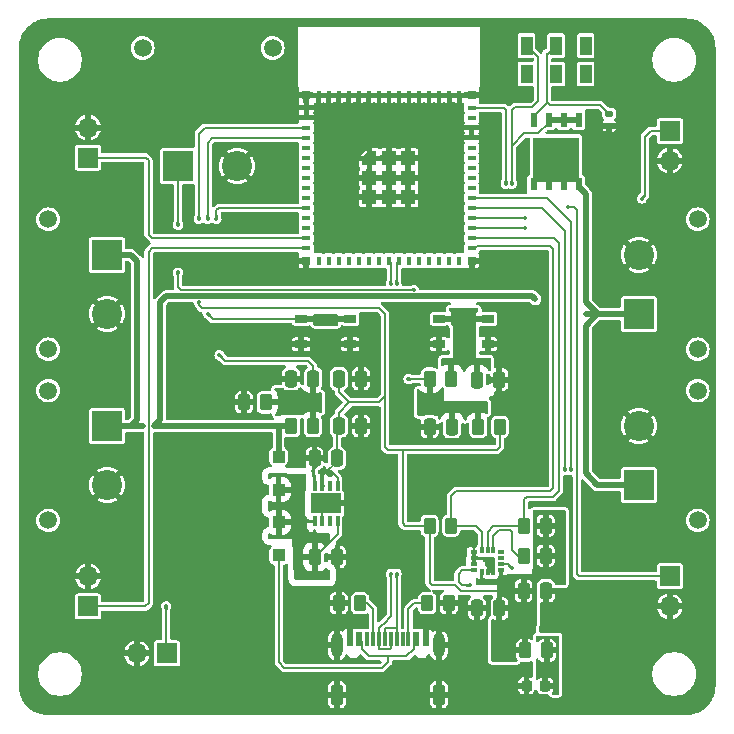
<source format=gbr>
%TF.GenerationSoftware,KiCad,Pcbnew,8.0.0*%
%TF.CreationDate,2024-09-30T13:09:28-07:00*%
%TF.ProjectId,BattleBot,42617474-6c65-4426-9f74-2e6b69636164,rev?*%
%TF.SameCoordinates,Original*%
%TF.FileFunction,Copper,L1,Top*%
%TF.FilePolarity,Positive*%
%FSLAX46Y46*%
G04 Gerber Fmt 4.6, Leading zero omitted, Abs format (unit mm)*
G04 Created by KiCad (PCBNEW 8.0.0) date 2024-09-30 13:09:28*
%MOMM*%
%LPD*%
G01*
G04 APERTURE LIST*
G04 Aperture macros list*
%AMRoundRect*
0 Rectangle with rounded corners*
0 $1 Rounding radius*
0 $2 $3 $4 $5 $6 $7 $8 $9 X,Y pos of 4 corners*
0 Add a 4 corners polygon primitive as box body*
4,1,4,$2,$3,$4,$5,$6,$7,$8,$9,$2,$3,0*
0 Add four circle primitives for the rounded corners*
1,1,$1+$1,$2,$3*
1,1,$1+$1,$4,$5*
1,1,$1+$1,$6,$7*
1,1,$1+$1,$8,$9*
0 Add four rect primitives between the rounded corners*
20,1,$1+$1,$2,$3,$4,$5,0*
20,1,$1+$1,$4,$5,$6,$7,0*
20,1,$1+$1,$6,$7,$8,$9,0*
20,1,$1+$1,$8,$9,$2,$3,0*%
%AMFreePoly0*
4,1,14,0.603536,0.603536,0.605000,0.600000,0.605000,-0.600000,0.603536,-0.603536,0.600000,-0.605000,-0.600000,-0.605000,-0.603536,-0.603536,-0.605000,-0.600000,-0.605000,0.000000,-0.603536,0.003536,-0.003536,0.603536,0.000000,0.605000,0.600000,0.605000,0.603536,0.603536,0.603536,0.603536,$1*%
G04 Aperture macros list end*
%TA.AperFunction,Conductor*%
%ADD10C,0.200000*%
%TD*%
%TA.AperFunction,SMDPad,CuDef*%
%ADD11RoundRect,0.250000X-0.262500X-0.450000X0.262500X-0.450000X0.262500X0.450000X-0.262500X0.450000X0*%
%TD*%
%TA.AperFunction,SMDPad,CuDef*%
%ADD12RoundRect,0.250000X0.262500X0.450000X-0.262500X0.450000X-0.262500X-0.450000X0.262500X-0.450000X0*%
%TD*%
%TA.AperFunction,SMDPad,CuDef*%
%ADD13RoundRect,0.250000X-0.250000X-0.475000X0.250000X-0.475000X0.250000X0.475000X-0.250000X0.475000X0*%
%TD*%
%TA.AperFunction,SMDPad,CuDef*%
%ADD14RoundRect,0.250000X0.250000X0.475000X-0.250000X0.475000X-0.250000X-0.475000X0.250000X-0.475000X0*%
%TD*%
%TA.AperFunction,SMDPad,CuDef*%
%ADD15RoundRect,0.250000X-0.300000X0.300000X-0.300000X-0.300000X0.300000X-0.300000X0.300000X0.300000X0*%
%TD*%
%TA.AperFunction,ComponentPad*%
%ADD16R,1.700000X1.700000*%
%TD*%
%TA.AperFunction,ComponentPad*%
%ADD17O,1.700000X1.700000*%
%TD*%
%TA.AperFunction,SMDPad,CuDef*%
%ADD18R,0.610000X1.270000*%
%TD*%
%TA.AperFunction,SMDPad,CuDef*%
%ADD19R,3.910000X3.810000*%
%TD*%
%TA.AperFunction,SMDPad,CuDef*%
%ADD20R,0.610000X1.020000*%
%TD*%
%TA.AperFunction,ComponentPad*%
%ADD21C,2.550000*%
%TD*%
%TA.AperFunction,ComponentPad*%
%ADD22R,2.550000X2.550000*%
%TD*%
%TA.AperFunction,ComponentPad*%
%ADD23C,1.508000*%
%TD*%
%TA.AperFunction,SMDPad,CuDef*%
%ADD24R,0.800000X0.400000*%
%TD*%
%TA.AperFunction,SMDPad,CuDef*%
%ADD25R,0.400000X0.800000*%
%TD*%
%TA.AperFunction,SMDPad,CuDef*%
%ADD26R,1.200000X1.200000*%
%TD*%
%TA.AperFunction,SMDPad,CuDef*%
%ADD27FreePoly0,0.000000*%
%TD*%
%TA.AperFunction,SMDPad,CuDef*%
%ADD28R,0.800000X0.800000*%
%TD*%
%TA.AperFunction,SMDPad,CuDef*%
%ADD29R,1.050000X0.650000*%
%TD*%
%TA.AperFunction,SMDPad,CuDef*%
%ADD30RoundRect,0.135000X-0.185000X0.135000X-0.185000X-0.135000X0.185000X-0.135000X0.185000X0.135000X0*%
%TD*%
%TA.AperFunction,SMDPad,CuDef*%
%ADD31RoundRect,0.218750X-0.218750X-0.256250X0.218750X-0.256250X0.218750X0.256250X-0.218750X0.256250X0*%
%TD*%
%TA.AperFunction,SMDPad,CuDef*%
%ADD32R,0.302473X0.931065*%
%TD*%
%TA.AperFunction,SMDPad,CuDef*%
%ADD33R,2.500000X1.749999*%
%TD*%
%TA.AperFunction,SMDPad,CuDef*%
%ADD34R,1.000000X1.600000*%
%TD*%
%TA.AperFunction,SMDPad,CuDef*%
%ADD35R,0.600000X1.150000*%
%TD*%
%TA.AperFunction,SMDPad,CuDef*%
%ADD36R,0.300000X1.150000*%
%TD*%
%TA.AperFunction,ComponentPad*%
%ADD37O,1.000000X2.100000*%
%TD*%
%TA.AperFunction,ComponentPad*%
%ADD38RoundRect,0.250000X-0.250000X-0.650000X0.250000X-0.650000X0.250000X0.650000X-0.250000X0.650000X0*%
%TD*%
%TA.AperFunction,SMDPad,CuDef*%
%ADD39RoundRect,0.250000X0.300000X-0.300000X0.300000X0.300000X-0.300000X0.300000X-0.300000X-0.300000X0*%
%TD*%
%TA.AperFunction,SMDPad,CuDef*%
%ADD40R,0.610000X0.350000*%
%TD*%
%TA.AperFunction,SMDPad,CuDef*%
%ADD41R,0.350000X0.610000*%
%TD*%
%TA.AperFunction,ViaPad*%
%ADD42C,0.350000*%
%TD*%
%TA.AperFunction,Conductor*%
%ADD43C,0.500000*%
%TD*%
G04 APERTURE END LIST*
D10*
%TO.N,/Main Drive /SDA*%
X226700000Y-102950000D02*
X226200000Y-102450000D01*
X226200000Y-102450000D02*
X224200000Y-102450000D01*
X226700000Y-104450000D02*
X226700000Y-102950000D01*
%TD*%
D11*
%TO.P,R10,1*%
%TO.N,+BATT*%
X210587500Y-94000000D03*
%TO.P,R10,2*%
%TO.N,Net-(MCU1-IO7)*%
X212412500Y-94000000D03*
%TD*%
D12*
%TO.P,R2,1*%
%TO.N,Net-(J11-CC1)*%
X216412500Y-109000000D03*
%TO.P,R2,2*%
%TO.N,GND*%
X214587500Y-109000000D03*
%TD*%
%TO.P,R12,1*%
%TO.N,+3V3*%
X228250000Y-94075000D03*
%TO.P,R12,2*%
%TO.N,/Main Drive /EN*%
X226425000Y-94075000D03*
%TD*%
%TO.P,R13,1*%
%TO.N,Net-(C11-Pad2)*%
X224137500Y-90000000D03*
%TO.P,R13,2*%
%TO.N,/Main Drive /EN*%
X222312500Y-90000000D03*
%TD*%
D11*
%TO.P,R4,1*%
%TO.N,/Main Drive /SCL*%
X230287500Y-102450000D03*
%TO.P,R4,2*%
%TO.N,+3V3*%
X232112500Y-102450000D03*
%TD*%
%TO.P,R16,1*%
%TO.N,+3V3*%
X230375000Y-113000000D03*
%TO.P,R16,2*%
%TO.N,Net-(D2-A)*%
X232200000Y-113000000D03*
%TD*%
D12*
%TO.P,R5,1*%
%TO.N,/Main Drive /SDA*%
X224112500Y-102450000D03*
%TO.P,R5,2*%
%TO.N,+3V3*%
X222287500Y-102450000D03*
%TD*%
%TO.P,R11,1*%
%TO.N,Net-(MCU1-IO7)*%
X208412500Y-92000000D03*
%TO.P,R11,2*%
%TO.N,GND*%
X206587500Y-92000000D03*
%TD*%
D11*
%TO.P,R1,1*%
%TO.N,Net-(J11-CC2)*%
X222087500Y-109000000D03*
%TO.P,R1,2*%
%TO.N,GND*%
X223912500Y-109000000D03*
%TD*%
%TO.P,R3,1*%
%TO.N,Net-(Accelerometer1-CS)*%
X230287500Y-105000000D03*
%TO.P,R3,2*%
%TO.N,+3V3*%
X232112500Y-105000000D03*
%TD*%
D13*
%TO.P,C3,1*%
%TO.N,+3V3*%
X230250000Y-107950000D03*
%TO.P,C3,2*%
%TO.N,GND*%
X232150000Y-107950000D03*
%TD*%
%TO.P,C12,1*%
%TO.N,GND*%
X222300000Y-94075000D03*
%TO.P,C12,2*%
%TO.N,/Main Drive /EN*%
X224200000Y-94075000D03*
%TD*%
D14*
%TO.P,C11,1*%
%TO.N,GND*%
X228200000Y-90075000D03*
%TO.P,C11,2*%
%TO.N,Net-(C11-Pad2)*%
X226300000Y-90075000D03*
%TD*%
%TO.P,C4,1*%
%TO.N,+3V3*%
X228200000Y-109450000D03*
%TO.P,C4,2*%
%TO.N,GND*%
X226300000Y-109450000D03*
%TD*%
D13*
%TO.P,C13,1*%
%TO.N,+3V3*%
X214600000Y-94000000D03*
%TO.P,C13,2*%
%TO.N,GND*%
X216500000Y-94000000D03*
%TD*%
%TO.P,C1,1*%
%TO.N,GND*%
X212550000Y-96750000D03*
%TO.P,C1,2*%
%TO.N,+3V3*%
X214450000Y-96750000D03*
%TD*%
D14*
%TO.P,C5,1*%
%TO.N,Net-(MCU1-IO7)*%
X212450000Y-90000000D03*
%TO.P,C5,2*%
%TO.N,GND*%
X210550000Y-90000000D03*
%TD*%
D13*
%TO.P,C14,1*%
%TO.N,+3V3*%
X214600000Y-90000000D03*
%TO.P,C14,2*%
%TO.N,GND*%
X216500000Y-90000000D03*
%TD*%
%TO.P,C2,1*%
%TO.N,Net-(D1-K)*%
X212575001Y-105095000D03*
%TO.P,C2,2*%
%TO.N,GND*%
X214475001Y-105095000D03*
%TD*%
D15*
%TO.P,D3,1,K*%
%TO.N,Net-(D1-K)*%
X209525001Y-102154467D03*
%TO.P,D3,2,A*%
%TO.N,+V_USB*%
X209525001Y-104954467D03*
%TD*%
D16*
%TO.P,J7,1,Pin_1*%
%TO.N,/Main Drive /3_mot*%
X242625000Y-106725000D03*
D17*
%TO.P,J7,2,Pin_2*%
%TO.N,GND*%
X242625000Y-109265000D03*
%TD*%
D18*
%TO.P,Q1,1,S*%
%TO.N,Net-(SW2A-A)*%
X234905000Y-68080000D03*
%TO.P,Q1,2,S*%
X233635000Y-68080000D03*
%TO.P,Q1,3,S*%
X232365000Y-68080000D03*
%TO.P,Q1,4,G*%
%TO.N,Net-(Q1-G)*%
X231095000Y-68080000D03*
D19*
%TO.P,Q1,5,D*%
%TO.N,+BATT*%
X233000000Y-71440000D03*
D20*
X234905000Y-73545000D03*
X233635000Y-73545000D03*
X232365000Y-73545000D03*
X231095000Y-73545000D03*
%TD*%
D21*
%TO.P,J5,N,N*%
%TO.N,GND*%
X240000000Y-79500000D03*
D22*
%TO.P,J5,P,P*%
%TO.N,+BATT*%
X240000000Y-84500000D03*
D23*
%TO.P,J5,S1,S1*%
%TO.N,unconnected-(J5-PadS1)*%
X245000000Y-87500000D03*
%TO.P,J5,S2,S2*%
%TO.N,unconnected-(J5-PadS2)*%
X245000000Y-76500000D03*
%TD*%
D24*
%TO.P,MCU1,1,GND*%
%TO.N,GND*%
X211850000Y-67050000D03*
%TO.P,MCU1,2,GND*%
X211850000Y-67900000D03*
%TO.P,MCU1,3,3V3*%
%TO.N,+3V3*%
X211850000Y-68750000D03*
%TO.P,MCU1,4,IO0*%
%TO.N,/Main Drive /Boot*%
X211850000Y-69600000D03*
%TO.P,MCU1,5,IO1*%
%TO.N,unconnected-(MCU1-IO1-Pad5)*%
X211850000Y-70450000D03*
%TO.P,MCU1,6,IO2*%
%TO.N,unconnected-(MCU1-IO2-Pad6)*%
X211850000Y-71300000D03*
%TO.P,MCU1,7,IO3*%
%TO.N,unconnected-(MCU1-IO3-Pad7)*%
X211850000Y-72150000D03*
%TO.P,MCU1,8,IO4*%
%TO.N,unconnected-(MCU1-IO4-Pad8)*%
X211850000Y-73000000D03*
%TO.P,MCU1,9,IO5*%
%TO.N,unconnected-(MCU1-IO5-Pad9)*%
X211850000Y-73850000D03*
%TO.P,MCU1,10,IO6*%
%TO.N,unconnected-(MCU1-IO6-Pad10)*%
X211850000Y-74700000D03*
%TO.P,MCU1,11,IO7*%
%TO.N,Net-(MCU1-IO7)*%
X211850000Y-75550000D03*
%TO.P,MCU1,12,IO8*%
%TO.N,unconnected-(MCU1-IO8-Pad12)*%
X211850000Y-76400000D03*
%TO.P,MCU1,13,IO9*%
%TO.N,unconnected-(MCU1-IO9-Pad13)*%
X211850000Y-77250000D03*
%TO.P,MCU1,14,IO10*%
%TO.N,/Main Drive /1_mot*%
X211850000Y-78100000D03*
%TO.P,MCU1,15,IO11*%
%TO.N,/Main Drive /2_mot*%
X211850000Y-78950000D03*
D25*
%TO.P,MCU1,16,IO12*%
%TO.N,unconnected-(MCU1-IO12-Pad16)*%
X212900000Y-80000000D03*
%TO.P,MCU1,17,IO13*%
%TO.N,unconnected-(MCU1-IO13-Pad17)*%
X213750000Y-80000000D03*
%TO.P,MCU1,18,IO14*%
%TO.N,unconnected-(MCU1-IO14-Pad18)*%
X214600000Y-80000000D03*
%TO.P,MCU1,19,IO15*%
%TO.N,unconnected-(MCU1-IO15-Pad19)*%
X215450000Y-80000000D03*
%TO.P,MCU1,20,IO16*%
%TO.N,unconnected-(MCU1-IO16-Pad20)*%
X216300000Y-80000000D03*
%TO.P,MCU1,21,IO17*%
%TO.N,unconnected-(MCU1-IO17-Pad21)*%
X217150000Y-80000000D03*
%TO.P,MCU1,22,IO18*%
%TO.N,unconnected-(MCU1-IO18-Pad22)*%
X218000000Y-80000000D03*
%TO.P,MCU1,23,IO19*%
%TO.N,/Main Drive /DN*%
X218850000Y-80000000D03*
%TO.P,MCU1,24,IO20*%
%TO.N,/Main Drive /DP*%
X219700000Y-80000000D03*
%TO.P,MCU1,25,IO21*%
%TO.N,unconnected-(MCU1-IO21-Pad25)*%
X220550000Y-80000000D03*
%TO.P,MCU1,26,IO26*%
%TO.N,unconnected-(MCU1-IO26-Pad26)*%
X221400000Y-80000000D03*
%TO.P,MCU1,27,IO47*%
%TO.N,unconnected-(MCU1-IO47-Pad27)*%
X222250000Y-80000000D03*
%TO.P,MCU1,28,IO33*%
%TO.N,unconnected-(MCU1-IO33-Pad28)*%
X223100000Y-80000000D03*
%TO.P,MCU1,29,IO34*%
%TO.N,unconnected-(MCU1-IO34-Pad29)*%
X223950000Y-80000000D03*
%TO.P,MCU1,30,IO48*%
%TO.N,unconnected-(MCU1-IO48-Pad30)*%
X224800000Y-80000000D03*
D24*
%TO.P,MCU1,31,IO35*%
%TO.N,/Main Drive /SDA*%
X225850000Y-78950000D03*
%TO.P,MCU1,32,IO36*%
%TO.N,/Main Drive /SCL*%
X225850000Y-78100000D03*
%TO.P,MCU1,33,IO37*%
%TO.N,/Main Drive /3_mot*%
X225850000Y-77250000D03*
%TO.P,MCU1,34,IO38*%
%TO.N,/Main Drive /4_mot*%
X225850000Y-76400000D03*
%TO.P,MCU1,35,IO39*%
%TO.N,/Main Drive /INT2*%
X225850000Y-75550000D03*
%TO.P,MCU1,36,IO40*%
%TO.N,/Main Drive /INT1*%
X225850000Y-74700000D03*
%TO.P,MCU1,37,IO41*%
%TO.N,unconnected-(MCU1-IO41-Pad37)*%
X225850000Y-73850000D03*
%TO.P,MCU1,38,IO42*%
%TO.N,unconnected-(MCU1-IO42-Pad38)*%
X225850000Y-73000000D03*
%TO.P,MCU1,39,TXD0*%
%TO.N,unconnected-(MCU1-TXD0-Pad39)*%
X225850000Y-72150000D03*
%TO.P,MCU1,40,RXD0*%
%TO.N,unconnected-(MCU1-RXD0-Pad40)*%
X225850000Y-71300000D03*
%TO.P,MCU1,41,IO45*%
%TO.N,unconnected-(MCU1-IO45-Pad41)*%
X225850000Y-70450000D03*
%TO.P,MCU1,42,GND*%
%TO.N,GND*%
X225850000Y-69600000D03*
%TO.P,MCU1,43,GND*%
X225850000Y-68750000D03*
%TO.P,MCU1,44,IO46*%
%TO.N,unconnected-(MCU1-IO46-Pad44)*%
X225850000Y-67900000D03*
%TO.P,MCU1,45,EN*%
%TO.N,/Main Drive /EN*%
X225850000Y-67050000D03*
D25*
%TO.P,MCU1,46,GND*%
%TO.N,GND*%
X224800000Y-66000000D03*
%TO.P,MCU1,47,GND*%
X223950000Y-66000000D03*
%TO.P,MCU1,48,GND*%
X223100000Y-66000000D03*
%TO.P,MCU1,49,GND*%
X222250000Y-66000000D03*
%TO.P,MCU1,50,GND*%
X221400000Y-66000000D03*
%TO.P,MCU1,51,GND*%
X220550000Y-66000000D03*
%TO.P,MCU1,52,GND*%
X219700000Y-66000000D03*
%TO.P,MCU1,53,GND*%
X218850000Y-66000000D03*
%TO.P,MCU1,54,GND*%
X218000000Y-66000000D03*
%TO.P,MCU1,55,GND*%
X217150000Y-66000000D03*
%TO.P,MCU1,56,GND*%
X216300000Y-66000000D03*
%TO.P,MCU1,57,GND*%
X215450000Y-66000000D03*
%TO.P,MCU1,58,GND*%
X214600000Y-66000000D03*
%TO.P,MCU1,59,GND*%
X213750000Y-66000000D03*
%TO.P,MCU1,60,GND*%
X212900000Y-66000000D03*
D26*
%TO.P,MCU1,61,GND*%
X218850000Y-73000000D03*
D27*
%TO.P,MCU1,61_1,GND*%
X217200000Y-71350000D03*
D26*
%TO.P,MCU1,61_2,GND*%
X218850000Y-71350000D03*
%TO.P,MCU1,61_3,GND*%
X220500000Y-71350000D03*
%TO.P,MCU1,61_4,GND*%
X220500000Y-73000000D03*
%TO.P,MCU1,61_5,GND*%
X220500000Y-74650000D03*
%TO.P,MCU1,61_6,GND*%
X218850000Y-74650000D03*
%TO.P,MCU1,61_7,GND*%
X217200000Y-74650000D03*
%TO.P,MCU1,61_8,GND*%
X217200000Y-73000000D03*
D28*
%TO.P,MCU1,62,GND*%
X211850000Y-66000000D03*
%TO.P,MCU1,63,GND*%
X211850000Y-80000000D03*
%TO.P,MCU1,64,GND*%
X225850000Y-80000000D03*
%TO.P,MCU1,65,GND*%
X225850000Y-66000000D03*
%TD*%
D16*
%TO.P,J2,1,Pin_1*%
%TO.N,/Main Drive /4_mot*%
X242625000Y-69000000D03*
D17*
%TO.P,J2,2,Pin_2*%
%TO.N,GND*%
X242625000Y-71540000D03*
%TD*%
D29*
%TO.P,SW3,1*%
%TO.N,Net-(C11-Pad2)*%
X223100000Y-84925000D03*
X227250000Y-84925000D03*
%TO.P,SW3,2*%
%TO.N,GND*%
X223100000Y-87075000D03*
X227250000Y-87075000D03*
%TD*%
D16*
%TO.P,J8,1,Pin_1*%
%TO.N,/Main Drive /1_mot*%
X193375000Y-71275000D03*
D17*
%TO.P,J8,2,Pin_2*%
%TO.N,GND*%
X193375000Y-68735000D03*
%TD*%
D16*
%TO.P,J9,1,Pin_1*%
%TO.N,/Main Drive /2_mot*%
X193375000Y-109275000D03*
D17*
%TO.P,J9,2,Pin_2*%
%TO.N,GND*%
X193375000Y-106735000D03*
%TD*%
D21*
%TO.P,J3,N,N*%
%TO.N,GND*%
X206000000Y-72000000D03*
D22*
%TO.P,J3,P,P*%
%TO.N,Net-(SW2A-A)*%
X201000000Y-72000000D03*
D23*
%TO.P,J3,S1,S1*%
%TO.N,unconnected-(J3-PadS1)*%
X209000000Y-62000000D03*
%TO.P,J3,S2,S2*%
%TO.N,unconnected-(J3-PadS2)*%
X198000000Y-62000000D03*
%TD*%
D30*
%TO.P,R6,1*%
%TO.N,Net-(Q1-G)*%
X237500000Y-67559623D03*
%TO.P,R6,2*%
%TO.N,GND*%
X237500000Y-68579623D03*
%TD*%
D31*
%TO.P,D2,1,K*%
%TO.N,GND*%
X230500000Y-116000000D03*
%TO.P,D2,2,A*%
%TO.N,Net-(D2-A)*%
X232075000Y-116000000D03*
%TD*%
D21*
%TO.P,J4,N,N*%
%TO.N,GND*%
X195000000Y-99000000D03*
D22*
%TO.P,J4,P,P*%
%TO.N,+BATT*%
X195000000Y-94000000D03*
D23*
%TO.P,J4,S1,S1*%
%TO.N,unconnected-(J4-PadS1)*%
X190000000Y-91000000D03*
%TO.P,J4,S2,S2*%
%TO.N,unconnected-(J4-PadS2)*%
X190000000Y-102000000D03*
%TD*%
D32*
%TO.P,LDO1,1,OUT*%
%TO.N,+3V3*%
X214500000Y-99063934D03*
%TO.P,LDO1,2,NC*%
%TO.N,unconnected-(LDO1-NC-Pad2)*%
X213850002Y-99063934D03*
%TO.P,LDO1,3,SNS*%
%TO.N,+3V3*%
X213200000Y-99063934D03*
%TO.P,LDO1,4,GND*%
%TO.N,GND*%
X212550002Y-99063934D03*
%TO.P,LDO1,5,EN*%
%TO.N,Net-(D1-K)*%
X212550002Y-102045000D03*
%TO.P,LDO1,6,GND*%
%TO.N,GND*%
X213200000Y-102045000D03*
%TO.P,LDO1,7,NC*%
%TO.N,unconnected-(LDO1-NC-Pad7)*%
X213850002Y-102045000D03*
%TO.P,LDO1,8,IN*%
%TO.N,Net-(D1-K)*%
X214500000Y-102045000D03*
D33*
%TO.P,LDO1,9,Thermal_Pad*%
%TO.N,GND*%
X213525001Y-100554467D03*
%TD*%
D34*
%TO.P,SW2,1,A*%
%TO.N,Net-(SW2A-A)*%
X230500000Y-61800000D03*
%TO.P,SW2,2,B*%
%TO.N,Net-(Q1-G)*%
X233000000Y-61800000D03*
%TO.P,SW2,3,C*%
%TO.N,unconnected-(SW2A-C-Pad3)*%
X235500000Y-61800000D03*
%TO.P,SW2,4*%
%TO.N,N/C*%
X230500000Y-64200000D03*
%TO.P,SW2,5*%
X233000000Y-64200000D03*
%TO.P,SW2,6*%
X235500000Y-64200000D03*
%TD*%
D21*
%TO.P,J6,N,N*%
%TO.N,GND*%
X240000000Y-94000000D03*
D22*
%TO.P,J6,P,P*%
%TO.N,+BATT*%
X240000000Y-99000000D03*
D23*
%TO.P,J6,S1,S1*%
%TO.N,unconnected-(J6-PadS1)*%
X245000000Y-102000000D03*
%TO.P,J6,S2,S2*%
%TO.N,unconnected-(J6-PadS2)*%
X245000000Y-91000000D03*
%TD*%
D21*
%TO.P,J1,N,N*%
%TO.N,GND*%
X195000000Y-84500000D03*
D22*
%TO.P,J1,P,P*%
%TO.N,+BATT*%
X195000000Y-79500000D03*
D23*
%TO.P,J1,S1,S1*%
%TO.N,unconnected-(J1-PadS1)*%
X190000000Y-76500000D03*
%TO.P,J1,S2,S2*%
%TO.N,unconnected-(J1-PadS2)*%
X190000000Y-87500000D03*
%TD*%
D16*
%TO.P,J10,1,Pin_1*%
%TO.N,+3V3*%
X200040000Y-113250000D03*
D17*
%TO.P,J10,2,Pin_2*%
%TO.N,GND*%
X197500000Y-113250000D03*
%TD*%
D35*
%TO.P,J11,A1_B12,GND*%
%TO.N,GND*%
X215550000Y-112000000D03*
%TO.P,J11,A4_B9,VBUS*%
%TO.N,+V_USB*%
X216350000Y-112000000D03*
D36*
%TO.P,J11,A5,CC1*%
%TO.N,Net-(J11-CC1)*%
X217500000Y-112000000D03*
%TO.P,J11,A6,DP1*%
%TO.N,/Main Drive /DP*%
X218500000Y-112000000D03*
%TO.P,J11,A7,DN1*%
%TO.N,/Main Drive /DN*%
X219000000Y-112000000D03*
%TO.P,J11,A8,SBU1*%
%TO.N,unconnected-(J11-SBU1-PadA8)*%
X220000000Y-112000000D03*
D35*
%TO.P,J11,B1_A12,GND*%
%TO.N,GND*%
X221950000Y-112000000D03*
%TO.P,J11,B4_A9,VBUS*%
%TO.N,+V_USB*%
X221150000Y-112000000D03*
D36*
%TO.P,J11,B5,CC2*%
%TO.N,Net-(J11-CC2)*%
X220500000Y-112000000D03*
%TO.P,J11,B6,DP2*%
%TO.N,/Main Drive /DP*%
X219500000Y-112000000D03*
%TO.P,J11,B7,DN2*%
%TO.N,/Main Drive /DN*%
X218000000Y-112000000D03*
%TO.P,J11,B8,SBU2*%
%TO.N,unconnected-(J11-SBU2-PadB8)*%
X217000000Y-112000000D03*
D37*
%TO.P,J11,S1,SHELL_GND*%
%TO.N,GND*%
X214430000Y-112575000D03*
%TO.P,J11,S2,SHELL_GND*%
X223070000Y-112575000D03*
D38*
%TO.P,J11,S3,SHELL_GND*%
X214430000Y-116755000D03*
%TO.P,J11,S4,SHELL_GND*%
X223070000Y-116755000D03*
%TD*%
D39*
%TO.P,D1,1,K*%
%TO.N,Net-(D1-K)*%
X209500000Y-99400000D03*
%TO.P,D1,2,A*%
%TO.N,+BATT*%
X209500000Y-96600000D03*
%TD*%
D40*
%TO.P,Accelerometer1,1,SDO/SA0*%
%TO.N,GND*%
X226040000Y-104700000D03*
%TO.P,Accelerometer1,2,SDX*%
X226040000Y-105200000D03*
%TO.P,Accelerometer1,3,SCX*%
X226040000Y-105700000D03*
%TO.P,Accelerometer1,4,INT1*%
%TO.N,/Main Drive /INT1*%
X226040000Y-106200000D03*
D41*
%TO.P,Accelerometer1,5,VDDIO*%
%TO.N,+3V3*%
X226700000Y-106360000D03*
%TO.P,Accelerometer1,6,GND*%
%TO.N,GND*%
X227200000Y-106360000D03*
%TO.P,Accelerometer1,7,GND*%
X227700000Y-106360000D03*
D40*
%TO.P,Accelerometer1,8,VDD*%
%TO.N,+3V3*%
X228360000Y-106200000D03*
%TO.P,Accelerometer1,9,INT2*%
%TO.N,/Main Drive /INT2*%
X228360000Y-105700000D03*
%TO.P,Accelerometer1,10,OCS_AUX*%
%TO.N,unconnected-(Accelerometer1-OCS_AUX-Pad10)*%
X228360000Y-105200000D03*
%TO.P,Accelerometer1,11,SDO_AUX*%
%TO.N,unconnected-(Accelerometer1-SDO_AUX-Pad11)*%
X228360000Y-104700000D03*
D41*
%TO.P,Accelerometer1,12,CS*%
%TO.N,Net-(Accelerometer1-CS)*%
X227700000Y-104540000D03*
%TO.P,Accelerometer1,13,SCL*%
%TO.N,/Main Drive /SCL*%
X227200000Y-104540000D03*
%TO.P,Accelerometer1,14,SDA*%
%TO.N,/Main Drive /SDA*%
X226700000Y-104540000D03*
%TD*%
D29*
%TO.P,SW4,1*%
%TO.N,/Main Drive /Boot*%
X211425000Y-84925000D03*
X215575000Y-84925000D03*
%TO.P,SW4,2*%
%TO.N,GND*%
X211425000Y-87075000D03*
X215575000Y-87075000D03*
%TD*%
D42*
%TO.N,+3V3*%
X202750000Y-76500000D03*
X200000000Y-109250000D03*
X202750000Y-83500000D03*
%TO.N,GND*%
X235000000Y-112500000D03*
X206000000Y-81000000D03*
X216750000Y-100000000D03*
X222000000Y-98500000D03*
X236500000Y-111500000D03*
X236000000Y-112000000D03*
X201250000Y-87000000D03*
X201250000Y-86500000D03*
X204250000Y-104500000D03*
X220750000Y-86500000D03*
X202750000Y-86500000D03*
X221250000Y-85500000D03*
X237000000Y-111000000D03*
X217250000Y-100500000D03*
X202250000Y-86500000D03*
X217750000Y-100500000D03*
X237000000Y-110500000D03*
X224000000Y-105000000D03*
X195250000Y-65000000D03*
X205250000Y-106500000D03*
X220750000Y-86000000D03*
X216250000Y-100500000D03*
X204250000Y-106500000D03*
X194250000Y-65000000D03*
X206000000Y-80000000D03*
X194750000Y-66000000D03*
X222000000Y-98000000D03*
X217750000Y-99000000D03*
X221500000Y-99500000D03*
X236500000Y-111000000D03*
X204250000Y-105500000D03*
X222500000Y-98000000D03*
X205250000Y-105500000D03*
X223500000Y-105500000D03*
X221500000Y-98000000D03*
X206250000Y-106500000D03*
X237000000Y-112500000D03*
X195250000Y-65500000D03*
X223500000Y-105000000D03*
X236000000Y-111500000D03*
X235500000Y-112000000D03*
X217250000Y-100000000D03*
X222500000Y-98500000D03*
X205750000Y-106500000D03*
X204750000Y-106000000D03*
X206000000Y-80500000D03*
X204750000Y-105500000D03*
X221250000Y-86000000D03*
X204250000Y-106000000D03*
X235500000Y-112500000D03*
X220750000Y-85500000D03*
X237000000Y-111500000D03*
X217750000Y-99500000D03*
X223000000Y-106000000D03*
X207500000Y-80000000D03*
X223000000Y-105500000D03*
X204750000Y-105000000D03*
X194250000Y-66500000D03*
X201250000Y-87500000D03*
X206500000Y-81000000D03*
X223000000Y-105000000D03*
X207000000Y-80500000D03*
X201750000Y-87000000D03*
X224500000Y-104500000D03*
X194250000Y-65500000D03*
X207000000Y-80000000D03*
X221500000Y-98500000D03*
X221750000Y-85500000D03*
X201750000Y-87500000D03*
X194750000Y-65500000D03*
X236000000Y-112500000D03*
X202250000Y-87000000D03*
X236500000Y-112500000D03*
X221500000Y-99000000D03*
X195750000Y-65000000D03*
X206500000Y-80500000D03*
X216750000Y-100500000D03*
X237000000Y-112000000D03*
X217250000Y-99500000D03*
X223500000Y-104500000D03*
X223000000Y-98000000D03*
X204250000Y-105000000D03*
X224000000Y-104500000D03*
X204750000Y-106500000D03*
X205250000Y-106000000D03*
X217750000Y-100000000D03*
X206000000Y-81500000D03*
X194750000Y-65000000D03*
X206500000Y-80000000D03*
X222000000Y-99000000D03*
X194250000Y-66000000D03*
X201750000Y-86500000D03*
X236500000Y-112000000D03*
X223000000Y-104500000D03*
X205750000Y-106000000D03*
X201250000Y-88000000D03*
%TO.N,/Main Drive /INT1*%
X225750000Y-107500000D03*
X234250000Y-97750000D03*
%TO.N,/Main Drive /INT2*%
X229250000Y-106000000D03*
X233750000Y-97750000D03*
%TO.N,/Main Drive /EN*%
X220500000Y-90000000D03*
X228750000Y-73500000D03*
%TO.N,+BATT*%
X201200000Y-94000000D03*
X229500000Y-83000000D03*
X198000000Y-94000000D03*
X199500000Y-94000000D03*
X197500000Y-93000000D03*
X236000000Y-84500000D03*
X200500000Y-94000000D03*
X235500000Y-84500000D03*
X236500000Y-84500000D03*
X230500000Y-83000000D03*
X201900000Y-94000000D03*
X199000000Y-94000000D03*
X197500000Y-94000000D03*
X231250000Y-83250000D03*
%TO.N,/Main Drive /DN*%
X219000000Y-106500000D03*
X219000000Y-82000000D03*
%TO.N,/Main Drive /DP*%
X219500000Y-82000000D03*
X219500000Y-106500000D03*
%TO.N,/Main Drive /Boot*%
X203500000Y-84500000D03*
X203500000Y-76500000D03*
%TO.N,/Main Drive /4_mot*%
X240250000Y-74750000D03*
X230400000Y-76400000D03*
%TO.N,/Main Drive /3_mot*%
X234000000Y-75500000D03*
X230400000Y-77250000D03*
%TO.N,Net-(MCU1-IO7)*%
X204500000Y-88000000D03*
X204250000Y-76500000D03*
%TO.N,Net-(SW2A-A)*%
X201000000Y-77000000D03*
X221000000Y-82500000D03*
X201000000Y-81000000D03*
X229250000Y-73500000D03*
%TD*%
D10*
%TO.N,/Main Drive /SCL*%
X227700000Y-102450000D02*
X230287500Y-102450000D01*
X225850000Y-78100000D02*
X232850000Y-78100000D01*
X227200000Y-102950000D02*
X227700000Y-102450000D01*
X233250000Y-99500000D02*
X232750000Y-100000000D01*
X227200000Y-104540000D02*
X227200000Y-102950000D01*
X232850000Y-78100000D02*
X233250000Y-78500000D01*
X232750000Y-100000000D02*
X230500000Y-100000000D01*
X230500000Y-100000000D02*
X230287500Y-100212500D01*
X230287500Y-100212500D02*
X230287500Y-102450000D01*
X233250000Y-78500000D02*
X233250000Y-99500000D01*
%TO.N,+3V3*%
X202750000Y-69250000D02*
X202750000Y-69750000D01*
X220200000Y-102450000D02*
X222287500Y-102450000D01*
X220000000Y-102250000D02*
X220200000Y-102450000D01*
X213200000Y-99063934D02*
X213200000Y-98275000D01*
X218500000Y-95750000D02*
X218750000Y-96000000D01*
X220000000Y-96000000D02*
X228000000Y-96000000D01*
X215500000Y-92000000D02*
X214600000Y-91100000D01*
X214450000Y-96750000D02*
X214450000Y-94150000D01*
X213939098Y-97837500D02*
X213637500Y-97837500D01*
X214600000Y-91100000D02*
X214600000Y-90000000D01*
X213200000Y-98275000D02*
X213637500Y-97837500D01*
X218500000Y-84500000D02*
X218000000Y-84000000D01*
X211850000Y-68750000D02*
X203250000Y-68750000D01*
X200000000Y-113210000D02*
X200000000Y-109250000D01*
X203000000Y-84000000D02*
X202750000Y-83750000D01*
X224934314Y-108000000D02*
X228000000Y-108000000D01*
X202750000Y-69750000D02*
X202750000Y-76500000D01*
X202750000Y-83750000D02*
X202750000Y-83500000D01*
X214500000Y-99063934D02*
X214500000Y-98398402D01*
X218500000Y-91500000D02*
X218500000Y-95750000D01*
X222500000Y-107500000D02*
X224434314Y-107500000D01*
X218500000Y-91500000D02*
X218000000Y-92000000D01*
X214600000Y-92900000D02*
X214600000Y-94000000D01*
X200040000Y-113250000D02*
X200000000Y-113210000D01*
X218500000Y-91500000D02*
X218500000Y-84500000D01*
X213637500Y-97837500D02*
X214450000Y-97025000D01*
X218000000Y-92000000D02*
X215500000Y-92000000D01*
X215500000Y-92000000D02*
X214600000Y-92900000D01*
X214500000Y-98398402D02*
X213939098Y-97837500D01*
X228000000Y-96000000D02*
X228250000Y-95750000D01*
X228200000Y-108200000D02*
X228200000Y-109450000D01*
X228250000Y-95750000D02*
X228250000Y-94075000D01*
X224434314Y-107500000D02*
X224934314Y-108000000D01*
X222287500Y-107287500D02*
X222500000Y-107500000D01*
X222287500Y-102450000D02*
X222287500Y-107287500D01*
X218750000Y-96000000D02*
X220000000Y-96000000D01*
X203250000Y-68750000D02*
X202750000Y-69250000D01*
X220000000Y-96000000D02*
X220000000Y-102250000D01*
X218000000Y-84000000D02*
X203000000Y-84000000D01*
X214450000Y-94150000D02*
X214600000Y-94000000D01*
X228000000Y-108000000D02*
X228200000Y-108200000D01*
%TO.N,GND*%
X213200000Y-102045000D02*
X213200000Y-100879468D01*
X226040000Y-104040000D02*
X226000000Y-104000000D01*
X226040000Y-104700000D02*
X226040000Y-104040000D01*
X213200000Y-100879468D02*
X213525001Y-100554467D01*
%TO.N,/Main Drive /INT1*%
X233900000Y-76400000D02*
X234250000Y-76750000D01*
X225050000Y-106200000D02*
X224750000Y-106500000D01*
X224750000Y-106500000D02*
X224750000Y-107250000D01*
X232200000Y-74700000D02*
X233900000Y-76400000D01*
X226040000Y-106200000D02*
X225050000Y-106200000D01*
X225850000Y-74700000D02*
X232200000Y-74700000D01*
X224750000Y-107250000D02*
X225000000Y-107500000D01*
X225000000Y-107500000D02*
X225750000Y-107500000D01*
X234250000Y-76750000D02*
X234250000Y-97750000D01*
%TO.N,/Main Drive /SDA*%
X232750000Y-99250000D02*
X232750000Y-79000000D01*
X226100000Y-78950000D02*
X225850000Y-78950000D01*
X224112500Y-102450000D02*
X224200000Y-102450000D01*
X232500000Y-78750000D02*
X226300000Y-78750000D01*
X224112500Y-102450000D02*
X224112500Y-99887500D01*
X226300000Y-78750000D02*
X226100000Y-78950000D01*
X224500000Y-99500000D02*
X232500000Y-99500000D01*
X232500000Y-99500000D02*
X232750000Y-99250000D01*
X232750000Y-79000000D02*
X232500000Y-78750000D01*
X224112500Y-99887500D02*
X224500000Y-99500000D01*
%TO.N,Net-(Accelerometer1-CS)*%
X229750000Y-105000000D02*
X230287500Y-105000000D01*
X228150000Y-102850000D02*
X229100000Y-102850000D01*
X229250000Y-103000000D02*
X229250000Y-104500000D01*
X229250000Y-104500000D02*
X229750000Y-105000000D01*
X227700000Y-103300000D02*
X228150000Y-102850000D01*
X229100000Y-102850000D02*
X229250000Y-103000000D01*
X227700000Y-104540000D02*
X227700000Y-103300000D01*
%TO.N,/Main Drive /INT2*%
X228360000Y-105700000D02*
X228950000Y-105700000D01*
X228950000Y-105700000D02*
X229250000Y-106000000D01*
X231800000Y-75550000D02*
X233500000Y-77250000D01*
X225850000Y-75550000D02*
X231800000Y-75550000D01*
X233750000Y-77500000D02*
X233750000Y-97750000D01*
X233500000Y-77250000D02*
X233750000Y-77500000D01*
%TO.N,Net-(D1-K)*%
X214500000Y-103170001D02*
X212575001Y-105095000D01*
X214500000Y-102045000D02*
X214500000Y-103170001D01*
%TO.N,/Main Drive /EN*%
X228550000Y-67050000D02*
X225850000Y-67050000D01*
X228750000Y-73500000D02*
X228750000Y-67250000D01*
X220500000Y-90000000D02*
X222312500Y-90000000D01*
X228750000Y-67250000D02*
X228550000Y-67050000D01*
D43*
%TO.N,+BATT*%
X230500000Y-83000000D02*
X231000000Y-83000000D01*
X210587500Y-94000000D02*
X209500000Y-94000000D01*
X236000000Y-84500000D02*
X236250000Y-84500000D01*
X236250000Y-84500000D02*
X236375000Y-84375000D01*
X231000000Y-83000000D02*
X231250000Y-83250000D01*
X197500000Y-80000000D02*
X197000000Y-79500000D01*
X235500000Y-84500000D02*
X236000000Y-84500000D01*
X235500000Y-98000000D02*
X236500000Y-99000000D01*
D10*
X239500000Y-85000000D02*
X240000000Y-84500000D01*
D43*
X209500000Y-94000000D02*
X201900000Y-94000000D01*
X199500000Y-93500000D02*
X199500000Y-83500000D01*
X201900000Y-94000000D02*
X201200000Y-94000000D01*
X200000000Y-83000000D02*
X230500000Y-83000000D01*
X197000000Y-94000000D02*
X197500000Y-93500000D01*
X197000000Y-94000000D02*
X197500000Y-94000000D01*
X197000000Y-79500000D02*
X195000000Y-79500000D01*
X199500000Y-83500000D02*
X200000000Y-83000000D01*
X199000000Y-94000000D02*
X199500000Y-93500000D01*
X199500000Y-94000000D02*
X199000000Y-94000000D01*
X236500000Y-99000000D02*
X240000000Y-99000000D01*
X235500000Y-83500000D02*
X236375000Y-84375000D01*
X197500000Y-94000000D02*
X198000000Y-94000000D01*
X209500000Y-96600000D02*
X209500000Y-94000000D01*
X201200000Y-94000000D02*
X200500000Y-94000000D01*
X200500000Y-94000000D02*
X199500000Y-94000000D01*
X235500000Y-85500000D02*
X235500000Y-98000000D01*
X236500000Y-84500000D02*
X235500000Y-85500000D01*
X235500000Y-74330377D02*
X234905000Y-73735377D01*
X236500000Y-84500000D02*
X240000000Y-84500000D01*
X236375000Y-84375000D02*
X236500000Y-84500000D01*
X197500000Y-93000000D02*
X197500000Y-80000000D01*
X197000000Y-94000000D02*
X195000000Y-94000000D01*
X230500000Y-83000000D02*
X229500000Y-83000000D01*
X197500000Y-93500000D02*
X197500000Y-93000000D01*
X235500000Y-83500000D02*
X235500000Y-74330377D01*
D10*
%TO.N,+V_USB*%
X210000000Y-114500000D02*
X218250000Y-114500000D01*
X209525001Y-104954467D02*
X209525001Y-114025001D01*
X209525001Y-114025001D02*
X210000000Y-114500000D01*
X216350000Y-112000000D02*
X216550000Y-112200000D01*
X216550000Y-112200000D02*
X216550000Y-112875000D01*
X220950000Y-112875000D02*
X220950000Y-112200000D01*
X220325000Y-113500000D02*
X220950000Y-112875000D01*
X218750000Y-114000000D02*
X218750000Y-113500000D01*
X216550000Y-112875000D02*
X217175000Y-113500000D01*
X220950000Y-112200000D02*
X221150000Y-112000000D01*
X218750000Y-113500000D02*
X220325000Y-113500000D01*
X217175000Y-113500000D02*
X218750000Y-113500000D01*
X218250000Y-114500000D02*
X218750000Y-114000000D01*
%TO.N,/Main Drive /DN*%
X219000000Y-112825000D02*
X219000000Y-112000000D01*
X218000000Y-111109314D02*
X218000000Y-112000000D01*
X218050000Y-112875000D02*
X218950000Y-112875000D01*
X218400000Y-110725000D02*
X218384314Y-110725000D01*
X219000000Y-110125000D02*
X218400000Y-110725000D01*
X218950000Y-112875000D02*
X219000000Y-112825000D01*
X219000000Y-106500000D02*
X219000000Y-110125000D01*
X218850000Y-80000000D02*
X219000000Y-80150000D01*
X218384314Y-110725000D02*
X218000000Y-111109314D01*
X218000000Y-112000000D02*
X218000000Y-112825000D01*
X218000000Y-112825000D02*
X218050000Y-112875000D01*
X219000000Y-80150000D02*
X219000000Y-82000000D01*
%TO.N,/Main Drive /DP*%
X219700000Y-80000000D02*
X219750000Y-80000000D01*
X219500000Y-111175000D02*
X219500000Y-112000000D01*
X219450000Y-111125000D02*
X219500000Y-111175000D01*
X219500000Y-81750000D02*
X219500000Y-82000000D01*
X218550000Y-111125000D02*
X219450000Y-111125000D01*
X218500000Y-112000000D02*
X218500000Y-111175000D01*
X218500000Y-111175000D02*
X218550000Y-111125000D01*
X219700000Y-80000000D02*
X219500000Y-80200000D01*
X219500000Y-80200000D02*
X219500000Y-81750000D01*
X219500000Y-111175000D02*
X219500000Y-106500000D01*
%TO.N,/Main Drive /Boot*%
X203900000Y-69600000D02*
X203500000Y-70000000D01*
X203500000Y-70000000D02*
X203500000Y-70500000D01*
X211850000Y-69600000D02*
X203900000Y-69600000D01*
X203500000Y-84500000D02*
X203925000Y-84925000D01*
X203925000Y-84925000D02*
X211425000Y-84925000D01*
X203500000Y-70500000D02*
X203500000Y-76500000D01*
%TO.N,Net-(J11-CC1)*%
X217500000Y-109500000D02*
X217000000Y-109000000D01*
X217000000Y-109000000D02*
X216412500Y-109000000D01*
X217500000Y-112000000D02*
X217500000Y-109500000D01*
%TO.N,Net-(J11-CC2)*%
X220500000Y-112000000D02*
X220500000Y-109500000D01*
X220500000Y-109500000D02*
X221000000Y-109000000D01*
X221000000Y-109000000D02*
X222087500Y-109000000D01*
%TO.N,/Main Drive /4_mot*%
X230400000Y-76400000D02*
X225850000Y-76400000D01*
X240250000Y-74750000D02*
X240500000Y-74500000D01*
X240300000Y-74700000D02*
X240250000Y-74750000D01*
X240500000Y-69500000D02*
X241000000Y-69000000D01*
X241000000Y-69000000D02*
X242625000Y-69000000D01*
X225950000Y-76500000D02*
X225850000Y-76400000D01*
X240500000Y-74500000D02*
X240500000Y-69500000D01*
%TO.N,/Main Drive /3_mot*%
X234975000Y-106725000D02*
X234750000Y-106500000D01*
X234750000Y-75750000D02*
X234500000Y-75500000D01*
X230400000Y-77250000D02*
X225850000Y-77250000D01*
X234750000Y-106500000D02*
X234750000Y-75750000D01*
X242625000Y-106725000D02*
X234975000Y-106725000D01*
X234500000Y-75500000D02*
X234000000Y-75500000D01*
%TO.N,/Main Drive /1_mot*%
X198500000Y-71500000D02*
X198275000Y-71275000D01*
X198275000Y-71275000D02*
X193375000Y-71275000D01*
X211850000Y-78100000D02*
X198799480Y-78100000D01*
X198799480Y-78100000D02*
X198500000Y-77800520D01*
X198500000Y-77800520D02*
X198500000Y-71500000D01*
%TO.N,/Main Drive /2_mot*%
X198225000Y-109275000D02*
X198500000Y-109000000D01*
X198500000Y-79250000D02*
X198800000Y-78950000D01*
X193375000Y-109275000D02*
X198225000Y-109275000D01*
X198800000Y-78950000D02*
X211850000Y-78950000D01*
X198500000Y-109000000D02*
X198500000Y-79250000D01*
%TO.N,Net-(MCU1-IO7)*%
X205000000Y-88500000D02*
X212000000Y-88500000D01*
X204450000Y-75550000D02*
X211850000Y-75550000D01*
X204250000Y-76500000D02*
X204250000Y-75750000D01*
X204250000Y-75750000D02*
X204450000Y-75550000D01*
X205000000Y-88500000D02*
X204500000Y-88000000D01*
X212000000Y-88500000D02*
X212450000Y-88950000D01*
X212450000Y-88950000D02*
X212450000Y-90000000D01*
%TO.N,Net-(SW2A-A)*%
X201000000Y-82250000D02*
X201250000Y-82500000D01*
X232365000Y-68350000D02*
X231480000Y-69235000D01*
X229250000Y-70500000D02*
X229250000Y-73500000D01*
X229500000Y-67000000D02*
X229250000Y-67250000D01*
X231000000Y-67000000D02*
X229500000Y-67000000D01*
X201250000Y-82500000D02*
X221000000Y-82500000D01*
X231500000Y-62800000D02*
X231500000Y-66500000D01*
X230324623Y-69235000D02*
X229250000Y-70309623D01*
X201000000Y-73000000D02*
X201000000Y-77000000D01*
X230500000Y-61800000D02*
X231500000Y-62800000D01*
X231500000Y-66500000D02*
X231000000Y-67000000D01*
X231480000Y-69235000D02*
X230324623Y-69235000D01*
X201000000Y-72000000D02*
X201000000Y-73000000D01*
X201000000Y-81000000D02*
X201000000Y-82250000D01*
X232365000Y-68270377D02*
X232365000Y-68540377D01*
X229250000Y-67250000D02*
X229250000Y-70500000D01*
%TO.N,Net-(Q1-G)*%
X231095000Y-67750000D02*
X232200000Y-66645000D01*
X237500000Y-67559623D02*
X236750000Y-66809623D01*
X236750000Y-66809623D02*
X232450000Y-66809623D01*
X232200000Y-66559623D02*
X232200000Y-62409623D01*
X232450000Y-66809623D02*
X232200000Y-66559623D01*
X232200000Y-62600000D02*
X233000000Y-61800000D01*
X231095000Y-68270377D02*
X231095000Y-67940377D01*
%TD*%
%TA.AperFunction,Conductor*%
%TO.N,Net-(D1-K)*%
G36*
X211728443Y-98061542D02*
G01*
X211795080Y-98082541D01*
X211839788Y-98136235D01*
X211850002Y-98185518D01*
X211850002Y-99371063D01*
X211834832Y-99430493D01*
X211831205Y-99437134D01*
X211780909Y-99571984D01*
X211774502Y-99631583D01*
X211774501Y-99631602D01*
X211774501Y-101477337D01*
X211774502Y-101477343D01*
X211780909Y-101536950D01*
X211831203Y-101671795D01*
X211831205Y-101671798D01*
X211874031Y-101729007D01*
X211898449Y-101794469D01*
X211898765Y-101803317D01*
X211898765Y-101893764D01*
X212065264Y-101893764D01*
X212108597Y-101901582D01*
X212167518Y-101923558D01*
X212227128Y-101929967D01*
X212424263Y-101929966D01*
X212491302Y-101949650D01*
X212537057Y-102002454D01*
X212548263Y-102053966D01*
X212548263Y-102072236D01*
X212528578Y-102139275D01*
X212475774Y-102185030D01*
X212424263Y-102196236D01*
X211898765Y-102196236D01*
X211898765Y-102558377D01*
X211905166Y-102617905D01*
X211905168Y-102617912D01*
X211955410Y-102752619D01*
X211955414Y-102752626D01*
X212041574Y-102867720D01*
X212041577Y-102867723D01*
X212156671Y-102953883D01*
X212156678Y-102953887D01*
X212291385Y-103004129D01*
X212291392Y-103004131D01*
X212350920Y-103010532D01*
X212350937Y-103010533D01*
X212398766Y-103010533D01*
X212398766Y-102849972D01*
X212418451Y-102782933D01*
X212471255Y-102737178D01*
X212540413Y-102727234D01*
X212603969Y-102756259D01*
X212622033Y-102775661D01*
X212676505Y-102848426D01*
X212700922Y-102913890D01*
X212701238Y-102922737D01*
X212701238Y-103010533D01*
X212745239Y-103010533D01*
X212812278Y-103030218D01*
X212832920Y-103046852D01*
X212850002Y-103063934D01*
X213726002Y-103063934D01*
X213793041Y-103083619D01*
X213838796Y-103136423D01*
X213850002Y-103187934D01*
X213850002Y-103900312D01*
X213830317Y-103967351D01*
X213791101Y-104005849D01*
X213756347Y-104027285D01*
X213632289Y-104151343D01*
X213632284Y-104151349D01*
X213630242Y-104154661D01*
X213628248Y-104156453D01*
X213627808Y-104157011D01*
X213627712Y-104156935D01*
X213578292Y-104201383D01*
X213509329Y-104212602D01*
X213445248Y-104184755D01*
X213419169Y-104154656D01*
X213417320Y-104151659D01*
X213417317Y-104151655D01*
X213293346Y-104027684D01*
X213144125Y-103935643D01*
X213144120Y-103935641D01*
X212977698Y-103880494D01*
X212977691Y-103880493D01*
X212874987Y-103870000D01*
X212825001Y-103870000D01*
X212825001Y-106319999D01*
X212874973Y-106319999D01*
X212874987Y-106319998D01*
X212977698Y-106309505D01*
X213144120Y-106254358D01*
X213144125Y-106254356D01*
X213293346Y-106162315D01*
X213417319Y-106038342D01*
X213419166Y-106035348D01*
X213420970Y-106033724D01*
X213421799Y-106032677D01*
X213421977Y-106032818D01*
X213471111Y-105988621D01*
X213540074Y-105977396D01*
X213604157Y-106005236D01*
X213630244Y-106035341D01*
X213632289Y-106038656D01*
X213632290Y-106038657D01*
X213756346Y-106162713D01*
X213772117Y-106172440D01*
X213791096Y-106184147D01*
X213837822Y-106236093D01*
X213850002Y-106289686D01*
X213850002Y-106939934D01*
X213830317Y-107006973D01*
X213777513Y-107052728D01*
X213726002Y-107063934D01*
X210967973Y-107063934D01*
X210900934Y-107044249D01*
X210855179Y-106991445D01*
X210844127Y-106946110D01*
X210764287Y-105345000D01*
X211575002Y-105345000D01*
X211575002Y-105619986D01*
X211585495Y-105722697D01*
X211640642Y-105889119D01*
X211640644Y-105889124D01*
X211732685Y-106038345D01*
X211856655Y-106162315D01*
X212005876Y-106254356D01*
X212005881Y-106254358D01*
X212172303Y-106309505D01*
X212172310Y-106309506D01*
X212275020Y-106319999D01*
X212325000Y-106319998D01*
X212325001Y-106319998D01*
X212325001Y-105345000D01*
X211575002Y-105345000D01*
X210764287Y-105345000D01*
X210739354Y-104845000D01*
X211575001Y-104845000D01*
X212325001Y-104845000D01*
X212325001Y-103870000D01*
X212325000Y-103869999D01*
X212275030Y-103870000D01*
X212275012Y-103870001D01*
X212172303Y-103880494D01*
X212005881Y-103935641D01*
X212005876Y-103935643D01*
X211856655Y-104027684D01*
X211732685Y-104151654D01*
X211640644Y-104300875D01*
X211640642Y-104300880D01*
X211585495Y-104467302D01*
X211585494Y-104467309D01*
X211575001Y-104570013D01*
X211575001Y-104845000D01*
X210739354Y-104845000D01*
X210675001Y-103554467D01*
X208748444Y-103554467D01*
X208681405Y-103534782D01*
X208635650Y-103481978D01*
X208624445Y-103431025D01*
X208623425Y-103204466D01*
X208623348Y-103187288D01*
X208642731Y-103120163D01*
X208695328Y-103074171D01*
X208764441Y-103063916D01*
X208812444Y-103081193D01*
X208905876Y-103138823D01*
X208905881Y-103138825D01*
X209072303Y-103193972D01*
X209072310Y-103193973D01*
X209175020Y-103204466D01*
X209275001Y-103204465D01*
X209275001Y-102404467D01*
X209775001Y-102404467D01*
X209775001Y-103204466D01*
X209874973Y-103204466D01*
X209874987Y-103204465D01*
X209977698Y-103193972D01*
X210144120Y-103138825D01*
X210144125Y-103138823D01*
X210293346Y-103046782D01*
X210417316Y-102922812D01*
X210509357Y-102773591D01*
X210509359Y-102773586D01*
X210564506Y-102607164D01*
X210564507Y-102607157D01*
X210575000Y-102504453D01*
X210575001Y-102504440D01*
X210575001Y-102404467D01*
X209775001Y-102404467D01*
X209275001Y-102404467D01*
X209275001Y-101104467D01*
X209775001Y-101104467D01*
X209775001Y-101904467D01*
X210575000Y-101904467D01*
X210575000Y-101804495D01*
X210574999Y-101804480D01*
X210564506Y-101701769D01*
X210509359Y-101535347D01*
X210509357Y-101535342D01*
X210417316Y-101386121D01*
X210293346Y-101262151D01*
X210144125Y-101170110D01*
X210144120Y-101170108D01*
X209977698Y-101114961D01*
X209977691Y-101114960D01*
X209874987Y-101104467D01*
X209775001Y-101104467D01*
X209275001Y-101104467D01*
X209275001Y-101104466D01*
X209175029Y-101104467D01*
X209175013Y-101104468D01*
X209072303Y-101114961D01*
X208905881Y-101170108D01*
X208905872Y-101170112D01*
X208803176Y-101233456D01*
X208735784Y-101251896D01*
X208669120Y-101230973D01*
X208624351Y-101177331D01*
X208614081Y-101128475D01*
X208614020Y-101114961D01*
X208610985Y-100440616D01*
X208630368Y-100373491D01*
X208682965Y-100327499D01*
X208752078Y-100317244D01*
X208800081Y-100334522D01*
X208880869Y-100384353D01*
X208880880Y-100384358D01*
X209047302Y-100439505D01*
X209047309Y-100439506D01*
X209150019Y-100449999D01*
X209250000Y-100449998D01*
X209250000Y-99650000D01*
X209750000Y-99650000D01*
X209750000Y-100449999D01*
X209849972Y-100449999D01*
X209849986Y-100449998D01*
X209952697Y-100439505D01*
X210119119Y-100384358D01*
X210119124Y-100384356D01*
X210268345Y-100292315D01*
X210392315Y-100168345D01*
X210484356Y-100019124D01*
X210484358Y-100019119D01*
X210539505Y-99852697D01*
X210539506Y-99852690D01*
X210549999Y-99749986D01*
X210550000Y-99749973D01*
X210550000Y-99650000D01*
X209750000Y-99650000D01*
X209250000Y-99650000D01*
X209250000Y-98350000D01*
X209750000Y-98350000D01*
X209750000Y-99150000D01*
X210549999Y-99150000D01*
X210549999Y-99050028D01*
X210549998Y-99050013D01*
X210539505Y-98947302D01*
X210484358Y-98780880D01*
X210484356Y-98780875D01*
X210392315Y-98631654D01*
X210268345Y-98507684D01*
X210119124Y-98415643D01*
X210119119Y-98415641D01*
X209952697Y-98360494D01*
X209952690Y-98360493D01*
X209849986Y-98350000D01*
X209750000Y-98350000D01*
X209250000Y-98350000D01*
X209250000Y-98349999D01*
X209150028Y-98350000D01*
X209150012Y-98350001D01*
X209047302Y-98360494D01*
X208880880Y-98415641D01*
X208880871Y-98415645D01*
X208790743Y-98471237D01*
X208723351Y-98489677D01*
X208656687Y-98468754D01*
X208611918Y-98415112D01*
X208601648Y-98366258D01*
X208600571Y-98127029D01*
X208619954Y-98059905D01*
X208672551Y-98013913D01*
X208727006Y-98002498D01*
X211728443Y-98061542D01*
G37*
%TD.AperFunction*%
%TD*%
%TA.AperFunction,Conductor*%
%TO.N,/Main Drive /EN*%
G36*
X222505539Y-89769685D02*
G01*
X222551294Y-89822489D01*
X222562500Y-89874000D01*
X222562500Y-91199999D01*
X222624972Y-91199999D01*
X222624986Y-91199998D01*
X222727697Y-91189505D01*
X222894119Y-91134358D01*
X222894124Y-91134356D01*
X223043345Y-91042315D01*
X223167315Y-90918345D01*
X223259354Y-90769126D01*
X223259842Y-90768081D01*
X223260368Y-90767482D01*
X223263149Y-90762975D01*
X223263918Y-90763449D01*
X223306007Y-90715635D01*
X223373198Y-90696473D01*
X223440082Y-90716679D01*
X223471489Y-90746145D01*
X223475257Y-90751179D01*
X223499683Y-90816638D01*
X223500000Y-90825501D01*
X223500000Y-91875000D01*
X227101000Y-91875000D01*
X227168039Y-91894685D01*
X227213794Y-91947489D01*
X227225000Y-91999000D01*
X227225000Y-92853164D01*
X227205315Y-92920203D01*
X227152511Y-92965958D01*
X227083353Y-92975902D01*
X227035904Y-92958703D01*
X227006628Y-92940645D01*
X227006619Y-92940641D01*
X226840197Y-92885494D01*
X226840190Y-92885493D01*
X226737486Y-92875000D01*
X226675000Y-92875000D01*
X226675000Y-94201000D01*
X226655315Y-94268039D01*
X226602511Y-94313794D01*
X226551000Y-94325000D01*
X226299000Y-94325000D01*
X226231961Y-94305315D01*
X226186206Y-94252511D01*
X226175000Y-94201000D01*
X226175000Y-92875000D01*
X226174999Y-92874999D01*
X226112528Y-92875000D01*
X226112511Y-92875001D01*
X226009802Y-92885494D01*
X225843380Y-92940641D01*
X225843375Y-92940643D01*
X225694154Y-93032684D01*
X225570184Y-93156654D01*
X225478143Y-93305875D01*
X225478141Y-93305880D01*
X225427872Y-93457582D01*
X225388099Y-93515027D01*
X225323583Y-93541850D01*
X225254807Y-93529535D01*
X225203608Y-93481992D01*
X225192420Y-93453470D01*
X225191636Y-93453731D01*
X225134358Y-93280880D01*
X225134356Y-93280875D01*
X225042315Y-93131654D01*
X224918345Y-93007684D01*
X224769124Y-92915643D01*
X224769119Y-92915641D01*
X224602697Y-92860494D01*
X224602690Y-92860493D01*
X224499986Y-92850000D01*
X224450000Y-92850000D01*
X224450000Y-94201000D01*
X224430315Y-94268039D01*
X224377511Y-94313794D01*
X224326000Y-94325000D01*
X224074000Y-94325000D01*
X224006961Y-94305315D01*
X223961206Y-94252511D01*
X223950000Y-94201000D01*
X223950000Y-92850000D01*
X223949999Y-92849999D01*
X223900029Y-92850000D01*
X223900011Y-92850001D01*
X223797302Y-92860494D01*
X223630880Y-92915641D01*
X223630875Y-92915643D01*
X223481654Y-93007684D01*
X223357684Y-93131654D01*
X223265643Y-93280875D01*
X223265641Y-93280880D01*
X223235069Y-93373141D01*
X223195296Y-93430586D01*
X223130780Y-93457409D01*
X223062004Y-93445094D01*
X223010804Y-93397551D01*
X223001181Y-93377469D01*
X222993798Y-93357674D01*
X222993797Y-93357673D01*
X222993796Y-93357669D01*
X222993793Y-93357665D01*
X222990168Y-93351026D01*
X222975000Y-93291598D01*
X222975000Y-93125000D01*
X222731041Y-93125000D01*
X222687708Y-93117182D01*
X222657486Y-93105910D01*
X222657485Y-93105909D01*
X222657483Y-93105909D01*
X222597873Y-93099500D01*
X222597863Y-93099500D01*
X222002129Y-93099500D01*
X222002123Y-93099501D01*
X221942516Y-93105908D01*
X221912292Y-93117182D01*
X221868959Y-93125000D01*
X221349000Y-93125000D01*
X221281961Y-93105315D01*
X221236206Y-93052511D01*
X221225000Y-93001000D01*
X221225000Y-90978342D01*
X221244685Y-90911303D01*
X221297489Y-90865548D01*
X221366647Y-90855604D01*
X221430203Y-90884629D01*
X221454541Y-90913249D01*
X221457683Y-90918344D01*
X221581654Y-91042315D01*
X221730875Y-91134356D01*
X221730880Y-91134358D01*
X221897302Y-91189505D01*
X221897309Y-91189506D01*
X222000019Y-91199999D01*
X222062499Y-91199998D01*
X222062500Y-91199998D01*
X222062500Y-89874000D01*
X222082185Y-89806961D01*
X222134989Y-89761206D01*
X222186500Y-89750000D01*
X222438500Y-89750000D01*
X222505539Y-89769685D01*
G37*
%TD.AperFunction*%
%TD*%
%TA.AperFunction,Conductor*%
%TO.N,+3V3*%
G36*
X213426787Y-97382029D02*
G01*
X213476194Y-97431433D01*
X213485069Y-97451859D01*
X213515641Y-97544119D01*
X213515643Y-97544124D01*
X213607684Y-97693345D01*
X213731654Y-97817315D01*
X213880875Y-97909356D01*
X213880880Y-97909358D01*
X214039510Y-97961923D01*
X214096955Y-98001696D01*
X214123778Y-98066211D01*
X214111463Y-98134987D01*
X214074818Y-98178895D01*
X213991574Y-98241211D01*
X213991572Y-98241214D01*
X213949267Y-98297727D01*
X213893333Y-98339598D01*
X213823641Y-98344582D01*
X213762318Y-98311097D01*
X213750733Y-98297727D01*
X213708427Y-98241214D01*
X213708422Y-98241209D01*
X213593330Y-98155050D01*
X213593323Y-98155046D01*
X213458616Y-98104804D01*
X213458609Y-98104802D01*
X213399081Y-98098401D01*
X213351236Y-98098401D01*
X213351236Y-98912698D01*
X213362447Y-98923909D01*
X213391304Y-98932383D01*
X213437059Y-98985187D01*
X213448265Y-99036698D01*
X213448265Y-99091170D01*
X213428580Y-99158209D01*
X213375776Y-99203964D01*
X213324265Y-99215170D01*
X213172764Y-99215170D01*
X213105725Y-99195485D01*
X213059970Y-99142681D01*
X213048764Y-99091170D01*
X213048764Y-98098401D01*
X213000924Y-98098401D01*
X212987253Y-98099871D01*
X212918494Y-98087463D01*
X212867358Y-98039851D01*
X212850002Y-97976581D01*
X212850002Y-97826625D01*
X212869687Y-97759586D01*
X212922491Y-97713831D01*
X212930664Y-97710444D01*
X213042331Y-97668796D01*
X213157546Y-97582546D01*
X213243796Y-97467331D01*
X213251180Y-97447532D01*
X213293050Y-97391598D01*
X213358514Y-97367179D01*
X213426787Y-97382029D01*
G37*
%TD.AperFunction*%
%TD*%
%TA.AperFunction,Conductor*%
%TO.N,Net-(C11-Pad2)*%
G36*
X226386647Y-84019685D02*
G01*
X226432402Y-84072489D01*
X226442346Y-84141647D01*
X226413321Y-84205203D01*
X226393919Y-84223266D01*
X226367812Y-84242809D01*
X226367809Y-84242812D01*
X226281649Y-84357906D01*
X226281645Y-84357913D01*
X226231403Y-84492620D01*
X226231401Y-84492627D01*
X226225000Y-84552155D01*
X226225000Y-84675000D01*
X227376000Y-84675000D01*
X227443039Y-84694685D01*
X227488794Y-84747489D01*
X227500000Y-84799000D01*
X227500000Y-85051000D01*
X227480315Y-85118039D01*
X227427511Y-85163794D01*
X227376000Y-85175000D01*
X226225000Y-85175000D01*
X226225000Y-85297844D01*
X226231401Y-85357372D01*
X226231403Y-85357380D01*
X226247350Y-85400136D01*
X226252334Y-85469828D01*
X226250000Y-85474102D01*
X226250000Y-88250000D01*
X227334919Y-88215805D01*
X227402545Y-88233367D01*
X227449941Y-88284704D01*
X227462815Y-88338160D01*
X227474266Y-89234899D01*
X227455439Y-89302184D01*
X227403223Y-89348609D01*
X227334198Y-89359435D01*
X227270276Y-89331224D01*
X227239879Y-89286268D01*
X227237408Y-89287421D01*
X227234356Y-89280875D01*
X227142315Y-89131654D01*
X227018345Y-89007684D01*
X226869124Y-88915643D01*
X226869119Y-88915641D01*
X226702697Y-88860494D01*
X226702690Y-88860493D01*
X226599986Y-88850000D01*
X226550000Y-88850000D01*
X226550000Y-90201000D01*
X226530315Y-90268039D01*
X226477511Y-90313794D01*
X226426000Y-90325000D01*
X226174000Y-90325000D01*
X226106961Y-90305315D01*
X226061206Y-90252511D01*
X226050000Y-90201000D01*
X226050000Y-88850000D01*
X226049999Y-88849999D01*
X226000029Y-88850000D01*
X226000011Y-88850001D01*
X225897302Y-88860494D01*
X225730880Y-88915641D01*
X225730875Y-88915643D01*
X225581654Y-89007684D01*
X225457684Y-89131654D01*
X225365643Y-89280875D01*
X225365642Y-89280878D01*
X225350990Y-89325096D01*
X225311217Y-89382540D01*
X225246701Y-89409363D01*
X225177925Y-89397048D01*
X225126725Y-89349504D01*
X225115578Y-89325095D01*
X225084358Y-89230880D01*
X225084356Y-89230875D01*
X224992315Y-89081654D01*
X224868345Y-88957684D01*
X224719124Y-88865643D01*
X224719119Y-88865641D01*
X224552697Y-88810494D01*
X224552690Y-88810493D01*
X224449986Y-88800000D01*
X224387500Y-88800000D01*
X224387500Y-90126000D01*
X224367815Y-90193039D01*
X224315011Y-90238794D01*
X224263500Y-90250000D01*
X224011500Y-90250000D01*
X223944461Y-90230315D01*
X223898706Y-90177511D01*
X223887500Y-90126000D01*
X223887500Y-88800000D01*
X223887499Y-88799999D01*
X223825028Y-88800000D01*
X223825011Y-88800001D01*
X223722302Y-88810494D01*
X223555880Y-88865641D01*
X223555871Y-88865645D01*
X223439096Y-88937673D01*
X223371704Y-88956113D01*
X223305040Y-88935190D01*
X223260271Y-88881548D01*
X223250000Y-88832134D01*
X223250000Y-88374000D01*
X223269685Y-88306961D01*
X223322489Y-88261206D01*
X223374000Y-88250000D01*
X224250000Y-88250000D01*
X224250000Y-85500000D01*
X224241310Y-85500000D01*
X224174271Y-85480315D01*
X224128516Y-85427511D01*
X224118021Y-85362744D01*
X224124999Y-85297844D01*
X224125000Y-85297827D01*
X224125000Y-85175000D01*
X222974000Y-85175000D01*
X222906961Y-85155315D01*
X222861206Y-85102511D01*
X222850000Y-85051000D01*
X222850000Y-84799000D01*
X222869685Y-84731961D01*
X222922489Y-84686206D01*
X222974000Y-84675000D01*
X224125000Y-84675000D01*
X224125000Y-84552172D01*
X224124999Y-84552155D01*
X224118598Y-84492627D01*
X224118596Y-84492620D01*
X224068354Y-84357913D01*
X224068350Y-84357906D01*
X223982190Y-84242812D01*
X223982187Y-84242809D01*
X223956081Y-84223266D01*
X223914210Y-84167332D01*
X223909226Y-84097641D01*
X223942712Y-84036318D01*
X224004035Y-84002834D01*
X224030392Y-84000000D01*
X226319608Y-84000000D01*
X226386647Y-84019685D01*
G37*
%TD.AperFunction*%
%TD*%
%TA.AperFunction,Conductor*%
%TO.N,Net-(SW2A-A)*%
G36*
X235098039Y-67849685D02*
G01*
X235143794Y-67902489D01*
X235155000Y-67954000D01*
X235155000Y-68206000D01*
X235135315Y-68273039D01*
X235082511Y-68318794D01*
X235031000Y-68330000D01*
X232239000Y-68330000D01*
X232171961Y-68310315D01*
X232126206Y-68257511D01*
X232115000Y-68206000D01*
X232115000Y-67954000D01*
X232134685Y-67886961D01*
X232187489Y-67841206D01*
X232239000Y-67830000D01*
X235031000Y-67830000D01*
X235098039Y-67849685D01*
G37*
%TD.AperFunction*%
%TD*%
%TA.AperFunction,Conductor*%
%TO.N,Net-(D2-A)*%
G36*
X233230539Y-111769685D02*
G01*
X233276294Y-111822489D01*
X233287500Y-111874000D01*
X233287500Y-116624753D01*
X233267815Y-116691792D01*
X233215011Y-116737547D01*
X233162260Y-116748747D01*
X232760212Y-116744727D01*
X232693373Y-116724373D01*
X232648148Y-116671114D01*
X232638897Y-116601860D01*
X232661682Y-116547099D01*
X232712859Y-116477755D01*
X232759531Y-116344379D01*
X232762500Y-116312722D01*
X232762500Y-116250000D01*
X231949000Y-116250000D01*
X231881961Y-116230315D01*
X231836206Y-116177511D01*
X231825000Y-116126000D01*
X231825000Y-115275000D01*
X232325000Y-115275000D01*
X232325000Y-115750000D01*
X232762500Y-115750000D01*
X232762500Y-115687277D01*
X232759531Y-115655620D01*
X232712859Y-115522244D01*
X232628949Y-115408550D01*
X232515255Y-115324640D01*
X232381879Y-115277968D01*
X232381880Y-115277968D01*
X232350222Y-115275000D01*
X232325000Y-115275000D01*
X231825000Y-115275000D01*
X231799778Y-115275000D01*
X231768120Y-115277968D01*
X231634744Y-115324640D01*
X231521050Y-115408550D01*
X231511270Y-115421802D01*
X231455622Y-115464052D01*
X231385966Y-115469511D01*
X231324417Y-115436443D01*
X231290516Y-115375349D01*
X231287500Y-115348168D01*
X231287500Y-113788601D01*
X231307185Y-113721562D01*
X231359989Y-113675807D01*
X231429147Y-113665863D01*
X231492703Y-113694888D01*
X231510766Y-113714290D01*
X231580309Y-113807187D01*
X231580312Y-113807190D01*
X231695406Y-113893350D01*
X231695413Y-113893354D01*
X231830120Y-113943596D01*
X231830127Y-113943598D01*
X231889655Y-113949999D01*
X231889672Y-113950000D01*
X231950000Y-113950000D01*
X231950000Y-113250000D01*
X232450000Y-113250000D01*
X232450000Y-113950000D01*
X232510328Y-113950000D01*
X232510344Y-113949999D01*
X232569872Y-113943598D01*
X232569879Y-113943596D01*
X232704586Y-113893354D01*
X232704593Y-113893350D01*
X232819687Y-113807190D01*
X232819690Y-113807187D01*
X232905850Y-113692093D01*
X232905854Y-113692086D01*
X232956096Y-113557379D01*
X232956098Y-113557372D01*
X232962499Y-113497844D01*
X232962500Y-113497827D01*
X232962500Y-113250000D01*
X232450000Y-113250000D01*
X231950000Y-113250000D01*
X231950000Y-112050000D01*
X232450000Y-112050000D01*
X232450000Y-112750000D01*
X232962500Y-112750000D01*
X232962500Y-112502172D01*
X232962499Y-112502155D01*
X232956098Y-112442627D01*
X232956096Y-112442620D01*
X232905854Y-112307913D01*
X232905850Y-112307906D01*
X232819690Y-112192812D01*
X232819687Y-112192809D01*
X232704593Y-112106649D01*
X232704586Y-112106645D01*
X232569879Y-112056403D01*
X232569872Y-112056401D01*
X232510344Y-112050000D01*
X232450000Y-112050000D01*
X231950000Y-112050000D01*
X231889655Y-112050000D01*
X231830127Y-112056401D01*
X231830120Y-112056403D01*
X231695413Y-112106645D01*
X231695406Y-112106649D01*
X231580312Y-112192809D01*
X231510766Y-112285710D01*
X231454832Y-112327580D01*
X231385140Y-112332564D01*
X231323818Y-112299078D01*
X231290333Y-112237754D01*
X231287500Y-112211398D01*
X231287500Y-111874000D01*
X231307185Y-111806961D01*
X231359989Y-111761206D01*
X231411500Y-111750000D01*
X233163500Y-111750000D01*
X233230539Y-111769685D01*
G37*
%TD.AperFunction*%
%TD*%
%TA.AperFunction,Conductor*%
%TO.N,+3V3*%
G36*
X233792067Y-101119685D02*
G01*
X233837822Y-101172489D01*
X233849023Y-101224967D01*
X233824938Y-104307906D01*
X233800969Y-107375955D01*
X233780762Y-107442838D01*
X233727602Y-107488179D01*
X233675956Y-107498982D01*
X233018011Y-107493586D01*
X232951135Y-107473352D01*
X232905815Y-107420175D01*
X232895738Y-107382840D01*
X232894091Y-107367517D01*
X232843797Y-107232671D01*
X232843793Y-107232664D01*
X232757547Y-107117455D01*
X232757544Y-107117452D01*
X232642335Y-107031206D01*
X232642328Y-107031202D01*
X232507486Y-106980910D01*
X232507485Y-106980909D01*
X232507483Y-106980909D01*
X232447873Y-106974500D01*
X232447863Y-106974500D01*
X231852129Y-106974500D01*
X231852123Y-106974501D01*
X231792516Y-106980908D01*
X231657671Y-107031202D01*
X231657664Y-107031206D01*
X231542455Y-107117452D01*
X231542452Y-107117455D01*
X231456206Y-107232664D01*
X231456202Y-107232671D01*
X231405908Y-107367516D01*
X231402409Y-107400069D01*
X231375671Y-107464620D01*
X231366442Y-107474852D01*
X231361252Y-107479999D01*
X231361252Y-110477127D01*
X231361118Y-110482883D01*
X231317063Y-111430873D01*
X231294288Y-111496927D01*
X231254557Y-111532871D01*
X231192678Y-111568107D01*
X231192673Y-111568111D01*
X231139871Y-111613863D01*
X231108243Y-111646640D01*
X231062034Y-111734977D01*
X231062033Y-111734977D01*
X231042351Y-111802009D01*
X231042348Y-111802021D01*
X231032000Y-111873998D01*
X231032000Y-111984899D01*
X231012315Y-112051938D01*
X230959511Y-112097693D01*
X230890353Y-112107637D01*
X230864667Y-112101081D01*
X230744879Y-112056403D01*
X230744872Y-112056401D01*
X230685344Y-112050000D01*
X230625000Y-112050000D01*
X230625000Y-113126000D01*
X230605315Y-113193039D01*
X230552511Y-113238794D01*
X230501000Y-113250000D01*
X229612500Y-113250000D01*
X229612500Y-113497844D01*
X229618901Y-113557372D01*
X229618903Y-113557379D01*
X229669145Y-113692086D01*
X229669147Y-113692089D01*
X229714145Y-113752198D01*
X229738563Y-113817662D01*
X229723712Y-113885936D01*
X229674307Y-113935342D01*
X229614919Y-113950510D01*
X227624040Y-113951152D01*
X227556994Y-113931489D01*
X227511222Y-113878700D01*
X227500000Y-113827152D01*
X227500000Y-112750000D01*
X229612500Y-112750000D01*
X230125000Y-112750000D01*
X230125000Y-112050000D01*
X230064655Y-112050000D01*
X230005127Y-112056401D01*
X230005120Y-112056403D01*
X229870413Y-112106645D01*
X229870406Y-112106649D01*
X229755312Y-112192809D01*
X229755309Y-112192812D01*
X229669149Y-112307906D01*
X229669145Y-112307913D01*
X229618903Y-112442620D01*
X229618901Y-112442627D01*
X229612500Y-112502155D01*
X229612500Y-112750000D01*
X227500000Y-112750000D01*
X227500000Y-110460433D01*
X227519685Y-110393394D01*
X227572489Y-110347639D01*
X227641647Y-110337695D01*
X227698312Y-110361167D01*
X227707910Y-110368352D01*
X227707913Y-110368354D01*
X227842620Y-110418596D01*
X227842627Y-110418598D01*
X227902155Y-110424999D01*
X227902172Y-110425000D01*
X227950000Y-110425000D01*
X227950000Y-109700000D01*
X228450000Y-109700000D01*
X228450000Y-110425000D01*
X228497828Y-110425000D01*
X228497844Y-110424999D01*
X228557372Y-110418598D01*
X228557379Y-110418596D01*
X228692086Y-110368354D01*
X228692093Y-110368350D01*
X228807187Y-110282190D01*
X228807190Y-110282187D01*
X228893350Y-110167093D01*
X228893354Y-110167086D01*
X228943596Y-110032379D01*
X228943598Y-110032372D01*
X228949999Y-109972844D01*
X228950000Y-109972827D01*
X228950000Y-109700000D01*
X228450000Y-109700000D01*
X227950000Y-109700000D01*
X227950000Y-108533362D01*
X227959796Y-108500000D01*
X228000000Y-108500000D01*
X228000000Y-108475000D01*
X228450000Y-108475000D01*
X228450000Y-109200000D01*
X228950000Y-109200000D01*
X228950000Y-108927172D01*
X228949999Y-108927155D01*
X228943598Y-108867627D01*
X228943596Y-108867620D01*
X228893354Y-108732913D01*
X228893350Y-108732906D01*
X228807190Y-108617812D01*
X228807187Y-108617809D01*
X228692093Y-108531649D01*
X228692086Y-108531645D01*
X228557379Y-108481403D01*
X228557372Y-108481401D01*
X228497844Y-108475000D01*
X228450000Y-108475000D01*
X228000000Y-108475000D01*
X228000000Y-108200000D01*
X229500000Y-108200000D01*
X229500000Y-108472844D01*
X229506401Y-108532372D01*
X229506403Y-108532379D01*
X229556645Y-108667086D01*
X229556649Y-108667093D01*
X229642809Y-108782187D01*
X229642812Y-108782190D01*
X229757906Y-108868350D01*
X229757913Y-108868354D01*
X229892620Y-108918596D01*
X229892627Y-108918598D01*
X229952155Y-108924999D01*
X229952172Y-108925000D01*
X230000000Y-108925000D01*
X230000000Y-108200000D01*
X230500000Y-108200000D01*
X230500000Y-108925000D01*
X230547828Y-108925000D01*
X230547844Y-108924999D01*
X230607372Y-108918598D01*
X230607379Y-108918596D01*
X230742086Y-108868354D01*
X230742093Y-108868350D01*
X230857187Y-108782190D01*
X230857190Y-108782187D01*
X230943350Y-108667093D01*
X230943354Y-108667086D01*
X230993596Y-108532379D01*
X230993598Y-108532372D01*
X230999999Y-108472844D01*
X231000000Y-108472827D01*
X231000000Y-108200000D01*
X230500000Y-108200000D01*
X230000000Y-108200000D01*
X229500000Y-108200000D01*
X228000000Y-108200000D01*
X228000000Y-107700000D01*
X229500000Y-107700000D01*
X230000000Y-107700000D01*
X230000000Y-106975000D01*
X230500000Y-106975000D01*
X230500000Y-107700000D01*
X231000000Y-107700000D01*
X231000000Y-107427172D01*
X230999999Y-107427155D01*
X230993598Y-107367627D01*
X230993596Y-107367620D01*
X230943354Y-107232913D01*
X230943350Y-107232906D01*
X230857190Y-107117812D01*
X230857187Y-107117809D01*
X230742093Y-107031649D01*
X230742086Y-107031645D01*
X230607379Y-106981403D01*
X230607372Y-106981401D01*
X230547844Y-106975000D01*
X230500000Y-106975000D01*
X230000000Y-106975000D01*
X229952155Y-106975000D01*
X229892627Y-106981401D01*
X229892620Y-106981403D01*
X229757913Y-107031645D01*
X229757906Y-107031649D01*
X229642812Y-107117809D01*
X229642809Y-107117812D01*
X229556649Y-107232906D01*
X229556645Y-107232913D01*
X229506403Y-107367620D01*
X229506401Y-107367627D01*
X229500000Y-107427155D01*
X229500000Y-107700000D01*
X228000000Y-107700000D01*
X228000000Y-107450000D01*
X226324000Y-107450000D01*
X226256961Y-107430315D01*
X226211206Y-107377511D01*
X226200000Y-107326000D01*
X226200000Y-106980501D01*
X226219685Y-106913462D01*
X226272489Y-106867707D01*
X226341647Y-106857763D01*
X226392892Y-106877400D01*
X226427454Y-106900494D01*
X226427459Y-106900496D01*
X226500371Y-106914999D01*
X226500374Y-106915000D01*
X226525000Y-106915000D01*
X226525000Y-106594114D01*
X226544685Y-106527075D01*
X226545835Y-106525316D01*
X226547398Y-106522977D01*
X226601008Y-106478174D01*
X226670333Y-106469465D01*
X226733361Y-106499619D01*
X226770081Y-106559061D01*
X226774500Y-106591869D01*
X226774500Y-106689678D01*
X226789032Y-106762735D01*
X226789033Y-106762739D01*
X226789034Y-106762740D01*
X226844399Y-106845601D01*
X226844400Y-106845601D01*
X226851185Y-106855756D01*
X226848373Y-106857634D01*
X226872166Y-106901206D01*
X226873486Y-106913486D01*
X226875000Y-106915000D01*
X226899627Y-106915000D01*
X226924522Y-106910047D01*
X226972907Y-106910046D01*
X227000326Y-106915500D01*
X227000327Y-106915500D01*
X227114138Y-106915500D01*
X227181177Y-106935185D01*
X227199562Y-106950000D01*
X227200000Y-106950000D01*
X228000000Y-106950000D01*
X228000000Y-106949031D01*
X228019685Y-106881992D01*
X228055110Y-106845929D01*
X228055601Y-106845601D01*
X228110966Y-106762740D01*
X228119447Y-106720106D01*
X228151831Y-106658195D01*
X228153383Y-106656615D01*
X228185000Y-106624998D01*
X228185000Y-106249500D01*
X228204685Y-106182461D01*
X228257489Y-106136706D01*
X228309000Y-106125500D01*
X228411000Y-106125500D01*
X228478039Y-106145185D01*
X228523794Y-106197989D01*
X228535000Y-106249500D01*
X228535000Y-106625000D01*
X228689626Y-106625000D01*
X228689628Y-106624999D01*
X228762540Y-106610496D01*
X228762544Y-106610494D01*
X228845236Y-106555241D01*
X228845403Y-106554993D01*
X228845914Y-106554565D01*
X228853876Y-106546604D01*
X228854587Y-106547315D01*
X228899011Y-106510183D01*
X228948638Y-106503944D01*
X228948638Y-106500000D01*
X230999999Y-106500000D01*
X231000000Y-106500000D01*
X231007625Y-105676483D01*
X231015435Y-105634312D01*
X231044091Y-105557483D01*
X231050500Y-105497873D01*
X231050500Y-105250000D01*
X231350000Y-105250000D01*
X231350000Y-105497844D01*
X231356401Y-105557372D01*
X231356403Y-105557379D01*
X231406645Y-105692086D01*
X231406649Y-105692093D01*
X231492809Y-105807187D01*
X231492812Y-105807190D01*
X231607906Y-105893350D01*
X231607913Y-105893354D01*
X231742620Y-105943596D01*
X231742627Y-105943598D01*
X231802155Y-105949999D01*
X231802172Y-105950000D01*
X231862500Y-105950000D01*
X231862500Y-105250000D01*
X232362500Y-105250000D01*
X232362500Y-105950000D01*
X232422828Y-105950000D01*
X232422844Y-105949999D01*
X232482372Y-105943598D01*
X232482379Y-105943596D01*
X232617086Y-105893354D01*
X232617093Y-105893350D01*
X232732187Y-105807190D01*
X232732190Y-105807187D01*
X232818350Y-105692093D01*
X232818354Y-105692086D01*
X232868596Y-105557379D01*
X232868598Y-105557372D01*
X232874999Y-105497844D01*
X232875000Y-105497827D01*
X232875000Y-105250000D01*
X232362500Y-105250000D01*
X231862500Y-105250000D01*
X231350000Y-105250000D01*
X231050500Y-105250000D01*
X231050499Y-104750000D01*
X231350000Y-104750000D01*
X231862500Y-104750000D01*
X231862500Y-104050000D01*
X232362500Y-104050000D01*
X232362500Y-104750000D01*
X232875000Y-104750000D01*
X232875000Y-104502172D01*
X232874999Y-104502155D01*
X232868598Y-104442627D01*
X232868596Y-104442620D01*
X232818354Y-104307913D01*
X232818350Y-104307906D01*
X232732190Y-104192812D01*
X232732187Y-104192809D01*
X232617093Y-104106649D01*
X232617086Y-104106645D01*
X232482379Y-104056403D01*
X232482372Y-104056401D01*
X232422844Y-104050000D01*
X232362500Y-104050000D01*
X231862500Y-104050000D01*
X231802155Y-104050000D01*
X231742627Y-104056401D01*
X231742620Y-104056403D01*
X231607913Y-104106645D01*
X231607906Y-104106649D01*
X231492812Y-104192809D01*
X231492809Y-104192812D01*
X231406649Y-104307906D01*
X231406645Y-104307913D01*
X231356403Y-104442620D01*
X231356401Y-104442627D01*
X231350000Y-104502155D01*
X231350000Y-104750000D01*
X231050499Y-104750000D01*
X231050499Y-104502128D01*
X231044091Y-104442517D01*
X231027681Y-104398520D01*
X231019869Y-104354047D01*
X231031837Y-103061567D01*
X231039651Y-103019386D01*
X231044091Y-103007483D01*
X231050500Y-102947873D01*
X231050500Y-102700000D01*
X231350000Y-102700000D01*
X231350000Y-102947844D01*
X231356401Y-103007372D01*
X231356403Y-103007379D01*
X231406645Y-103142086D01*
X231406649Y-103142093D01*
X231492809Y-103257187D01*
X231492812Y-103257190D01*
X231607906Y-103343350D01*
X231607913Y-103343354D01*
X231742620Y-103393596D01*
X231742627Y-103393598D01*
X231802155Y-103399999D01*
X231802172Y-103400000D01*
X231862500Y-103400000D01*
X231862500Y-102700000D01*
X232362500Y-102700000D01*
X232362500Y-103400000D01*
X232422828Y-103400000D01*
X232422844Y-103399999D01*
X232482372Y-103393598D01*
X232482379Y-103393596D01*
X232617086Y-103343354D01*
X232617093Y-103343350D01*
X232732187Y-103257190D01*
X232732190Y-103257187D01*
X232818350Y-103142093D01*
X232818354Y-103142086D01*
X232868596Y-103007379D01*
X232868598Y-103007372D01*
X232874999Y-102947844D01*
X232875000Y-102947827D01*
X232875000Y-102700000D01*
X232362500Y-102700000D01*
X231862500Y-102700000D01*
X231350000Y-102700000D01*
X231050500Y-102700000D01*
X231050499Y-102200000D01*
X231350000Y-102200000D01*
X231862500Y-102200000D01*
X231862500Y-101500000D01*
X232362500Y-101500000D01*
X232362500Y-102200000D01*
X232875000Y-102200000D01*
X232875000Y-101952172D01*
X232874999Y-101952155D01*
X232868598Y-101892627D01*
X232868596Y-101892620D01*
X232818354Y-101757913D01*
X232818350Y-101757906D01*
X232732190Y-101642812D01*
X232732187Y-101642809D01*
X232617093Y-101556649D01*
X232617086Y-101556645D01*
X232482379Y-101506403D01*
X232482372Y-101506401D01*
X232422844Y-101500000D01*
X232362500Y-101500000D01*
X231862500Y-101500000D01*
X231802155Y-101500000D01*
X231742627Y-101506401D01*
X231742620Y-101506403D01*
X231607913Y-101556645D01*
X231607906Y-101556649D01*
X231492812Y-101642809D01*
X231492809Y-101642812D01*
X231406649Y-101757906D01*
X231406645Y-101757913D01*
X231356403Y-101892620D01*
X231356401Y-101892627D01*
X231350000Y-101952155D01*
X231350000Y-102200000D01*
X231050499Y-102200000D01*
X231050499Y-101952128D01*
X231044091Y-101892517D01*
X231044090Y-101892516D01*
X231043547Y-101887459D01*
X231042841Y-101873074D01*
X231048862Y-101222850D01*
X231069167Y-101155997D01*
X231122392Y-101110733D01*
X231172857Y-101100000D01*
X233725028Y-101100000D01*
X233792067Y-101119685D01*
G37*
%TD.AperFunction*%
%TD*%
%TA.AperFunction,Conductor*%
%TO.N,Net-(MCU1-IO7)*%
G36*
X212643039Y-89769685D02*
G01*
X212688794Y-89822489D01*
X212700000Y-89874000D01*
X212700000Y-91224999D01*
X212749972Y-91224999D01*
X212749986Y-91224998D01*
X212852697Y-91214505D01*
X213025977Y-91157086D01*
X213026675Y-91159194D01*
X213085067Y-91150323D01*
X213148852Y-91178841D01*
X213187094Y-91237316D01*
X213192398Y-91273616D01*
X213187375Y-92763085D01*
X213167465Y-92830058D01*
X213114507Y-92875634D01*
X213045315Y-92885345D01*
X212998283Y-92868208D01*
X212994129Y-92865646D01*
X212994119Y-92865641D01*
X212827697Y-92810494D01*
X212827690Y-92810493D01*
X212724986Y-92800000D01*
X212662500Y-92800000D01*
X212662500Y-94126000D01*
X212642815Y-94193039D01*
X212590011Y-94238794D01*
X212538500Y-94250000D01*
X212286500Y-94250000D01*
X212219461Y-94230315D01*
X212173706Y-94177511D01*
X212162500Y-94126000D01*
X212162500Y-92800000D01*
X212162499Y-92799999D01*
X212100028Y-92800000D01*
X212100011Y-92800001D01*
X211997302Y-92810494D01*
X211830880Y-92865641D01*
X211830875Y-92865643D01*
X211681657Y-92957682D01*
X211627272Y-93012067D01*
X211565948Y-93045551D01*
X211544357Y-93048293D01*
X211018658Y-93068512D01*
X210970560Y-93060786D01*
X210957484Y-93055909D01*
X210957482Y-93055908D01*
X210897882Y-93049501D01*
X210897873Y-93049500D01*
X210897863Y-93049500D01*
X210277129Y-93049500D01*
X210277123Y-93049501D01*
X210217516Y-93055908D01*
X210106387Y-93097356D01*
X210067821Y-93105082D01*
X209357285Y-93132411D01*
X209289538Y-93115318D01*
X209241788Y-93064312D01*
X209229194Y-92995586D01*
X209255754Y-92930962D01*
X209264844Y-92920816D01*
X209267316Y-92918343D01*
X209359356Y-92769124D01*
X209359358Y-92769119D01*
X209414505Y-92602697D01*
X209414506Y-92602690D01*
X209424999Y-92499986D01*
X209425000Y-92499973D01*
X209425000Y-92250000D01*
X208286500Y-92250000D01*
X208219461Y-92230315D01*
X208173706Y-92177511D01*
X208162500Y-92126000D01*
X208162500Y-91874000D01*
X208182185Y-91806961D01*
X208234989Y-91761206D01*
X208286500Y-91750000D01*
X209424999Y-91750000D01*
X209424999Y-91500028D01*
X209424998Y-91500013D01*
X209414505Y-91397302D01*
X209359358Y-91230880D01*
X209359356Y-91230875D01*
X209267315Y-91081654D01*
X209169734Y-90984073D01*
X209136249Y-90922750D01*
X209141233Y-90853058D01*
X209183105Y-90797125D01*
X209248569Y-90772708D01*
X209255281Y-90772411D01*
X209826170Y-90762897D01*
X209893524Y-90781461D01*
X209927498Y-90812568D01*
X209942454Y-90832546D01*
X210057669Y-90918796D01*
X210057670Y-90918796D01*
X210057671Y-90918797D01*
X210068270Y-90922750D01*
X210192517Y-90969091D01*
X210252127Y-90975500D01*
X210847872Y-90975499D01*
X210907483Y-90969091D01*
X211042331Y-90918796D01*
X211157546Y-90832546D01*
X211190741Y-90788202D01*
X211246671Y-90746335D01*
X211287930Y-90738534D01*
X211408832Y-90736519D01*
X211476186Y-90755083D01*
X211516433Y-90795404D01*
X211607684Y-90943345D01*
X211731654Y-91067315D01*
X211880875Y-91159356D01*
X211880880Y-91159358D01*
X212047302Y-91214505D01*
X212047309Y-91214506D01*
X212150019Y-91224999D01*
X212199999Y-91224998D01*
X212200000Y-91224998D01*
X212200000Y-89874000D01*
X212219685Y-89806961D01*
X212272489Y-89761206D01*
X212324000Y-89750000D01*
X212576000Y-89750000D01*
X212643039Y-89769685D01*
G37*
%TD.AperFunction*%
%TD*%
%TA.AperFunction,Conductor*%
%TO.N,GND*%
G36*
X226158039Y-104544685D02*
G01*
X226203794Y-104597489D01*
X226215000Y-104649000D01*
X226215000Y-105025000D01*
X226305885Y-105025000D01*
X226372924Y-105044685D01*
X226374775Y-105045897D01*
X226427260Y-105080966D01*
X226427264Y-105080967D01*
X226500321Y-105095499D01*
X226500324Y-105095500D01*
X226500326Y-105095500D01*
X226899672Y-105095500D01*
X226899674Y-105095500D01*
X226925810Y-105090301D01*
X226974190Y-105090301D01*
X227000326Y-105095500D01*
X227000328Y-105095500D01*
X227399672Y-105095500D01*
X227399674Y-105095500D01*
X227425810Y-105090301D01*
X227474190Y-105090301D01*
X227500326Y-105095500D01*
X227680500Y-105095500D01*
X227747539Y-105115185D01*
X227793294Y-105167989D01*
X227804500Y-105219500D01*
X227804500Y-105399677D01*
X227809698Y-105425813D01*
X227809698Y-105474187D01*
X227804500Y-105500322D01*
X227804500Y-105899677D01*
X227809698Y-105925813D01*
X227809698Y-105974187D01*
X227804500Y-106000322D01*
X227804500Y-106405766D01*
X227803108Y-106405766D01*
X227791394Y-106467502D01*
X227743324Y-106518208D01*
X227681015Y-106535000D01*
X227649000Y-106535000D01*
X227581961Y-106515315D01*
X227536206Y-106462511D01*
X227525000Y-106411000D01*
X227525000Y-105555000D01*
X227477167Y-105555000D01*
X227463253Y-105556496D01*
X227436747Y-105556496D01*
X227422832Y-105555000D01*
X227375000Y-105555000D01*
X227375000Y-106411000D01*
X227355315Y-106478039D01*
X227302511Y-106523794D01*
X227251000Y-106535000D01*
X227249500Y-106535000D01*
X227182461Y-106515315D01*
X227136706Y-106462511D01*
X227125500Y-106411000D01*
X227125500Y-106030323D01*
X227125499Y-106030321D01*
X227110967Y-105957264D01*
X227110966Y-105957263D01*
X227110966Y-105957260D01*
X227055601Y-105874399D01*
X227048816Y-105864244D01*
X227051626Y-105862365D01*
X227027834Y-105818793D01*
X227025000Y-105792435D01*
X227025000Y-105555000D01*
X226977159Y-105555000D01*
X226975344Y-105555097D01*
X226974934Y-105555000D01*
X226973851Y-105555000D01*
X226973851Y-105554743D01*
X226907349Y-105539019D01*
X226858841Y-105488733D01*
X226845234Y-105426150D01*
X226845000Y-105426150D01*
X226845000Y-105425075D01*
X226844903Y-105424629D01*
X226845000Y-105422821D01*
X226845000Y-105375000D01*
X226215000Y-105375000D01*
X226215000Y-105650500D01*
X226195315Y-105717539D01*
X226142511Y-105763294D01*
X226091000Y-105774500D01*
X225989000Y-105774500D01*
X225921961Y-105754815D01*
X225876206Y-105702011D01*
X225865000Y-105650500D01*
X225865000Y-104649000D01*
X225884685Y-104581961D01*
X225937489Y-104536206D01*
X225989000Y-104525000D01*
X226091000Y-104525000D01*
X226158039Y-104544685D01*
G37*
%TD.AperFunction*%
%TD*%
%TA.AperFunction,Conductor*%
%TO.N,/Main Drive /Boot*%
G36*
X214493039Y-84519685D02*
G01*
X214538794Y-84572489D01*
X214550000Y-84624000D01*
X214550000Y-84675000D01*
X215701000Y-84675000D01*
X215768039Y-84694685D01*
X215813794Y-84747489D01*
X215825000Y-84799000D01*
X215825000Y-85051000D01*
X215805315Y-85118039D01*
X215752511Y-85163794D01*
X215701000Y-85175000D01*
X214550000Y-85175000D01*
X214550000Y-85297844D01*
X214556979Y-85362744D01*
X214544574Y-85431503D01*
X214496965Y-85482641D01*
X214433690Y-85500000D01*
X212566310Y-85500000D01*
X212499271Y-85480315D01*
X212453516Y-85427511D01*
X212443021Y-85362744D01*
X212449999Y-85297844D01*
X212450000Y-85297827D01*
X212450000Y-85175000D01*
X211299000Y-85175000D01*
X211231961Y-85155315D01*
X211186206Y-85102511D01*
X211175000Y-85051000D01*
X211175000Y-84799000D01*
X211194685Y-84731961D01*
X211247489Y-84686206D01*
X211299000Y-84675000D01*
X212450000Y-84675000D01*
X212450000Y-84624000D01*
X212469685Y-84556961D01*
X212522489Y-84511206D01*
X212574000Y-84500000D01*
X214426000Y-84500000D01*
X214493039Y-84519685D01*
G37*
%TD.AperFunction*%
%TD*%
%TA.AperFunction,Conductor*%
%TO.N,GND*%
G36*
X218092539Y-92370185D02*
G01*
X218138294Y-92422989D01*
X218149500Y-92474500D01*
X218149500Y-95796145D01*
X218165592Y-95856203D01*
X218173384Y-95885283D01*
X218173385Y-95885286D01*
X218173386Y-95885288D01*
X218219530Y-95965212D01*
X218469531Y-96215212D01*
X218534788Y-96280469D01*
X218534791Y-96280470D01*
X218534794Y-96280473D01*
X218614706Y-96326611D01*
X218614707Y-96326611D01*
X218614712Y-96326614D01*
X218703856Y-96350500D01*
X219525500Y-96350500D01*
X219592539Y-96370185D01*
X219638294Y-96422989D01*
X219649500Y-96474500D01*
X219649500Y-102296144D01*
X219665403Y-102355495D01*
X219673386Y-102385288D01*
X219673387Y-102385290D01*
X219719527Y-102465208D01*
X219719529Y-102465211D01*
X219719530Y-102465212D01*
X219984788Y-102730470D01*
X220037725Y-102761033D01*
X220037727Y-102761034D01*
X220064709Y-102776613D01*
X220064711Y-102776613D01*
X220064712Y-102776614D01*
X220153856Y-102800500D01*
X220153857Y-102800500D01*
X220246144Y-102800500D01*
X221400501Y-102800500D01*
X221467540Y-102820185D01*
X221513295Y-102872989D01*
X221524501Y-102924500D01*
X221524501Y-102947876D01*
X221530908Y-103007483D01*
X221581202Y-103142328D01*
X221581206Y-103142335D01*
X221667452Y-103257544D01*
X221667455Y-103257547D01*
X221782664Y-103343793D01*
X221782669Y-103343796D01*
X221856333Y-103371271D01*
X221912266Y-103413140D01*
X221936684Y-103478604D01*
X221937000Y-103487452D01*
X221937000Y-107333644D01*
X221951836Y-107389010D01*
X221960886Y-107422787D01*
X221960887Y-107422790D01*
X221967797Y-107434759D01*
X222007030Y-107502712D01*
X222219531Y-107715212D01*
X222284788Y-107780469D01*
X222314354Y-107797539D01*
X222349989Y-107818114D01*
X222398203Y-107868681D01*
X222411425Y-107937289D01*
X222385456Y-108002153D01*
X222328542Y-108042681D01*
X222287987Y-108049500D01*
X221777129Y-108049500D01*
X221777123Y-108049501D01*
X221717516Y-108055908D01*
X221582671Y-108106202D01*
X221582664Y-108106206D01*
X221467455Y-108192452D01*
X221467452Y-108192455D01*
X221381206Y-108307664D01*
X221381202Y-108307671D01*
X221330908Y-108442517D01*
X221327650Y-108472827D01*
X221324501Y-108502123D01*
X221324500Y-108502135D01*
X221324500Y-108525500D01*
X221304815Y-108592539D01*
X221252011Y-108638294D01*
X221200500Y-108649500D01*
X220953856Y-108649500D01*
X220864712Y-108673386D01*
X220864709Y-108673387D01*
X220784791Y-108719527D01*
X220784786Y-108719531D01*
X220219529Y-109284788D01*
X220198541Y-109321143D01*
X220198540Y-109321144D01*
X220173387Y-109364709D01*
X220173386Y-109364712D01*
X220149500Y-109453856D01*
X220149500Y-111050500D01*
X220129815Y-111117539D01*
X220077011Y-111163294D01*
X220025500Y-111174500D01*
X219974500Y-111174500D01*
X219907461Y-111154815D01*
X219861706Y-111102011D01*
X219850500Y-111050500D01*
X219850500Y-106913816D01*
X219853343Y-106887413D01*
X219905489Y-106648126D01*
X219908716Y-106636210D01*
X219909715Y-106633132D01*
X219909719Y-106633126D01*
X219910961Y-106625285D01*
X219930804Y-106500003D01*
X219930804Y-106499997D01*
X219909720Y-106366878D01*
X219909719Y-106366876D01*
X219909719Y-106366874D01*
X219848528Y-106246780D01*
X219848526Y-106246778D01*
X219848523Y-106246774D01*
X219753225Y-106151476D01*
X219753221Y-106151473D01*
X219753220Y-106151472D01*
X219633126Y-106090281D01*
X219633124Y-106090280D01*
X219633121Y-106090279D01*
X219500002Y-106069196D01*
X219499998Y-106069196D01*
X219366877Y-106090279D01*
X219306293Y-106121148D01*
X219237624Y-106134043D01*
X219193707Y-106121148D01*
X219133122Y-106090279D01*
X219000002Y-106069196D01*
X218999998Y-106069196D01*
X218866878Y-106090279D01*
X218746778Y-106151473D01*
X218746774Y-106151476D01*
X218651476Y-106246774D01*
X218651473Y-106246778D01*
X218590279Y-106366878D01*
X218569196Y-106499997D01*
X218569196Y-106500002D01*
X218590281Y-106633128D01*
X218591289Y-106636231D01*
X218594511Y-106648136D01*
X218646656Y-106887413D01*
X218649500Y-106913816D01*
X218649500Y-109928455D01*
X218629815Y-109995494D01*
X218613181Y-110016136D01*
X218217759Y-110411557D01*
X218192081Y-110431261D01*
X218169107Y-110444525D01*
X218169098Y-110444532D01*
X218062181Y-110551450D01*
X218000858Y-110584935D01*
X217931166Y-110579951D01*
X217875233Y-110538079D01*
X217850816Y-110472615D01*
X217850500Y-110463769D01*
X217850500Y-109453858D01*
X217850500Y-109453856D01*
X217826614Y-109364712D01*
X217801460Y-109321144D01*
X217780470Y-109284788D01*
X217510681Y-109014999D01*
X217211818Y-108716135D01*
X217178333Y-108654812D01*
X217175499Y-108628454D01*
X217175499Y-108502129D01*
X217175498Y-108502123D01*
X217175497Y-108502116D01*
X217169091Y-108442517D01*
X217126104Y-108327264D01*
X217118797Y-108307671D01*
X217118793Y-108307664D01*
X217032547Y-108192455D01*
X217032544Y-108192452D01*
X216917335Y-108106206D01*
X216917328Y-108106202D01*
X216782486Y-108055910D01*
X216782485Y-108055909D01*
X216782483Y-108055909D01*
X216722873Y-108049500D01*
X216722863Y-108049500D01*
X216102129Y-108049500D01*
X216102123Y-108049501D01*
X216042516Y-108055908D01*
X215907671Y-108106202D01*
X215907664Y-108106206D01*
X215792455Y-108192452D01*
X215792452Y-108192455D01*
X215706206Y-108307664D01*
X215706202Y-108307671D01*
X215655908Y-108442517D01*
X215652650Y-108472827D01*
X215649501Y-108502123D01*
X215649500Y-108502135D01*
X215649500Y-109497870D01*
X215649501Y-109497876D01*
X215655908Y-109557483D01*
X215706202Y-109692328D01*
X215706206Y-109692335D01*
X215792452Y-109807544D01*
X215792455Y-109807547D01*
X215907664Y-109893793D01*
X215907671Y-109893797D01*
X215946521Y-109908287D01*
X216042517Y-109944091D01*
X216102127Y-109950500D01*
X216722872Y-109950499D01*
X216782483Y-109944091D01*
X216917331Y-109893796D01*
X216951189Y-109868449D01*
X217016652Y-109844032D01*
X217084925Y-109858883D01*
X217134331Y-109908287D01*
X217149500Y-109967716D01*
X217149500Y-111050500D01*
X217129815Y-111117539D01*
X217077011Y-111163294D01*
X217025500Y-111174500D01*
X216825326Y-111174500D01*
X216774190Y-111184671D01*
X216725810Y-111184671D01*
X216674674Y-111174500D01*
X216025326Y-111174500D01*
X216025325Y-111174500D01*
X215972906Y-111184926D01*
X215924527Y-111184926D01*
X215874624Y-111175000D01*
X215800000Y-111175000D01*
X215800000Y-111389158D01*
X215799500Y-111399336D01*
X215799500Y-112126000D01*
X215779815Y-112193039D01*
X215727011Y-112238794D01*
X215675500Y-112250000D01*
X215424000Y-112250000D01*
X215356961Y-112230315D01*
X215311206Y-112177511D01*
X215300000Y-112126000D01*
X215300000Y-111175000D01*
X215225373Y-111175000D01*
X215152459Y-111189503D01*
X215152455Y-111189505D01*
X215069760Y-111244760D01*
X215014500Y-111327461D01*
X215011951Y-111333616D01*
X214968105Y-111388015D01*
X214901809Y-111410073D01*
X214834111Y-111392788D01*
X214828505Y-111389255D01*
X214785262Y-111360361D01*
X214785254Y-111360357D01*
X214680000Y-111316759D01*
X214680000Y-111858011D01*
X214670060Y-111840795D01*
X214614205Y-111784940D01*
X214545796Y-111745444D01*
X214469496Y-111725000D01*
X214390504Y-111725000D01*
X214314204Y-111745444D01*
X214245795Y-111784940D01*
X214189940Y-111840795D01*
X214180000Y-111858011D01*
X214180000Y-111316759D01*
X214179999Y-111316759D01*
X214074745Y-111360357D01*
X214074735Y-111360362D01*
X213951903Y-111442436D01*
X213951899Y-111442439D01*
X213847439Y-111546899D01*
X213847436Y-111546903D01*
X213765362Y-111669735D01*
X213765357Y-111669745D01*
X213708822Y-111806232D01*
X213708820Y-111806240D01*
X213680000Y-111951126D01*
X213680000Y-112325000D01*
X214130000Y-112325000D01*
X214130000Y-112825000D01*
X213680000Y-112825000D01*
X213680000Y-113198873D01*
X213708820Y-113343759D01*
X213708822Y-113343767D01*
X213765357Y-113480254D01*
X213765362Y-113480264D01*
X213847436Y-113603096D01*
X213847439Y-113603100D01*
X213951899Y-113707560D01*
X213951907Y-113707566D01*
X214074739Y-113789640D01*
X214074743Y-113789642D01*
X214179999Y-113833240D01*
X214180000Y-113833240D01*
X214180000Y-113291988D01*
X214189940Y-113309205D01*
X214245795Y-113365060D01*
X214314204Y-113404556D01*
X214390504Y-113425000D01*
X214469496Y-113425000D01*
X214545796Y-113404556D01*
X214614205Y-113365060D01*
X214670060Y-113309205D01*
X214680000Y-113291988D01*
X214680000Y-113833240D01*
X214785256Y-113789642D01*
X214785260Y-113789640D01*
X214908092Y-113707566D01*
X214908100Y-113707560D01*
X215012560Y-113603100D01*
X215012563Y-113603096D01*
X215094637Y-113480264D01*
X215094644Y-113480251D01*
X215138276Y-113374913D01*
X215182116Y-113320509D01*
X215248410Y-113298444D01*
X215316110Y-113315723D01*
X215360223Y-113360364D01*
X215399480Y-113428358D01*
X215399483Y-113428362D01*
X215399485Y-113428365D01*
X215506635Y-113535515D01*
X215637865Y-113611281D01*
X215784234Y-113650500D01*
X215784236Y-113650500D01*
X215935764Y-113650500D01*
X215935766Y-113650500D01*
X216082135Y-113611281D01*
X216213365Y-113535515D01*
X216320515Y-113428365D01*
X216344826Y-113386256D01*
X216395393Y-113338041D01*
X216464000Y-113324818D01*
X216528865Y-113350786D01*
X216539893Y-113360575D01*
X216959787Y-113780469D01*
X217039712Y-113826614D01*
X217128856Y-113850500D01*
X218104456Y-113850500D01*
X218171495Y-113870185D01*
X218217250Y-113922989D01*
X218227194Y-113992147D01*
X218198169Y-114055703D01*
X218192137Y-114062181D01*
X218141137Y-114113181D01*
X218079814Y-114146666D01*
X218053456Y-114149500D01*
X210196544Y-114149500D01*
X210129505Y-114129815D01*
X210108863Y-114113181D01*
X209911820Y-113916138D01*
X209878335Y-113854815D01*
X209875501Y-113828457D01*
X209875501Y-109250000D01*
X213825000Y-109250000D01*
X213825000Y-109497844D01*
X213831401Y-109557372D01*
X213831403Y-109557379D01*
X213881645Y-109692086D01*
X213881649Y-109692093D01*
X213967809Y-109807187D01*
X213967812Y-109807190D01*
X214082906Y-109893350D01*
X214082913Y-109893354D01*
X214217620Y-109943596D01*
X214217627Y-109943598D01*
X214277155Y-109949999D01*
X214277172Y-109950000D01*
X214337500Y-109950000D01*
X214337500Y-109250000D01*
X214837500Y-109250000D01*
X214837500Y-109950000D01*
X214897828Y-109950000D01*
X214897844Y-109949999D01*
X214957372Y-109943598D01*
X214957379Y-109943596D01*
X215092086Y-109893354D01*
X215092093Y-109893350D01*
X215207187Y-109807190D01*
X215207190Y-109807187D01*
X215293350Y-109692093D01*
X215293354Y-109692086D01*
X215343596Y-109557379D01*
X215343598Y-109557372D01*
X215349999Y-109497844D01*
X215350000Y-109497827D01*
X215350000Y-109250000D01*
X214837500Y-109250000D01*
X214337500Y-109250000D01*
X213825000Y-109250000D01*
X209875501Y-109250000D01*
X209875501Y-108750000D01*
X213825000Y-108750000D01*
X214337500Y-108750000D01*
X214337500Y-108050000D01*
X214837500Y-108050000D01*
X214837500Y-108750000D01*
X215350000Y-108750000D01*
X215350000Y-108502172D01*
X215349999Y-108502155D01*
X215343598Y-108442627D01*
X215343596Y-108442620D01*
X215293354Y-108307913D01*
X215293350Y-108307906D01*
X215207190Y-108192812D01*
X215207187Y-108192809D01*
X215092093Y-108106649D01*
X215092086Y-108106645D01*
X214957379Y-108056403D01*
X214957372Y-108056401D01*
X214897844Y-108050000D01*
X214837500Y-108050000D01*
X214337500Y-108050000D01*
X214277155Y-108050000D01*
X214217627Y-108056401D01*
X214217620Y-108056403D01*
X214082913Y-108106645D01*
X214082906Y-108106649D01*
X213967812Y-108192809D01*
X213967809Y-108192812D01*
X213881649Y-108307906D01*
X213881645Y-108307913D01*
X213831403Y-108442620D01*
X213831401Y-108442627D01*
X213825000Y-108502155D01*
X213825000Y-108750000D01*
X209875501Y-108750000D01*
X209875501Y-105855906D01*
X209895186Y-105788867D01*
X209947990Y-105743112D01*
X209956169Y-105739724D01*
X210067327Y-105698265D01*
X210067329Y-105698264D01*
X210067328Y-105698264D01*
X210067332Y-105698263D01*
X210081720Y-105687491D01*
X210147180Y-105663073D01*
X210215454Y-105677922D01*
X210264861Y-105727325D01*
X210279878Y-105780581D01*
X210339253Y-106971281D01*
X210339255Y-106971297D01*
X210353008Y-107065828D01*
X210353008Y-107065831D01*
X210364063Y-107111176D01*
X210376953Y-107148352D01*
X210395360Y-107201438D01*
X210395362Y-107201441D01*
X210395363Y-107201443D01*
X210473139Y-107322465D01*
X210473152Y-107322482D01*
X210518896Y-107375274D01*
X210518899Y-107375277D01*
X210518903Y-107375281D01*
X210627637Y-107469501D01*
X210627640Y-107469502D01*
X210627641Y-107469503D01*
X210731055Y-107516732D01*
X210758514Y-107529272D01*
X210825553Y-107548957D01*
X210825557Y-107548958D01*
X210967973Y-107569434D01*
X210967976Y-107569434D01*
X213725992Y-107569434D01*
X213726002Y-107569434D01*
X213833458Y-107557881D01*
X213884969Y-107546675D01*
X213919199Y-107535281D01*
X213987499Y-107512550D01*
X213987503Y-107512547D01*
X213987506Y-107512547D01*
X214108545Y-107434759D01*
X214161349Y-107389004D01*
X214255569Y-107280270D01*
X214315340Y-107149393D01*
X214335025Y-107082354D01*
X214335026Y-107082350D01*
X214355502Y-106939934D01*
X214355502Y-106289686D01*
X214342932Y-106177659D01*
X214330752Y-106124066D01*
X214293667Y-106017609D01*
X214287960Y-106009081D01*
X214245947Y-105946298D01*
X214225022Y-105879635D01*
X214225001Y-105877335D01*
X214225001Y-105345000D01*
X214725001Y-105345000D01*
X214725001Y-106070000D01*
X214772829Y-106070000D01*
X214772845Y-106069999D01*
X214832373Y-106063598D01*
X214832380Y-106063596D01*
X214967087Y-106013354D01*
X214967094Y-106013350D01*
X215082188Y-105927190D01*
X215082191Y-105927187D01*
X215168351Y-105812093D01*
X215168355Y-105812086D01*
X215218597Y-105677379D01*
X215218599Y-105677372D01*
X215225000Y-105617844D01*
X215225001Y-105617827D01*
X215225001Y-105345000D01*
X214725001Y-105345000D01*
X214225001Y-105345000D01*
X213725001Y-105345000D01*
X213725001Y-105351803D01*
X213705316Y-105418842D01*
X213652512Y-105464597D01*
X213603301Y-105475782D01*
X213456801Y-105478500D01*
X213389408Y-105460062D01*
X213342682Y-105408116D01*
X213330501Y-105354521D01*
X213330501Y-104886544D01*
X213350186Y-104819505D01*
X213366819Y-104798864D01*
X213416199Y-104749483D01*
X213477522Y-104715997D01*
X213501586Y-104713184D01*
X213590497Y-104711543D01*
X213590498Y-104711542D01*
X213594925Y-104711461D01*
X213594946Y-104712610D01*
X213658386Y-104725176D01*
X213708705Y-104773650D01*
X213725001Y-104835098D01*
X213725001Y-104845000D01*
X214225001Y-104845000D01*
X214225001Y-104322291D01*
X214244686Y-104255252D01*
X214252811Y-104244038D01*
X214253344Y-104243383D01*
X214255569Y-104240648D01*
X214310668Y-104120000D01*
X214725001Y-104120000D01*
X214725001Y-104845000D01*
X215225001Y-104845000D01*
X215225001Y-104572172D01*
X215225000Y-104572155D01*
X215218599Y-104512627D01*
X215218597Y-104512620D01*
X215168355Y-104377913D01*
X215168351Y-104377906D01*
X215082191Y-104262812D01*
X215082188Y-104262809D01*
X214967094Y-104176649D01*
X214967087Y-104176645D01*
X214832380Y-104126403D01*
X214832373Y-104126401D01*
X214772845Y-104120000D01*
X214725001Y-104120000D01*
X214310668Y-104120000D01*
X214315340Y-104109771D01*
X214335025Y-104042732D01*
X214335026Y-104042728D01*
X214355502Y-103900312D01*
X214355502Y-103861543D01*
X214375187Y-103794504D01*
X214391821Y-103773862D01*
X214575141Y-103590542D01*
X214780470Y-103385213D01*
X214826614Y-103305289D01*
X214840395Y-103253856D01*
X214850500Y-103216145D01*
X214850500Y-102700817D01*
X214870185Y-102633778D01*
X214871368Y-102631970D01*
X214887203Y-102608273D01*
X214901737Y-102535207D01*
X214901737Y-101711736D01*
X214921422Y-101644697D01*
X214946960Y-101618698D01*
X214946605Y-101618343D01*
X214955240Y-101609707D01*
X215010495Y-101527011D01*
X215010497Y-101527007D01*
X215025000Y-101454095D01*
X215025001Y-101454093D01*
X215025001Y-100804467D01*
X213399001Y-100804467D01*
X213331962Y-100784782D01*
X213286207Y-100731978D01*
X213275001Y-100680467D01*
X213275001Y-100428467D01*
X213294686Y-100361428D01*
X213347490Y-100315673D01*
X213399001Y-100304467D01*
X215025001Y-100304467D01*
X215025001Y-99654840D01*
X215025000Y-99654838D01*
X215010497Y-99581926D01*
X215010495Y-99581922D01*
X214955240Y-99499226D01*
X214946606Y-99490592D01*
X214947763Y-99489434D01*
X214912037Y-99446677D01*
X214901737Y-99397197D01*
X214901737Y-98573724D01*
X214901736Y-98573722D01*
X214887204Y-98500665D01*
X214887203Y-98500664D01*
X214887203Y-98500661D01*
X214878940Y-98488294D01*
X214871397Y-98477004D01*
X214850520Y-98410326D01*
X214850500Y-98408115D01*
X214850500Y-98352260D01*
X214850500Y-98352258D01*
X214826614Y-98263114D01*
X214821222Y-98253775D01*
X214805675Y-98226846D01*
X214805673Y-98226844D01*
X214799715Y-98216525D01*
X214780470Y-98183190D01*
X214534460Y-97937180D01*
X214500975Y-97875857D01*
X214505959Y-97806165D01*
X214547831Y-97750232D01*
X214613295Y-97725815D01*
X214622141Y-97725499D01*
X214747871Y-97725499D01*
X214747872Y-97725499D01*
X214807483Y-97719091D01*
X214942331Y-97668796D01*
X215057546Y-97582546D01*
X215143796Y-97467331D01*
X215194091Y-97332483D01*
X215200500Y-97272873D01*
X215200499Y-96227128D01*
X215194091Y-96167517D01*
X215153120Y-96057669D01*
X215143797Y-96032671D01*
X215143793Y-96032664D01*
X215057547Y-95917455D01*
X215057544Y-95917452D01*
X214942335Y-95831206D01*
X214942328Y-95831202D01*
X214881167Y-95808391D01*
X214825233Y-95766520D01*
X214800816Y-95701056D01*
X214800500Y-95692209D01*
X214800500Y-95097351D01*
X214820185Y-95030312D01*
X214872989Y-94984557D01*
X214911247Y-94974061D01*
X214957483Y-94969091D01*
X215092331Y-94918796D01*
X215207546Y-94832546D01*
X215293796Y-94717331D01*
X215344091Y-94582483D01*
X215350500Y-94522873D01*
X215350500Y-94250000D01*
X215750000Y-94250000D01*
X215750000Y-94522844D01*
X215756401Y-94582372D01*
X215756403Y-94582379D01*
X215806645Y-94717086D01*
X215806649Y-94717093D01*
X215892809Y-94832187D01*
X215892812Y-94832190D01*
X216007906Y-94918350D01*
X216007913Y-94918354D01*
X216142620Y-94968596D01*
X216142627Y-94968598D01*
X216202155Y-94974999D01*
X216202172Y-94975000D01*
X216250000Y-94975000D01*
X216250000Y-94250000D01*
X216750000Y-94250000D01*
X216750000Y-94975000D01*
X216797828Y-94975000D01*
X216797844Y-94974999D01*
X216857372Y-94968598D01*
X216857379Y-94968596D01*
X216992086Y-94918354D01*
X216992093Y-94918350D01*
X217107187Y-94832190D01*
X217107190Y-94832187D01*
X217193350Y-94717093D01*
X217193354Y-94717086D01*
X217243596Y-94582379D01*
X217243598Y-94582372D01*
X217249999Y-94522844D01*
X217250000Y-94522827D01*
X217250000Y-94250000D01*
X216750000Y-94250000D01*
X216250000Y-94250000D01*
X215750000Y-94250000D01*
X215350500Y-94250000D01*
X215350499Y-93750000D01*
X215750000Y-93750000D01*
X216250000Y-93750000D01*
X216250000Y-93025000D01*
X216750000Y-93025000D01*
X216750000Y-93750000D01*
X217250000Y-93750000D01*
X217250000Y-93477172D01*
X217249999Y-93477155D01*
X217243598Y-93417627D01*
X217243596Y-93417620D01*
X217193354Y-93282913D01*
X217193350Y-93282906D01*
X217107190Y-93167812D01*
X217107187Y-93167809D01*
X216992093Y-93081649D01*
X216992086Y-93081645D01*
X216857379Y-93031403D01*
X216857372Y-93031401D01*
X216797844Y-93025000D01*
X216750000Y-93025000D01*
X216250000Y-93025000D01*
X216202155Y-93025000D01*
X216142627Y-93031401D01*
X216142620Y-93031403D01*
X216007913Y-93081645D01*
X216007906Y-93081649D01*
X215892812Y-93167809D01*
X215892809Y-93167812D01*
X215806649Y-93282906D01*
X215806645Y-93282913D01*
X215756403Y-93417620D01*
X215756401Y-93417627D01*
X215750000Y-93477155D01*
X215750000Y-93750000D01*
X215350499Y-93750000D01*
X215350499Y-93477128D01*
X215344091Y-93417517D01*
X215342858Y-93414212D01*
X215293797Y-93282671D01*
X215293793Y-93282664D01*
X215218933Y-93182665D01*
X215207546Y-93167454D01*
X215105176Y-93090819D01*
X215063306Y-93034887D01*
X215058322Y-92965195D01*
X215091805Y-92903875D01*
X215608863Y-92386819D01*
X215670186Y-92353334D01*
X215696544Y-92350500D01*
X218025500Y-92350500D01*
X218092539Y-92370185D01*
G37*
%TD.AperFunction*%
%TA.AperFunction,Conductor*%
G36*
X232342539Y-79120185D02*
G01*
X232388294Y-79172989D01*
X232399500Y-79224500D01*
X232399500Y-99025500D01*
X232379815Y-99092539D01*
X232327011Y-99138294D01*
X232275500Y-99149500D01*
X224453854Y-99149500D01*
X224402893Y-99163155D01*
X224402892Y-99163154D01*
X224364716Y-99173384D01*
X224364709Y-99173387D01*
X224284791Y-99219527D01*
X224284786Y-99219531D01*
X223832031Y-99672286D01*
X223832027Y-99672291D01*
X223788395Y-99747866D01*
X223788392Y-99747871D01*
X223785887Y-99752208D01*
X223785885Y-99752213D01*
X223762000Y-99841356D01*
X223762000Y-101412547D01*
X223742315Y-101479586D01*
X223689511Y-101525341D01*
X223681333Y-101528729D01*
X223607671Y-101556202D01*
X223607664Y-101556206D01*
X223492455Y-101642452D01*
X223492452Y-101642455D01*
X223406206Y-101757664D01*
X223406202Y-101757671D01*
X223355908Y-101892517D01*
X223349501Y-101952116D01*
X223349501Y-101952123D01*
X223349500Y-101952135D01*
X223349500Y-102947870D01*
X223349501Y-102947876D01*
X223355908Y-103007483D01*
X223406202Y-103142328D01*
X223406206Y-103142335D01*
X223492452Y-103257544D01*
X223492455Y-103257547D01*
X223607664Y-103343793D01*
X223607671Y-103343797D01*
X223626351Y-103350764D01*
X223742517Y-103394091D01*
X223802127Y-103400500D01*
X224422872Y-103400499D01*
X224482483Y-103394091D01*
X224617331Y-103343796D01*
X224732546Y-103257546D01*
X224818796Y-103142331D01*
X224869091Y-103007483D01*
X224875500Y-102947873D01*
X224875500Y-102924500D01*
X224895185Y-102857461D01*
X224947989Y-102811706D01*
X224999500Y-102800500D01*
X226003456Y-102800500D01*
X226070495Y-102820185D01*
X226091137Y-102836819D01*
X226313181Y-103058863D01*
X226346666Y-103120186D01*
X226349500Y-103146544D01*
X226349500Y-104009150D01*
X226329815Y-104076189D01*
X226328603Y-104078040D01*
X226289033Y-104137260D01*
X226289032Y-104137263D01*
X226280552Y-104179895D01*
X226248166Y-104241806D01*
X226246617Y-104243383D01*
X226215000Y-104275000D01*
X226215000Y-104291698D01*
X225865000Y-104300193D01*
X225865000Y-104275000D01*
X225710373Y-104275000D01*
X225637459Y-104289503D01*
X225637455Y-104289505D01*
X225612277Y-104306327D01*
X225434250Y-104310649D01*
X225411213Y-105849500D01*
X225003856Y-105849500D01*
X224927352Y-105869998D01*
X224927349Y-105870000D01*
X224914712Y-105873386D01*
X224914710Y-105873387D01*
X224914709Y-105873387D01*
X224834791Y-105919527D01*
X224834786Y-105919531D01*
X224469531Y-106284786D01*
X224469525Y-106284794D01*
X224444074Y-106328878D01*
X224444074Y-106328880D01*
X224423386Y-106364711D01*
X224399500Y-106453856D01*
X224399500Y-107025500D01*
X224379815Y-107092539D01*
X224327011Y-107138294D01*
X224275500Y-107149500D01*
X222762000Y-107149500D01*
X222694961Y-107129815D01*
X222649206Y-107077011D01*
X222638000Y-107025500D01*
X222638000Y-103487452D01*
X222657685Y-103420413D01*
X222710489Y-103374658D01*
X222718641Y-103371280D01*
X222792331Y-103343796D01*
X222907546Y-103257546D01*
X222993796Y-103142331D01*
X223044091Y-103007483D01*
X223050500Y-102947873D01*
X223050499Y-101952128D01*
X223044091Y-101892517D01*
X223032876Y-101862449D01*
X222993797Y-101757671D01*
X222993793Y-101757664D01*
X222907547Y-101642455D01*
X222907544Y-101642452D01*
X222792335Y-101556206D01*
X222792328Y-101556202D01*
X222657486Y-101505910D01*
X222657485Y-101505909D01*
X222657483Y-101505909D01*
X222597873Y-101499500D01*
X222597863Y-101499500D01*
X221977129Y-101499500D01*
X221977123Y-101499501D01*
X221917516Y-101505908D01*
X221782671Y-101556202D01*
X221782664Y-101556206D01*
X221667455Y-101642452D01*
X221667452Y-101642455D01*
X221581206Y-101757664D01*
X221581202Y-101757671D01*
X221530908Y-101892517D01*
X221524501Y-101952116D01*
X221524501Y-101952123D01*
X221524500Y-101952135D01*
X221524500Y-101975500D01*
X221504815Y-102042539D01*
X221452011Y-102088294D01*
X221400500Y-102099500D01*
X220474500Y-102099500D01*
X220407461Y-102079815D01*
X220361706Y-102027011D01*
X220350500Y-101975500D01*
X220350500Y-96474500D01*
X220370185Y-96407461D01*
X220422989Y-96361706D01*
X220474500Y-96350500D01*
X228046142Y-96350500D01*
X228046144Y-96350500D01*
X228135288Y-96326614D01*
X228215212Y-96280470D01*
X228530469Y-95965212D01*
X228576614Y-95885288D01*
X228579908Y-95872994D01*
X228584408Y-95856203D01*
X228597218Y-95808391D01*
X228600500Y-95796144D01*
X228600500Y-95112452D01*
X228620185Y-95045413D01*
X228672989Y-94999658D01*
X228681141Y-94996280D01*
X228754831Y-94968796D01*
X228870046Y-94882546D01*
X228956296Y-94767331D01*
X229006591Y-94632483D01*
X229013000Y-94572873D01*
X229012999Y-93577128D01*
X229007641Y-93527288D01*
X229006591Y-93517516D01*
X228956297Y-93382671D01*
X228956293Y-93382664D01*
X228870047Y-93267455D01*
X228870044Y-93267452D01*
X228754835Y-93181206D01*
X228754828Y-93181202D01*
X228619986Y-93130910D01*
X228619985Y-93130909D01*
X228619983Y-93130909D01*
X228560373Y-93124500D01*
X228560363Y-93124500D01*
X227939629Y-93124500D01*
X227939623Y-93124501D01*
X227880016Y-93130908D01*
X227745171Y-93181202D01*
X227745164Y-93181206D01*
X227629955Y-93267452D01*
X227629952Y-93267455D01*
X227543706Y-93382664D01*
X227543702Y-93382671D01*
X227493408Y-93517517D01*
X227489684Y-93552160D01*
X227487001Y-93577123D01*
X227487000Y-93577135D01*
X227487000Y-94572870D01*
X227487001Y-94572876D01*
X227493408Y-94632483D01*
X227543702Y-94767328D01*
X227543706Y-94767335D01*
X227629952Y-94882544D01*
X227629955Y-94882547D01*
X227745164Y-94968793D01*
X227745169Y-94968796D01*
X227818833Y-94996271D01*
X227874766Y-95038140D01*
X227899184Y-95103604D01*
X227899500Y-95112452D01*
X227899500Y-95525500D01*
X227879815Y-95592539D01*
X227827011Y-95638294D01*
X227775500Y-95649500D01*
X218974500Y-95649500D01*
X218907461Y-95629815D01*
X218861706Y-95577011D01*
X218850500Y-95525500D01*
X218850500Y-94325000D01*
X221550000Y-94325000D01*
X221550000Y-94597844D01*
X221556401Y-94657372D01*
X221556403Y-94657379D01*
X221606645Y-94792086D01*
X221606649Y-94792093D01*
X221692809Y-94907187D01*
X221692812Y-94907190D01*
X221807906Y-94993350D01*
X221807913Y-94993354D01*
X221942620Y-95043596D01*
X221942627Y-95043598D01*
X222002155Y-95049999D01*
X222002172Y-95050000D01*
X222050000Y-95050000D01*
X222050000Y-94325000D01*
X222550000Y-94325000D01*
X222550000Y-95050000D01*
X222597828Y-95050000D01*
X222597844Y-95049999D01*
X222657372Y-95043598D01*
X222657379Y-95043596D01*
X222792086Y-94993354D01*
X222792093Y-94993350D01*
X222907187Y-94907190D01*
X222907190Y-94907187D01*
X222993350Y-94792093D01*
X222993354Y-94792086D01*
X223043596Y-94657379D01*
X223043598Y-94657372D01*
X223049999Y-94597844D01*
X223050000Y-94597827D01*
X223050000Y-94325000D01*
X222550000Y-94325000D01*
X222050000Y-94325000D01*
X221550000Y-94325000D01*
X218850500Y-94325000D01*
X218850500Y-87325000D01*
X222325000Y-87325000D01*
X222325000Y-87424628D01*
X222339503Y-87497540D01*
X222339505Y-87497544D01*
X222394760Y-87580239D01*
X222477455Y-87635494D01*
X222477459Y-87635496D01*
X222550371Y-87649999D01*
X222550374Y-87650000D01*
X222850000Y-87650000D01*
X222850000Y-87325000D01*
X222325000Y-87325000D01*
X218850500Y-87325000D01*
X218850500Y-86825000D01*
X222325000Y-86825000D01*
X222850000Y-86825000D01*
X222850000Y-86500000D01*
X222550373Y-86500000D01*
X222477459Y-86514503D01*
X222477455Y-86514505D01*
X222394760Y-86569760D01*
X222339505Y-86652455D01*
X222339503Y-86652459D01*
X222325000Y-86725371D01*
X222325000Y-86825000D01*
X218850500Y-86825000D01*
X218850500Y-84453858D01*
X218850500Y-84453856D01*
X218826614Y-84364712D01*
X218826221Y-84364032D01*
X218804619Y-84326615D01*
X218804617Y-84326613D01*
X218804616Y-84326612D01*
X218780470Y-84284788D01*
X218215212Y-83719530D01*
X218209465Y-83713783D01*
X218211469Y-83711778D01*
X218178371Y-83666454D01*
X218174213Y-83596708D01*
X218208422Y-83535786D01*
X218270137Y-83503030D01*
X218295058Y-83500500D01*
X223972845Y-83500500D01*
X224039884Y-83520185D01*
X224085639Y-83572989D01*
X224095583Y-83642147D01*
X224066558Y-83705703D01*
X224007780Y-83743477D01*
X223986102Y-83747789D01*
X223976719Y-83748797D01*
X223976717Y-83748798D01*
X223881592Y-83778585D01*
X223881585Y-83778587D01*
X223820265Y-83812070D01*
X223782395Y-83837373D01*
X223782393Y-83837375D01*
X223718469Y-83913863D01*
X223718468Y-83913863D01*
X223684975Y-83975200D01*
X223666800Y-84016952D01*
X223654376Y-84115869D01*
X223659360Y-84185557D01*
X223662619Y-84205666D01*
X223653912Y-84274991D01*
X223609106Y-84328603D01*
X223542429Y-84349480D01*
X223540216Y-84349500D01*
X222550323Y-84349500D01*
X222477264Y-84364032D01*
X222477260Y-84364033D01*
X222394399Y-84419399D01*
X222339033Y-84502260D01*
X222339032Y-84502264D01*
X222324500Y-84575321D01*
X222324500Y-85274678D01*
X222339032Y-85347735D01*
X222339033Y-85347739D01*
X222339034Y-85347740D01*
X222394399Y-85430601D01*
X222459504Y-85474102D01*
X222477260Y-85485966D01*
X222477264Y-85485967D01*
X222550321Y-85500499D01*
X222550324Y-85500500D01*
X222550326Y-85500500D01*
X223649676Y-85500500D01*
X223649677Y-85500499D01*
X223722740Y-85485966D01*
X223722744Y-85485963D01*
X223734021Y-85481293D01*
X223734645Y-85482800D01*
X223787828Y-85466145D01*
X223855209Y-85484626D01*
X223897802Y-85528765D01*
X223935417Y-85594821D01*
X223935420Y-85594825D01*
X223935422Y-85594828D01*
X223964213Y-85628054D01*
X223993238Y-85691610D01*
X223994500Y-85709257D01*
X223994500Y-86464232D01*
X223974815Y-86531271D01*
X223922011Y-86577026D01*
X223852853Y-86586970D01*
X223801609Y-86567334D01*
X223722544Y-86514505D01*
X223722540Y-86514503D01*
X223649627Y-86500000D01*
X223350000Y-86500000D01*
X223350000Y-87650000D01*
X223649626Y-87650000D01*
X223649628Y-87649999D01*
X223722540Y-87635496D01*
X223722544Y-87635495D01*
X223801609Y-87582665D01*
X223868286Y-87561787D01*
X223935666Y-87580271D01*
X223982357Y-87632250D01*
X223994500Y-87685767D01*
X223994500Y-87870500D01*
X223974815Y-87937539D01*
X223922011Y-87983294D01*
X223870500Y-87994500D01*
X223373997Y-87994500D01*
X223319687Y-88000338D01*
X223268181Y-88011543D01*
X223268172Y-88011546D01*
X223241807Y-88018779D01*
X223241796Y-88018783D01*
X223155181Y-88068105D01*
X223155173Y-88068111D01*
X223102371Y-88113863D01*
X223070743Y-88146640D01*
X223024534Y-88234977D01*
X223024533Y-88234977D01*
X223004851Y-88302009D01*
X223004848Y-88302021D01*
X222994500Y-88373998D01*
X222994500Y-88832133D01*
X222994499Y-88832133D01*
X222999847Y-88884133D01*
X223010115Y-88933534D01*
X223016391Y-88957729D01*
X223016393Y-88957732D01*
X223017992Y-88960665D01*
X223018526Y-88963128D01*
X223019192Y-88964812D01*
X223018915Y-88964921D01*
X223032800Y-89028946D01*
X223008342Y-89094395D01*
X222952382Y-89136231D01*
X222882687Y-89141171D01*
X222834812Y-89119290D01*
X222817330Y-89106203D01*
X222817328Y-89106202D01*
X222682486Y-89055910D01*
X222682485Y-89055909D01*
X222682483Y-89055909D01*
X222622873Y-89049500D01*
X222622863Y-89049500D01*
X222002129Y-89049500D01*
X222002123Y-89049501D01*
X221942516Y-89055908D01*
X221807671Y-89106202D01*
X221807664Y-89106206D01*
X221692455Y-89192452D01*
X221692452Y-89192455D01*
X221606206Y-89307664D01*
X221606202Y-89307671D01*
X221555908Y-89442517D01*
X221549501Y-89502116D01*
X221549501Y-89502123D01*
X221549500Y-89502135D01*
X221549500Y-89525500D01*
X221529815Y-89592539D01*
X221477011Y-89638294D01*
X221425500Y-89649500D01*
X220913818Y-89649500D01*
X220887415Y-89646656D01*
X220648136Y-89594511D01*
X220636231Y-89591289D01*
X220633128Y-89590281D01*
X220500002Y-89569196D01*
X220499998Y-89569196D01*
X220366878Y-89590279D01*
X220366874Y-89590280D01*
X220366874Y-89590281D01*
X220327967Y-89610105D01*
X220246778Y-89651473D01*
X220246774Y-89651476D01*
X220151476Y-89746774D01*
X220151473Y-89746778D01*
X220090279Y-89866878D01*
X220069196Y-89999997D01*
X220069196Y-90000002D01*
X220090279Y-90133121D01*
X220090280Y-90133124D01*
X220090281Y-90133126D01*
X220151472Y-90253220D01*
X220151473Y-90253221D01*
X220151476Y-90253225D01*
X220246774Y-90348523D01*
X220246778Y-90348526D01*
X220246780Y-90348528D01*
X220366874Y-90409719D01*
X220366876Y-90409719D01*
X220366878Y-90409720D01*
X220499998Y-90430804D01*
X220500000Y-90430804D01*
X220500002Y-90430804D01*
X220633120Y-90409720D01*
X220633120Y-90409719D01*
X220633126Y-90409719D01*
X220633131Y-90409716D01*
X220636219Y-90408713D01*
X220648125Y-90405489D01*
X220887411Y-90353342D01*
X220913813Y-90350500D01*
X221425501Y-90350500D01*
X221492540Y-90370185D01*
X221538295Y-90422989D01*
X221549501Y-90474500D01*
X221549501Y-90483629D01*
X221529816Y-90550668D01*
X221477012Y-90596423D01*
X221418867Y-90607451D01*
X221330287Y-90602705D01*
X221330280Y-90602705D01*
X221261117Y-90612650D01*
X221261115Y-90612650D01*
X221216807Y-90623121D01*
X221216799Y-90623124D01*
X221130177Y-90672450D01*
X221130173Y-90672453D01*
X221077371Y-90718205D01*
X221045743Y-90750982D01*
X220999534Y-90839319D01*
X220999533Y-90839319D01*
X220979851Y-90906351D01*
X220979848Y-90906363D01*
X220969500Y-90978340D01*
X220969500Y-93001002D01*
X220975338Y-93055312D01*
X220986543Y-93106818D01*
X220986546Y-93106827D01*
X220993779Y-93133192D01*
X220993783Y-93133203D01*
X221043105Y-93219818D01*
X221043110Y-93219825D01*
X221043112Y-93219828D01*
X221067505Y-93247979D01*
X221088863Y-93272628D01*
X221088866Y-93272631D01*
X221088867Y-93272632D01*
X221121641Y-93304257D01*
X221209976Y-93350465D01*
X221209977Y-93350465D01*
X221209977Y-93350466D01*
X221252849Y-93363054D01*
X221277015Y-93370150D01*
X221277019Y-93370150D01*
X221277021Y-93370151D01*
X221288652Y-93371823D01*
X221349000Y-93380500D01*
X221349001Y-93380500D01*
X221430411Y-93380500D01*
X221497450Y-93400185D01*
X221543205Y-93452989D01*
X221553700Y-93517758D01*
X221550000Y-93552160D01*
X221550000Y-93825000D01*
X223050000Y-93825000D01*
X223052403Y-93822596D01*
X223069685Y-93763743D01*
X223122489Y-93717988D01*
X223149649Y-93709197D01*
X223228861Y-93693332D01*
X223228860Y-93693332D01*
X223228866Y-93693331D01*
X223277897Y-93672945D01*
X223347354Y-93665385D01*
X223409875Y-93696577D01*
X223445607Y-93756618D01*
X223449500Y-93787444D01*
X223449500Y-94597870D01*
X223449501Y-94597876D01*
X223455908Y-94657483D01*
X223506202Y-94792328D01*
X223506206Y-94792335D01*
X223592452Y-94907544D01*
X223592455Y-94907547D01*
X223707664Y-94993793D01*
X223707671Y-94993797D01*
X223752618Y-95010561D01*
X223842517Y-95044091D01*
X223902127Y-95050500D01*
X224497872Y-95050499D01*
X224557483Y-95044091D01*
X224692331Y-94993796D01*
X224807546Y-94907546D01*
X224893796Y-94792331D01*
X224944091Y-94657483D01*
X224950500Y-94597873D01*
X224950499Y-93861197D01*
X224970183Y-93794160D01*
X225022987Y-93748405D01*
X225092146Y-93738461D01*
X225119741Y-93745748D01*
X225209774Y-93781035D01*
X225278550Y-93793350D01*
X225323919Y-93797350D01*
X225421669Y-93777772D01*
X225486185Y-93750949D01*
X225486186Y-93750948D01*
X225488739Y-93749887D01*
X225489107Y-93750774D01*
X225554349Y-93740689D01*
X225618208Y-93769041D01*
X225656601Y-93827416D01*
X225662000Y-93863607D01*
X225662000Y-94572870D01*
X225662001Y-94572876D01*
X225668408Y-94632483D01*
X225718702Y-94767328D01*
X225718706Y-94767335D01*
X225804952Y-94882544D01*
X225804955Y-94882547D01*
X225920164Y-94968793D01*
X225920171Y-94968797D01*
X225962426Y-94984557D01*
X226055017Y-95019091D01*
X226114627Y-95025500D01*
X226735372Y-95025499D01*
X226794983Y-95019091D01*
X226929831Y-94968796D01*
X227045046Y-94882546D01*
X227131296Y-94767331D01*
X227181591Y-94632483D01*
X227188000Y-94572873D01*
X227187999Y-93577128D01*
X227182641Y-93527288D01*
X227181591Y-93517516D01*
X227128927Y-93376316D01*
X227123943Y-93306624D01*
X227157428Y-93245301D01*
X227216593Y-93212306D01*
X227233198Y-93208383D01*
X227319828Y-93159052D01*
X227372632Y-93113297D01*
X227404257Y-93080523D01*
X227450465Y-92992188D01*
X227450802Y-92991043D01*
X227462706Y-92950499D01*
X227470150Y-92925149D01*
X227480500Y-92853164D01*
X227480500Y-91999000D01*
X227474661Y-91944687D01*
X227463455Y-91893176D01*
X227456219Y-91866802D01*
X227440531Y-91839252D01*
X227406894Y-91780181D01*
X227406890Y-91780176D01*
X227406888Y-91780172D01*
X227361133Y-91727368D01*
X227346309Y-91713063D01*
X227311737Y-91652351D01*
X227315476Y-91582582D01*
X227356342Y-91525910D01*
X227418764Y-91500587D01*
X227430311Y-91499309D01*
X227430314Y-91499308D01*
X227430316Y-91499308D01*
X227436133Y-91498003D01*
X227483259Y-91487436D01*
X227511130Y-91479502D01*
X227597123Y-91429069D01*
X227649338Y-91382644D01*
X227680543Y-91349467D01*
X227725619Y-91260548D01*
X227744446Y-91193262D01*
X227749393Y-91155431D01*
X227777603Y-91091509D01*
X227835894Y-91052987D01*
X227885604Y-91048219D01*
X227902160Y-91049999D01*
X227902172Y-91050000D01*
X227950000Y-91050000D01*
X227950000Y-90325000D01*
X228450000Y-90325000D01*
X228450000Y-91050000D01*
X228497828Y-91050000D01*
X228497844Y-91049999D01*
X228557372Y-91043598D01*
X228557379Y-91043596D01*
X228692086Y-90993354D01*
X228692093Y-90993350D01*
X228807187Y-90907190D01*
X228807190Y-90907187D01*
X228893350Y-90792093D01*
X228893354Y-90792086D01*
X228943596Y-90657379D01*
X228943598Y-90657372D01*
X228949999Y-90597844D01*
X228950000Y-90597827D01*
X228950000Y-90325000D01*
X228450000Y-90325000D01*
X227950000Y-90325000D01*
X227450000Y-90325000D01*
X227450000Y-90352288D01*
X227430315Y-90419327D01*
X227377511Y-90465082D01*
X227350355Y-90473873D01*
X227259386Y-90492095D01*
X227259384Y-90492095D01*
X227259383Y-90492096D01*
X227222104Y-90507596D01*
X227152644Y-90515157D01*
X227090124Y-90483965D01*
X227054392Y-90423923D01*
X227050499Y-90393104D01*
X227050499Y-89703769D01*
X227070184Y-89636731D01*
X227122988Y-89590976D01*
X227192146Y-89581032D01*
X227224567Y-89590327D01*
X227231037Y-89593183D01*
X227274176Y-89607784D01*
X227274179Y-89607785D01*
X227331056Y-89610105D01*
X227397236Y-89632506D01*
X227440800Y-89687131D01*
X227450000Y-89734002D01*
X227450000Y-89825000D01*
X227950000Y-89825000D01*
X227950000Y-89100000D01*
X228450000Y-89100000D01*
X228450000Y-89825000D01*
X228950000Y-89825000D01*
X228950000Y-89552172D01*
X228949999Y-89552155D01*
X228943598Y-89492627D01*
X228943596Y-89492620D01*
X228893354Y-89357913D01*
X228893350Y-89357906D01*
X228807190Y-89242812D01*
X228807187Y-89242809D01*
X228692093Y-89156649D01*
X228692086Y-89156645D01*
X228557379Y-89106403D01*
X228557372Y-89106401D01*
X228497844Y-89100000D01*
X228450000Y-89100000D01*
X227950000Y-89100000D01*
X227902155Y-89100000D01*
X227863808Y-89104124D01*
X227795048Y-89091719D01*
X227743911Y-89044109D01*
X227726562Y-88982420D01*
X227718294Y-88334898D01*
X227711213Y-88278337D01*
X227698339Y-88224881D01*
X227689704Y-88196421D01*
X227637669Y-88111388D01*
X227590273Y-88060051D01*
X227573403Y-88044770D01*
X227556514Y-88029471D01*
X227466765Y-87986069D01*
X227399141Y-87968508D01*
X227399142Y-87968508D01*
X227326863Y-87960431D01*
X226633406Y-87982288D01*
X226565780Y-87964726D01*
X226518384Y-87913389D01*
X226505500Y-87858350D01*
X226505500Y-87762331D01*
X226525185Y-87695292D01*
X226577989Y-87649537D01*
X226647147Y-87639593D01*
X226653692Y-87640714D01*
X226700374Y-87650000D01*
X227000000Y-87650000D01*
X227000000Y-87325000D01*
X227500000Y-87325000D01*
X227500000Y-87650000D01*
X227799626Y-87650000D01*
X227799628Y-87649999D01*
X227872540Y-87635496D01*
X227872544Y-87635494D01*
X227955239Y-87580239D01*
X228010494Y-87497544D01*
X228010496Y-87497540D01*
X228024999Y-87424628D01*
X228025000Y-87424626D01*
X228025000Y-87325000D01*
X227500000Y-87325000D01*
X227000000Y-87325000D01*
X227000000Y-86500000D01*
X227500000Y-86500000D01*
X227500000Y-86825000D01*
X228025000Y-86825000D01*
X228025000Y-86725373D01*
X228024999Y-86725371D01*
X228010496Y-86652459D01*
X228010494Y-86652455D01*
X227955239Y-86569760D01*
X227872544Y-86514505D01*
X227872540Y-86514503D01*
X227799627Y-86500000D01*
X227500000Y-86500000D01*
X227000000Y-86500000D01*
X226700376Y-86500000D01*
X226653690Y-86509286D01*
X226584099Y-86503057D01*
X226528922Y-86460194D01*
X226505678Y-86394304D01*
X226505500Y-86387668D01*
X226505500Y-85612841D01*
X226525185Y-85545802D01*
X226577989Y-85500047D01*
X226647147Y-85490103D01*
X226653692Y-85491224D01*
X226700323Y-85500500D01*
X226700326Y-85500500D01*
X227799676Y-85500500D01*
X227799677Y-85500499D01*
X227872740Y-85485966D01*
X227955601Y-85430601D01*
X228010966Y-85347740D01*
X228025500Y-85274674D01*
X228025500Y-84575326D01*
X228025500Y-84575323D01*
X228025499Y-84575321D01*
X228010967Y-84502264D01*
X228010966Y-84502260D01*
X227978625Y-84453858D01*
X227955601Y-84419399D01*
X227900235Y-84382405D01*
X227872739Y-84364033D01*
X227872735Y-84364032D01*
X227799677Y-84349500D01*
X227799674Y-84349500D01*
X226812228Y-84349500D01*
X226745189Y-84329815D01*
X226699434Y-84277011D01*
X226690336Y-84213737D01*
X226689436Y-84213689D01*
X226689678Y-84209163D01*
X226689490Y-84207853D01*
X226689866Y-84205655D01*
X226690468Y-84194402D01*
X226695245Y-84105283D01*
X226685301Y-84036125D01*
X226684706Y-84033608D01*
X226674828Y-83991807D01*
X226674827Y-83991802D01*
X226625496Y-83905172D01*
X226579741Y-83852368D01*
X226546967Y-83820743D01*
X226458632Y-83774535D01*
X226458631Y-83774534D01*
X226458630Y-83774534D01*
X226458630Y-83774533D01*
X226391598Y-83754851D01*
X226391588Y-83754849D01*
X226338651Y-83747238D01*
X226275096Y-83718213D01*
X226237321Y-83659435D01*
X226237321Y-83589566D01*
X226275095Y-83530787D01*
X226338650Y-83501762D01*
X226356298Y-83500500D01*
X229434108Y-83500500D01*
X230434108Y-83500500D01*
X230741324Y-83500500D01*
X230808363Y-83520185D01*
X230829005Y-83536819D01*
X230942685Y-83650499D01*
X231056814Y-83716392D01*
X231184107Y-83750500D01*
X231184109Y-83750500D01*
X231315890Y-83750500D01*
X231315892Y-83750500D01*
X231443186Y-83716392D01*
X231557314Y-83650499D01*
X231650499Y-83557314D01*
X231716392Y-83443186D01*
X231750500Y-83315892D01*
X231750500Y-83184107D01*
X231716392Y-83056814D01*
X231650499Y-82942685D01*
X231307314Y-82599500D01*
X231250250Y-82566554D01*
X231193187Y-82533608D01*
X231129539Y-82516554D01*
X231065892Y-82499500D01*
X231065891Y-82499500D01*
X221536631Y-82499500D01*
X221469592Y-82479815D01*
X221423837Y-82427011D01*
X221414158Y-82394897D01*
X221409720Y-82366877D01*
X221409720Y-82366876D01*
X221397762Y-82343407D01*
X221348528Y-82246780D01*
X221348524Y-82246776D01*
X221348523Y-82246774D01*
X221253225Y-82151476D01*
X221253221Y-82151473D01*
X221253220Y-82151472D01*
X221133126Y-82090281D01*
X221133124Y-82090280D01*
X221133121Y-82090279D01*
X221000002Y-82069196D01*
X220999998Y-82069196D01*
X220866870Y-82090281D01*
X220863765Y-82091290D01*
X220851863Y-82094511D01*
X220612585Y-82146656D01*
X220586182Y-82149500D01*
X220052311Y-82149500D01*
X219985272Y-82129815D01*
X219939517Y-82077011D01*
X219929573Y-82007853D01*
X219929837Y-82006103D01*
X219930804Y-81999997D01*
X219930804Y-81999996D01*
X219909721Y-81866881D01*
X219908715Y-81863786D01*
X219905486Y-81851860D01*
X219853343Y-81612584D01*
X219850500Y-81586182D01*
X219850500Y-80767018D01*
X219870185Y-80699979D01*
X219922989Y-80654224D01*
X219950305Y-80645401D01*
X219997740Y-80635966D01*
X220056111Y-80596964D01*
X220122787Y-80576087D01*
X220190167Y-80594572D01*
X220193861Y-80596946D01*
X220252260Y-80635966D01*
X220252262Y-80635966D01*
X220252264Y-80635967D01*
X220325321Y-80650499D01*
X220325324Y-80650500D01*
X220325326Y-80650500D01*
X220774676Y-80650500D01*
X220774677Y-80650499D01*
X220847740Y-80635966D01*
X220906111Y-80596964D01*
X220972787Y-80576087D01*
X221040167Y-80594572D01*
X221043861Y-80596946D01*
X221102260Y-80635966D01*
X221102262Y-80635966D01*
X221102264Y-80635967D01*
X221175321Y-80650499D01*
X221175324Y-80650500D01*
X221175326Y-80650500D01*
X221624676Y-80650500D01*
X221624677Y-80650499D01*
X221697740Y-80635966D01*
X221756111Y-80596964D01*
X221822787Y-80576087D01*
X221890167Y-80594572D01*
X221893861Y-80596946D01*
X221952260Y-80635966D01*
X221952262Y-80635966D01*
X221952264Y-80635967D01*
X222025321Y-80650499D01*
X222025324Y-80650500D01*
X222025326Y-80650500D01*
X222474676Y-80650500D01*
X222474677Y-80650499D01*
X222547740Y-80635966D01*
X222606111Y-80596964D01*
X222672787Y-80576087D01*
X222740167Y-80594572D01*
X222743861Y-80596946D01*
X222802260Y-80635966D01*
X222802262Y-80635966D01*
X222802264Y-80635967D01*
X222875321Y-80650499D01*
X222875324Y-80650500D01*
X222875326Y-80650500D01*
X223324676Y-80650500D01*
X223324677Y-80650499D01*
X223397740Y-80635966D01*
X223456111Y-80596964D01*
X223522787Y-80576087D01*
X223590167Y-80594572D01*
X223593861Y-80596946D01*
X223652260Y-80635966D01*
X223652262Y-80635966D01*
X223652264Y-80635967D01*
X223725321Y-80650499D01*
X223725324Y-80650500D01*
X223725326Y-80650500D01*
X224174676Y-80650500D01*
X224174677Y-80650499D01*
X224247740Y-80635966D01*
X224306111Y-80596964D01*
X224372787Y-80576087D01*
X224440167Y-80594572D01*
X224443861Y-80596946D01*
X224502260Y-80635966D01*
X224502262Y-80635966D01*
X224502264Y-80635967D01*
X224575321Y-80650499D01*
X224575324Y-80650500D01*
X224575326Y-80650500D01*
X225024676Y-80650500D01*
X225024677Y-80650499D01*
X225097740Y-80635966D01*
X225156562Y-80596663D01*
X225223236Y-80575786D01*
X225290616Y-80594270D01*
X225294341Y-80596664D01*
X225352455Y-80635494D01*
X225352459Y-80635496D01*
X225425371Y-80649999D01*
X225425374Y-80650000D01*
X225600000Y-80650000D01*
X225600000Y-80250000D01*
X226100000Y-80250000D01*
X226100000Y-80650000D01*
X226274626Y-80650000D01*
X226274628Y-80649999D01*
X226347540Y-80635496D01*
X226347544Y-80635494D01*
X226430239Y-80580239D01*
X226485494Y-80497544D01*
X226485496Y-80497540D01*
X226499999Y-80424628D01*
X226500000Y-80424626D01*
X226500000Y-80250000D01*
X226100000Y-80250000D01*
X225600000Y-80250000D01*
X225600000Y-79874000D01*
X225619685Y-79806961D01*
X225672489Y-79761206D01*
X225724000Y-79750000D01*
X226500000Y-79750000D01*
X226500000Y-79575373D01*
X226499999Y-79575371D01*
X226485496Y-79502459D01*
X226485494Y-79502455D01*
X226446664Y-79444341D01*
X226425786Y-79377663D01*
X226444271Y-79310283D01*
X226446636Y-79306601D01*
X226485966Y-79247740D01*
X226493295Y-79210897D01*
X226495402Y-79200308D01*
X226527788Y-79138397D01*
X226588504Y-79103823D01*
X226617019Y-79100500D01*
X232275500Y-79100500D01*
X232342539Y-79120185D01*
G37*
%TD.AperFunction*%
%TA.AperFunction,Conductor*%
G36*
X202280408Y-83520185D02*
G01*
X202326163Y-83572989D01*
X202335842Y-83605102D01*
X202340280Y-83633124D01*
X202340280Y-83633125D01*
X202353523Y-83659115D01*
X202362677Y-83682816D01*
X202365202Y-83692085D01*
X202365203Y-83692087D01*
X202365204Y-83692089D01*
X202365205Y-83692092D01*
X202386484Y-83734793D01*
X202399500Y-83790096D01*
X202399500Y-83796143D01*
X202416449Y-83859401D01*
X202423384Y-83885283D01*
X202423387Y-83885290D01*
X202469527Y-83965208D01*
X202469531Y-83965213D01*
X202557163Y-84052845D01*
X202563938Y-84060189D01*
X202564277Y-84060588D01*
X202567338Y-84063314D01*
X202572549Y-84068231D01*
X202719531Y-84215212D01*
X202784788Y-84280469D01*
X202784791Y-84280470D01*
X202784794Y-84280473D01*
X202864706Y-84326611D01*
X202864707Y-84326611D01*
X202864712Y-84326614D01*
X202953856Y-84350500D01*
X202953864Y-84350500D01*
X202961916Y-84351561D01*
X202961520Y-84354561D01*
X203014728Y-84370185D01*
X203060483Y-84422989D01*
X203070427Y-84492147D01*
X203070170Y-84493846D01*
X203069196Y-84499999D01*
X203069196Y-84500002D01*
X203090279Y-84633121D01*
X203090280Y-84633124D01*
X203090281Y-84633126D01*
X203151472Y-84753220D01*
X203246780Y-84848528D01*
X203276414Y-84863627D01*
X203297806Y-84878875D01*
X203298381Y-84878148D01*
X203303159Y-84881926D01*
X203524092Y-85023795D01*
X203544772Y-85040454D01*
X203709788Y-85205470D01*
X203789712Y-85251614D01*
X203878856Y-85275500D01*
X210551256Y-85275500D01*
X210618295Y-85295185D01*
X210655846Y-85338521D01*
X210657248Y-85337585D01*
X210719398Y-85430600D01*
X210719399Y-85430601D01*
X210772595Y-85466145D01*
X210802260Y-85485966D01*
X210802264Y-85485967D01*
X210875321Y-85500499D01*
X210875324Y-85500500D01*
X210875326Y-85500500D01*
X211974676Y-85500500D01*
X211974677Y-85500499D01*
X212047740Y-85485966D01*
X212047744Y-85485963D01*
X212059021Y-85481293D01*
X212059645Y-85482800D01*
X212112828Y-85466145D01*
X212180209Y-85484626D01*
X212222802Y-85528765D01*
X212260417Y-85594821D01*
X212260420Y-85594825D01*
X212260422Y-85594828D01*
X212286890Y-85625374D01*
X212306173Y-85647628D01*
X212306176Y-85647631D01*
X212306177Y-85647632D01*
X212338951Y-85679257D01*
X212427286Y-85725465D01*
X212427287Y-85725465D01*
X212427287Y-85725466D01*
X212477415Y-85740184D01*
X212494325Y-85745150D01*
X212494329Y-85745150D01*
X212494331Y-85745151D01*
X212502977Y-85746394D01*
X212566310Y-85755500D01*
X212566311Y-85755500D01*
X214433688Y-85755500D01*
X214433690Y-85755500D01*
X214433692Y-85755499D01*
X214433701Y-85755499D01*
X214467488Y-85750948D01*
X214501287Y-85746396D01*
X214564562Y-85729037D01*
X214603109Y-85715050D01*
X214683968Y-85656739D01*
X214731577Y-85605601D01*
X214739946Y-85594828D01*
X214759509Y-85569643D01*
X214759509Y-85569641D01*
X214759515Y-85569635D01*
X214769367Y-85544593D01*
X214812227Y-85489419D01*
X214878116Y-85466173D01*
X214946114Y-85482240D01*
X214951916Y-85485823D01*
X214952257Y-85485964D01*
X214952260Y-85485966D01*
X214952263Y-85485966D01*
X214952264Y-85485967D01*
X215025321Y-85500499D01*
X215025324Y-85500500D01*
X215025326Y-85500500D01*
X216124676Y-85500500D01*
X216124677Y-85500499D01*
X216197740Y-85485966D01*
X216280601Y-85430601D01*
X216335966Y-85347740D01*
X216350500Y-85274674D01*
X216350500Y-84575326D01*
X216350500Y-84575323D01*
X216350499Y-84575321D01*
X216335257Y-84498691D01*
X216341484Y-84429100D01*
X216384347Y-84373922D01*
X216450237Y-84350678D01*
X216456874Y-84350500D01*
X217803456Y-84350500D01*
X217870495Y-84370185D01*
X217891137Y-84386819D01*
X218113181Y-84608863D01*
X218146666Y-84670186D01*
X218149500Y-84696544D01*
X218149500Y-91303456D01*
X218129815Y-91370495D01*
X218113181Y-91391137D01*
X217891137Y-91613181D01*
X217829814Y-91646666D01*
X217803456Y-91649500D01*
X215696544Y-91649500D01*
X215629505Y-91629815D01*
X215608863Y-91613181D01*
X215091808Y-91096126D01*
X215058323Y-91034803D01*
X215063307Y-90965111D01*
X215105176Y-90909179D01*
X215207546Y-90832546D01*
X215293796Y-90717331D01*
X215344091Y-90582483D01*
X215350500Y-90522873D01*
X215350500Y-90250000D01*
X215750000Y-90250000D01*
X215750000Y-90522844D01*
X215756401Y-90582372D01*
X215756403Y-90582379D01*
X215806645Y-90717086D01*
X215806649Y-90717093D01*
X215892809Y-90832187D01*
X215892812Y-90832190D01*
X216007906Y-90918350D01*
X216007913Y-90918354D01*
X216142620Y-90968596D01*
X216142627Y-90968598D01*
X216202155Y-90974999D01*
X216202172Y-90975000D01*
X216250000Y-90975000D01*
X216250000Y-90250000D01*
X216750000Y-90250000D01*
X216750000Y-90975000D01*
X216797828Y-90975000D01*
X216797844Y-90974999D01*
X216857372Y-90968598D01*
X216857379Y-90968596D01*
X216992086Y-90918354D01*
X216992093Y-90918350D01*
X217107187Y-90832190D01*
X217107190Y-90832187D01*
X217193350Y-90717093D01*
X217193354Y-90717086D01*
X217243596Y-90582379D01*
X217243598Y-90582372D01*
X217249999Y-90522844D01*
X217250000Y-90522827D01*
X217250000Y-90250000D01*
X216750000Y-90250000D01*
X216250000Y-90250000D01*
X215750000Y-90250000D01*
X215350500Y-90250000D01*
X215350499Y-89750000D01*
X215750000Y-89750000D01*
X216250000Y-89750000D01*
X216250000Y-89025000D01*
X216750000Y-89025000D01*
X216750000Y-89750000D01*
X217250000Y-89750000D01*
X217250000Y-89477172D01*
X217249999Y-89477155D01*
X217243598Y-89417627D01*
X217243596Y-89417620D01*
X217193354Y-89282913D01*
X217193350Y-89282906D01*
X217107190Y-89167812D01*
X217107187Y-89167809D01*
X216992093Y-89081649D01*
X216992086Y-89081645D01*
X216857379Y-89031403D01*
X216857372Y-89031401D01*
X216797844Y-89025000D01*
X216750000Y-89025000D01*
X216250000Y-89025000D01*
X216202155Y-89025000D01*
X216142627Y-89031401D01*
X216142620Y-89031403D01*
X216007913Y-89081645D01*
X216007906Y-89081649D01*
X215892812Y-89167809D01*
X215892809Y-89167812D01*
X215806649Y-89282906D01*
X215806645Y-89282913D01*
X215756403Y-89417620D01*
X215756401Y-89417627D01*
X215750000Y-89477155D01*
X215750000Y-89750000D01*
X215350499Y-89750000D01*
X215350499Y-89477128D01*
X215344091Y-89417517D01*
X215340532Y-89407976D01*
X215293797Y-89282671D01*
X215293793Y-89282664D01*
X215207547Y-89167455D01*
X215207544Y-89167452D01*
X215092335Y-89081206D01*
X215092328Y-89081202D01*
X214957486Y-89030910D01*
X214957485Y-89030909D01*
X214957483Y-89030909D01*
X214897873Y-89024500D01*
X214897863Y-89024500D01*
X214302129Y-89024500D01*
X214302123Y-89024501D01*
X214242516Y-89030908D01*
X214107671Y-89081202D01*
X214107664Y-89081206D01*
X213992455Y-89167452D01*
X213992452Y-89167455D01*
X213906206Y-89282664D01*
X213906202Y-89282671D01*
X213855908Y-89417517D01*
X213850208Y-89470539D01*
X213849501Y-89477123D01*
X213849500Y-89477135D01*
X213849500Y-90522870D01*
X213849501Y-90522876D01*
X213855908Y-90582483D01*
X213906202Y-90717328D01*
X213906206Y-90717335D01*
X213992452Y-90832544D01*
X213992455Y-90832547D01*
X214107664Y-90918793D01*
X214107669Y-90918796D01*
X214168833Y-90941608D01*
X214224766Y-90983478D01*
X214249184Y-91048942D01*
X214249500Y-91057790D01*
X214249500Y-91146144D01*
X214259332Y-91182837D01*
X214269164Y-91219531D01*
X214269164Y-91219532D01*
X214273385Y-91235286D01*
X214319527Y-91315208D01*
X214319531Y-91315213D01*
X214916637Y-91912319D01*
X214950122Y-91973642D01*
X214945138Y-92043334D01*
X214916637Y-92087681D01*
X214319531Y-92684786D01*
X214319527Y-92684791D01*
X214303298Y-92712903D01*
X214303296Y-92712906D01*
X214273388Y-92764706D01*
X214273387Y-92764709D01*
X214273386Y-92764711D01*
X214273386Y-92764712D01*
X214254864Y-92833836D01*
X214249500Y-92853856D01*
X214249500Y-92942209D01*
X214229815Y-93009248D01*
X214177011Y-93055003D01*
X214168833Y-93058391D01*
X214107671Y-93081202D01*
X214107664Y-93081206D01*
X213992455Y-93167452D01*
X213992452Y-93167455D01*
X213906206Y-93282664D01*
X213906202Y-93282671D01*
X213855908Y-93417517D01*
X213850999Y-93463181D01*
X213849501Y-93477123D01*
X213849500Y-93477135D01*
X213849500Y-94522870D01*
X213849501Y-94522876D01*
X213855908Y-94582483D01*
X213906202Y-94717328D01*
X213906203Y-94717329D01*
X213906204Y-94717331D01*
X213992258Y-94832284D01*
X213992452Y-94832543D01*
X213992455Y-94832547D01*
X214049810Y-94875482D01*
X214091682Y-94931415D01*
X214099500Y-94974749D01*
X214099500Y-95692209D01*
X214079815Y-95759248D01*
X214027011Y-95805003D01*
X214018833Y-95808391D01*
X213957671Y-95831202D01*
X213957664Y-95831206D01*
X213842455Y-95917452D01*
X213842452Y-95917455D01*
X213756206Y-96032664D01*
X213756202Y-96032671D01*
X213705908Y-96167517D01*
X213700781Y-96215212D01*
X213699501Y-96227123D01*
X213699500Y-96227135D01*
X213699500Y-97038222D01*
X213679815Y-97105261D01*
X213627011Y-97151016D01*
X213557853Y-97160960D01*
X213526016Y-97151920D01*
X213481091Y-97132367D01*
X213481089Y-97132366D01*
X213481088Y-97132366D01*
X213412811Y-97117515D01*
X213408546Y-97116980D01*
X213344483Y-97089094D01*
X213305665Y-97031000D01*
X213301092Y-97001092D01*
X213300000Y-97000000D01*
X212800000Y-97000000D01*
X212800000Y-97425266D01*
X212780315Y-97492305D01*
X212757203Y-97518979D01*
X212702373Y-97566488D01*
X212670745Y-97599265D01*
X212624536Y-97687602D01*
X212624535Y-97687602D01*
X212604853Y-97754634D01*
X212604850Y-97754646D01*
X212594502Y-97826623D01*
X212594502Y-97976592D01*
X212603605Y-98044173D01*
X212603607Y-98044184D01*
X212620958Y-98107434D01*
X212634944Y-98145984D01*
X212685808Y-98216525D01*
X212709050Y-98282415D01*
X212701238Y-98315469D01*
X212701238Y-99091170D01*
X212681553Y-99158209D01*
X212628749Y-99203964D01*
X212577238Y-99215170D01*
X212522766Y-99215170D01*
X212455727Y-99195485D01*
X212409972Y-99142681D01*
X212398766Y-99091170D01*
X212398766Y-98348401D01*
X212391821Y-98341456D01*
X212358336Y-98280133D01*
X212355502Y-98253775D01*
X212355502Y-98185525D01*
X212355502Y-98185518D01*
X212344983Y-98082932D01*
X212334769Y-98033649D01*
X212334767Y-98033642D01*
X212334766Y-98033637D01*
X212303650Y-97935331D01*
X212303645Y-97935321D01*
X212294013Y-97919665D01*
X212273462Y-97886261D01*
X212255099Y-97818850D01*
X212276097Y-97752210D01*
X212291395Y-97733604D01*
X212300000Y-97724999D01*
X212300000Y-97000000D01*
X211800000Y-97000000D01*
X211800000Y-97272844D01*
X211806401Y-97332372D01*
X211806403Y-97332383D01*
X211827239Y-97388246D01*
X211832223Y-97457938D01*
X211798737Y-97519260D01*
X211737414Y-97552745D01*
X211708618Y-97555554D01*
X210169976Y-97525286D01*
X210103337Y-97504287D01*
X210058629Y-97450593D01*
X210050048Y-97381252D01*
X210080317Y-97318280D01*
X210098101Y-97302046D01*
X210157546Y-97257546D01*
X210243796Y-97142331D01*
X210294091Y-97007483D01*
X210300500Y-96947873D01*
X210300499Y-96500000D01*
X211800000Y-96500000D01*
X212300000Y-96500000D01*
X212300000Y-95775000D01*
X212800000Y-95775000D01*
X212800000Y-96500000D01*
X213300000Y-96500000D01*
X213300000Y-96227172D01*
X213299999Y-96227155D01*
X213293598Y-96167627D01*
X213293596Y-96167620D01*
X213243354Y-96032913D01*
X213243350Y-96032906D01*
X213157190Y-95917812D01*
X213157187Y-95917809D01*
X213042093Y-95831649D01*
X213042086Y-95831645D01*
X212907379Y-95781403D01*
X212907372Y-95781401D01*
X212847844Y-95775000D01*
X212800000Y-95775000D01*
X212300000Y-95775000D01*
X212252155Y-95775000D01*
X212192627Y-95781401D01*
X212192620Y-95781403D01*
X212057913Y-95831645D01*
X212057906Y-95831649D01*
X211942812Y-95917809D01*
X211942809Y-95917812D01*
X211856649Y-96032906D01*
X211856645Y-96032913D01*
X211806403Y-96167620D01*
X211806401Y-96167627D01*
X211800000Y-96227155D01*
X211800000Y-96500000D01*
X210300499Y-96500000D01*
X210300499Y-96252128D01*
X210294091Y-96192517D01*
X210284766Y-96167516D01*
X210243797Y-96057671D01*
X210243793Y-96057664D01*
X210157547Y-95942455D01*
X210050188Y-95862085D01*
X210008318Y-95806151D01*
X210000500Y-95762819D01*
X210000500Y-95041742D01*
X210020185Y-94974703D01*
X210072989Y-94928948D01*
X210142147Y-94919004D01*
X210167830Y-94925559D01*
X210207278Y-94940272D01*
X210217511Y-94944089D01*
X210217517Y-94944091D01*
X210277127Y-94950500D01*
X210897872Y-94950499D01*
X210957483Y-94944091D01*
X211092331Y-94893796D01*
X211207546Y-94807546D01*
X211293796Y-94692331D01*
X211344091Y-94557483D01*
X211350500Y-94497873D01*
X211350499Y-93502128D01*
X211344280Y-93444278D01*
X211356686Y-93375521D01*
X211404297Y-93324384D01*
X211462803Y-93307118D01*
X211527934Y-93304613D01*
X211595680Y-93321706D01*
X211643430Y-93372712D01*
X211656024Y-93441438D01*
X211655989Y-93441775D01*
X211655909Y-93442516D01*
X211655909Y-93442517D01*
X211649500Y-93502127D01*
X211649500Y-93502128D01*
X211649500Y-93502132D01*
X211649500Y-94497870D01*
X211649501Y-94497876D01*
X211655908Y-94557483D01*
X211706202Y-94692328D01*
X211706206Y-94692335D01*
X211792452Y-94807544D01*
X211792455Y-94807547D01*
X211907664Y-94893793D01*
X211907671Y-94893797D01*
X211943572Y-94907187D01*
X212042517Y-94944091D01*
X212102127Y-94950500D01*
X212722872Y-94950499D01*
X212782483Y-94944091D01*
X212917331Y-94893796D01*
X213032546Y-94807546D01*
X213118796Y-94692331D01*
X213169091Y-94557483D01*
X213175500Y-94497873D01*
X213175499Y-93502128D01*
X213169091Y-93442517D01*
X213168814Y-93441775D01*
X213118797Y-93307671D01*
X213114546Y-93299886D01*
X213117465Y-93298291D01*
X213098696Y-93247979D01*
X213113544Y-93179705D01*
X213162946Y-93130296D01*
X213194270Y-93118354D01*
X213194374Y-93118330D01*
X213214750Y-93106818D01*
X213281162Y-93069298D01*
X213281165Y-93069295D01*
X213281171Y-93069292D01*
X213334129Y-93023716D01*
X213365868Y-92991045D01*
X213412372Y-92902865D01*
X213432282Y-92835892D01*
X213442874Y-92763947D01*
X213447897Y-91274478D01*
X213445213Y-91236676D01*
X213439909Y-91200376D01*
X213438165Y-91189947D01*
X213400926Y-91097472D01*
X213362684Y-91038997D01*
X213334459Y-91003255D01*
X213332992Y-91002215D01*
X213253137Y-90945592D01*
X213253131Y-90945589D01*
X213186825Y-90915944D01*
X213187165Y-90915181D01*
X213134715Y-90874352D01*
X213111535Y-90808439D01*
X213127671Y-90740458D01*
X213136091Y-90727622D01*
X213143796Y-90717331D01*
X213194091Y-90582483D01*
X213200500Y-90522873D01*
X213200499Y-89477128D01*
X213194091Y-89417517D01*
X213190532Y-89407976D01*
X213143797Y-89282671D01*
X213143793Y-89282664D01*
X213057547Y-89167455D01*
X213057544Y-89167452D01*
X212942335Y-89081206D01*
X212942328Y-89081202D01*
X212881167Y-89058391D01*
X212825233Y-89016520D01*
X212800816Y-88951056D01*
X212800500Y-88942209D01*
X212800500Y-88903858D01*
X212800500Y-88903856D01*
X212776614Y-88814712D01*
X212756844Y-88780470D01*
X212756844Y-88780468D01*
X212730474Y-88734794D01*
X212730468Y-88734786D01*
X212215213Y-88219531D01*
X212215208Y-88219527D01*
X212135290Y-88173387D01*
X212135289Y-88173386D01*
X212135288Y-88173386D01*
X212046144Y-88149500D01*
X212046143Y-88149500D01*
X205196544Y-88149500D01*
X205129505Y-88129815D01*
X205108863Y-88113181D01*
X205040452Y-88044770D01*
X205023793Y-88024090D01*
X204881927Y-87803164D01*
X204881926Y-87803163D01*
X204881925Y-87803161D01*
X204881112Y-87802237D01*
X204880073Y-87800705D01*
X204879116Y-87799436D01*
X204879179Y-87799388D01*
X204863749Y-87776654D01*
X204848528Y-87746780D01*
X204848524Y-87746776D01*
X204848523Y-87746774D01*
X204753225Y-87651476D01*
X204753221Y-87651473D01*
X204753220Y-87651472D01*
X204633126Y-87590281D01*
X204633124Y-87590280D01*
X204633121Y-87590279D01*
X204500002Y-87569196D01*
X204499998Y-87569196D01*
X204366878Y-87590279D01*
X204246778Y-87651473D01*
X204246774Y-87651476D01*
X204151476Y-87746774D01*
X204151473Y-87746778D01*
X204090279Y-87866878D01*
X204069196Y-87999997D01*
X204069196Y-88000002D01*
X204090279Y-88133121D01*
X204090280Y-88133124D01*
X204090281Y-88133126D01*
X204151472Y-88253220D01*
X204246780Y-88348528D01*
X204276414Y-88363627D01*
X204297806Y-88378875D01*
X204298381Y-88378148D01*
X204303159Y-88381926D01*
X204524092Y-88523795D01*
X204544772Y-88540454D01*
X204784788Y-88780470D01*
X204864712Y-88826614D01*
X204953856Y-88850500D01*
X205046144Y-88850500D01*
X209995397Y-88850500D01*
X210062436Y-88870185D01*
X210108191Y-88922989D01*
X210118135Y-88992147D01*
X210089110Y-89055703D01*
X210064447Y-89075578D01*
X210065011Y-89076331D01*
X209942812Y-89167809D01*
X209942809Y-89167812D01*
X209856649Y-89282906D01*
X209856645Y-89282913D01*
X209806403Y-89417620D01*
X209806401Y-89417627D01*
X209800000Y-89477155D01*
X209800000Y-89750000D01*
X211300000Y-89750000D01*
X211300000Y-89477172D01*
X211299999Y-89477155D01*
X211293598Y-89417627D01*
X211293596Y-89417620D01*
X211243354Y-89282913D01*
X211243350Y-89282906D01*
X211157190Y-89167812D01*
X211157187Y-89167809D01*
X211034989Y-89076331D01*
X211036352Y-89074509D01*
X210995768Y-89033923D01*
X210980919Y-88965649D01*
X211005339Y-88900186D01*
X211061274Y-88858317D01*
X211104603Y-88850500D01*
X211803456Y-88850500D01*
X211870495Y-88870185D01*
X211891137Y-88886819D01*
X211929597Y-88925279D01*
X211963082Y-88986602D01*
X211958098Y-89056294D01*
X211916228Y-89112226D01*
X211842452Y-89167455D01*
X211756206Y-89282664D01*
X211756202Y-89282671D01*
X211705908Y-89417517D01*
X211700208Y-89470539D01*
X211699501Y-89477123D01*
X211699500Y-89477135D01*
X211699500Y-90388805D01*
X211679815Y-90455844D01*
X211627011Y-90501599D01*
X211557853Y-90511543D01*
X211542553Y-90508348D01*
X211476718Y-90490203D01*
X211476720Y-90490203D01*
X211408397Y-90481538D01*
X211344367Y-90453575D01*
X211305620Y-90395433D01*
X211300000Y-90358524D01*
X211300000Y-90250000D01*
X209800000Y-90250000D01*
X209800000Y-90385846D01*
X209780315Y-90452885D01*
X209727511Y-90498640D01*
X209678066Y-90509829D01*
X209520256Y-90512459D01*
X209251024Y-90516946D01*
X209250993Y-90516946D01*
X209250989Y-90516947D01*
X209244020Y-90517159D01*
X209237267Y-90517458D01*
X209159290Y-90533315D01*
X209159280Y-90533317D01*
X209093820Y-90557733D01*
X209052732Y-90577390D01*
X208978573Y-90644003D01*
X208978569Y-90644007D01*
X208950854Y-90681028D01*
X208936689Y-90699950D01*
X208912757Y-90738693D01*
X208886384Y-90834830D01*
X208886383Y-90834837D01*
X208881400Y-90904513D01*
X208881399Y-90904539D01*
X208881788Y-90926331D01*
X208863302Y-90993710D01*
X208811322Y-91040399D01*
X208744557Y-91051831D01*
X208735764Y-91050886D01*
X208722873Y-91049500D01*
X208722868Y-91049500D01*
X208102129Y-91049500D01*
X208102123Y-91049501D01*
X208042516Y-91055908D01*
X207907671Y-91106202D01*
X207907664Y-91106206D01*
X207792455Y-91192452D01*
X207792452Y-91192455D01*
X207706206Y-91307664D01*
X207706202Y-91307671D01*
X207655908Y-91442517D01*
X207649501Y-91502116D01*
X207649500Y-91502135D01*
X207649500Y-92497870D01*
X207649501Y-92497876D01*
X207655908Y-92557483D01*
X207706202Y-92692328D01*
X207706206Y-92692335D01*
X207792452Y-92807544D01*
X207792455Y-92807547D01*
X207907664Y-92893793D01*
X207907671Y-92893797D01*
X207931984Y-92902865D01*
X208042517Y-92944091D01*
X208102127Y-92950500D01*
X208722872Y-92950499D01*
X208782483Y-92944091D01*
X208810788Y-92933533D01*
X208880478Y-92928548D01*
X208941802Y-92962032D01*
X208975288Y-93023355D01*
X208977694Y-93039421D01*
X208977878Y-93041636D01*
X208980949Y-93058391D01*
X208990449Y-93110236D01*
X208990473Y-93110363D01*
X208990474Y-93110369D01*
X208996664Y-93132695D01*
X209002643Y-93154256D01*
X209036283Y-93208381D01*
X209055267Y-93238926D01*
X209103788Y-93290756D01*
X209135234Y-93353150D01*
X209127955Y-93422639D01*
X209084263Y-93477162D01*
X209018030Y-93499408D01*
X209013265Y-93499500D01*
X200124500Y-93499500D01*
X200057461Y-93479815D01*
X200011706Y-93427011D01*
X200000500Y-93375500D01*
X200000500Y-92250000D01*
X205825000Y-92250000D01*
X205825000Y-92497844D01*
X205831401Y-92557372D01*
X205831403Y-92557379D01*
X205881645Y-92692086D01*
X205881649Y-92692093D01*
X205967809Y-92807187D01*
X205967812Y-92807190D01*
X206082906Y-92893350D01*
X206082913Y-92893354D01*
X206217620Y-92943596D01*
X206217627Y-92943598D01*
X206277155Y-92949999D01*
X206277172Y-92950000D01*
X206337500Y-92950000D01*
X206337500Y-92250000D01*
X206837500Y-92250000D01*
X206837500Y-92950000D01*
X206897828Y-92950000D01*
X206897844Y-92949999D01*
X206957372Y-92943598D01*
X206957379Y-92943596D01*
X207092086Y-92893354D01*
X207092093Y-92893350D01*
X207207187Y-92807190D01*
X207207190Y-92807187D01*
X207293350Y-92692093D01*
X207293354Y-92692086D01*
X207343596Y-92557379D01*
X207343598Y-92557372D01*
X207349999Y-92497844D01*
X207350000Y-92497827D01*
X207350000Y-92250000D01*
X206837500Y-92250000D01*
X206337500Y-92250000D01*
X205825000Y-92250000D01*
X200000500Y-92250000D01*
X200000500Y-91750000D01*
X205825000Y-91750000D01*
X206337500Y-91750000D01*
X206337500Y-91050000D01*
X206837500Y-91050000D01*
X206837500Y-91750000D01*
X207350000Y-91750000D01*
X207350000Y-91502172D01*
X207349999Y-91502155D01*
X207343598Y-91442627D01*
X207343596Y-91442620D01*
X207293354Y-91307913D01*
X207293350Y-91307906D01*
X207207190Y-91192812D01*
X207207187Y-91192809D01*
X207092093Y-91106649D01*
X207092086Y-91106645D01*
X206957379Y-91056403D01*
X206957372Y-91056401D01*
X206897844Y-91050000D01*
X206837500Y-91050000D01*
X206337500Y-91050000D01*
X206277155Y-91050000D01*
X206217627Y-91056401D01*
X206217620Y-91056403D01*
X206082913Y-91106645D01*
X206082906Y-91106649D01*
X205967812Y-91192809D01*
X205967809Y-91192812D01*
X205881649Y-91307906D01*
X205881645Y-91307913D01*
X205831403Y-91442620D01*
X205831401Y-91442627D01*
X205825000Y-91502155D01*
X205825000Y-91750000D01*
X200000500Y-91750000D01*
X200000500Y-87325000D01*
X210650000Y-87325000D01*
X210650000Y-87424628D01*
X210664503Y-87497540D01*
X210664505Y-87497544D01*
X210719760Y-87580239D01*
X210802455Y-87635494D01*
X210802459Y-87635496D01*
X210875371Y-87649999D01*
X210875374Y-87650000D01*
X211175000Y-87650000D01*
X211175000Y-87325000D01*
X211675000Y-87325000D01*
X211675000Y-87650000D01*
X211974626Y-87650000D01*
X211974628Y-87649999D01*
X212047540Y-87635496D01*
X212047544Y-87635494D01*
X212130239Y-87580239D01*
X212185494Y-87497544D01*
X212185496Y-87497540D01*
X212199999Y-87424628D01*
X212200000Y-87424626D01*
X212200000Y-87325000D01*
X214800000Y-87325000D01*
X214800000Y-87424628D01*
X214814503Y-87497540D01*
X214814505Y-87497544D01*
X214869760Y-87580239D01*
X214952455Y-87635494D01*
X214952459Y-87635496D01*
X215025371Y-87649999D01*
X215025374Y-87650000D01*
X215325000Y-87650000D01*
X215325000Y-87325000D01*
X215825000Y-87325000D01*
X215825000Y-87650000D01*
X216124626Y-87650000D01*
X216124628Y-87649999D01*
X216197540Y-87635496D01*
X216197544Y-87635494D01*
X216280239Y-87580239D01*
X216335494Y-87497544D01*
X216335496Y-87497540D01*
X216349999Y-87424628D01*
X216350000Y-87424626D01*
X216350000Y-87325000D01*
X215825000Y-87325000D01*
X215325000Y-87325000D01*
X214800000Y-87325000D01*
X212200000Y-87325000D01*
X211675000Y-87325000D01*
X211175000Y-87325000D01*
X210650000Y-87325000D01*
X200000500Y-87325000D01*
X200000500Y-86825000D01*
X210650000Y-86825000D01*
X211175000Y-86825000D01*
X211175000Y-86500000D01*
X211675000Y-86500000D01*
X211675000Y-86825000D01*
X212200000Y-86825000D01*
X214800000Y-86825000D01*
X215325000Y-86825000D01*
X215325000Y-86500000D01*
X215825000Y-86500000D01*
X215825000Y-86825000D01*
X216350000Y-86825000D01*
X216350000Y-86725373D01*
X216349999Y-86725371D01*
X216335496Y-86652459D01*
X216335494Y-86652455D01*
X216280239Y-86569760D01*
X216197544Y-86514505D01*
X216197540Y-86514503D01*
X216124627Y-86500000D01*
X215825000Y-86500000D01*
X215325000Y-86500000D01*
X215025373Y-86500000D01*
X214952459Y-86514503D01*
X214952455Y-86514505D01*
X214869760Y-86569760D01*
X214814505Y-86652455D01*
X214814503Y-86652459D01*
X214800000Y-86725371D01*
X214800000Y-86825000D01*
X212200000Y-86825000D01*
X212200000Y-86725373D01*
X212199999Y-86725371D01*
X212185496Y-86652459D01*
X212185494Y-86652455D01*
X212130239Y-86569760D01*
X212047544Y-86514505D01*
X212047540Y-86514503D01*
X211974627Y-86500000D01*
X211675000Y-86500000D01*
X211175000Y-86500000D01*
X210875373Y-86500000D01*
X210802459Y-86514503D01*
X210802455Y-86514505D01*
X210719760Y-86569760D01*
X210664505Y-86652455D01*
X210664503Y-86652459D01*
X210650000Y-86725371D01*
X210650000Y-86825000D01*
X200000500Y-86825000D01*
X200000500Y-83758676D01*
X200020185Y-83691637D01*
X200036819Y-83670995D01*
X200170995Y-83536819D01*
X200232318Y-83503334D01*
X200258676Y-83500500D01*
X202213369Y-83500500D01*
X202280408Y-83520185D01*
G37*
%TD.AperFunction*%
%TA.AperFunction,Conductor*%
G36*
X211184499Y-79320185D02*
G01*
X211230254Y-79372989D01*
X211240198Y-79442147D01*
X211220562Y-79493392D01*
X211214503Y-79502458D01*
X211214503Y-79502459D01*
X211200000Y-79575371D01*
X211200000Y-79750000D01*
X211976000Y-79750000D01*
X212043039Y-79769685D01*
X212088794Y-79822489D01*
X212100000Y-79874000D01*
X212100000Y-80650000D01*
X212274626Y-80650000D01*
X212274628Y-80649999D01*
X212347540Y-80635496D01*
X212347541Y-80635496D01*
X212405657Y-80596664D01*
X212472335Y-80575786D01*
X212539715Y-80594270D01*
X212543439Y-80596664D01*
X212602256Y-80635964D01*
X212602258Y-80635964D01*
X212602260Y-80635966D01*
X212602262Y-80635966D01*
X212602264Y-80635967D01*
X212675321Y-80650499D01*
X212675324Y-80650500D01*
X212675326Y-80650500D01*
X213124676Y-80650500D01*
X213124677Y-80650499D01*
X213197740Y-80635966D01*
X213256111Y-80596964D01*
X213322787Y-80576087D01*
X213390167Y-80594572D01*
X213393861Y-80596946D01*
X213452260Y-80635966D01*
X213452262Y-80635966D01*
X213452264Y-80635967D01*
X213525321Y-80650499D01*
X213525324Y-80650500D01*
X213525326Y-80650500D01*
X213974676Y-80650500D01*
X213974677Y-80650499D01*
X214047740Y-80635966D01*
X214106111Y-80596964D01*
X214172787Y-80576087D01*
X214240167Y-80594572D01*
X214243861Y-80596946D01*
X214302260Y-80635966D01*
X214302262Y-80635966D01*
X214302264Y-80635967D01*
X214375321Y-80650499D01*
X214375324Y-80650500D01*
X214375326Y-80650500D01*
X214824676Y-80650500D01*
X214824677Y-80650499D01*
X214897740Y-80635966D01*
X214956111Y-80596964D01*
X215022787Y-80576087D01*
X215090167Y-80594572D01*
X215093861Y-80596946D01*
X215152260Y-80635966D01*
X215152262Y-80635966D01*
X215152264Y-80635967D01*
X215225321Y-80650499D01*
X215225324Y-80650500D01*
X215225326Y-80650500D01*
X215674676Y-80650500D01*
X215674677Y-80650499D01*
X215747740Y-80635966D01*
X215806111Y-80596964D01*
X215872787Y-80576087D01*
X215940167Y-80594572D01*
X215943861Y-80596946D01*
X216002260Y-80635966D01*
X216002262Y-80635966D01*
X216002264Y-80635967D01*
X216075321Y-80650499D01*
X216075324Y-80650500D01*
X216075326Y-80650500D01*
X216524676Y-80650500D01*
X216524677Y-80650499D01*
X216597740Y-80635966D01*
X216656111Y-80596964D01*
X216722787Y-80576087D01*
X216790167Y-80594572D01*
X216793861Y-80596946D01*
X216852260Y-80635966D01*
X216852262Y-80635966D01*
X216852264Y-80635967D01*
X216925321Y-80650499D01*
X216925324Y-80650500D01*
X216925326Y-80650500D01*
X217374676Y-80650500D01*
X217374677Y-80650499D01*
X217447740Y-80635966D01*
X217506111Y-80596964D01*
X217572787Y-80576087D01*
X217640167Y-80594572D01*
X217643861Y-80596946D01*
X217702260Y-80635966D01*
X217702262Y-80635966D01*
X217702264Y-80635967D01*
X217775321Y-80650499D01*
X217775324Y-80650500D01*
X217775326Y-80650500D01*
X218224676Y-80650500D01*
X218224677Y-80650499D01*
X218297740Y-80635966D01*
X218356111Y-80596964D01*
X218422787Y-80576087D01*
X218490167Y-80594572D01*
X218493861Y-80596946D01*
X218552260Y-80635966D01*
X218552262Y-80635966D01*
X218563544Y-80640640D01*
X218562841Y-80642335D01*
X218611595Y-80667833D01*
X218646174Y-80728546D01*
X218649500Y-80757072D01*
X218649500Y-81586180D01*
X218646656Y-81612583D01*
X218594511Y-81851863D01*
X218591290Y-81863765D01*
X218590281Y-81866870D01*
X218569196Y-81999997D01*
X218570163Y-82006103D01*
X218561207Y-82075396D01*
X218516210Y-82128848D01*
X218449459Y-82149487D01*
X218447689Y-82149500D01*
X201474500Y-82149500D01*
X201407461Y-82129815D01*
X201361706Y-82077011D01*
X201350500Y-82025500D01*
X201350500Y-81413816D01*
X201353343Y-81387413D01*
X201405489Y-81148126D01*
X201408716Y-81136210D01*
X201409715Y-81133132D01*
X201409719Y-81133126D01*
X201426098Y-81029715D01*
X201430804Y-81000003D01*
X201430804Y-80999997D01*
X201409720Y-80866878D01*
X201409719Y-80866876D01*
X201409719Y-80866874D01*
X201348528Y-80746780D01*
X201348526Y-80746778D01*
X201348523Y-80746774D01*
X201253225Y-80651476D01*
X201253221Y-80651473D01*
X201253220Y-80651472D01*
X201133126Y-80590281D01*
X201133124Y-80590280D01*
X201133121Y-80590279D01*
X201000002Y-80569196D01*
X200999998Y-80569196D01*
X200866878Y-80590279D01*
X200866874Y-80590280D01*
X200866874Y-80590281D01*
X200854347Y-80596664D01*
X200746778Y-80651473D01*
X200746774Y-80651476D01*
X200651476Y-80746774D01*
X200651473Y-80746778D01*
X200590279Y-80866878D01*
X200569196Y-80999997D01*
X200569196Y-81000002D01*
X200590281Y-81133128D01*
X200591289Y-81136231D01*
X200594511Y-81148136D01*
X200646656Y-81387413D01*
X200649500Y-81413816D01*
X200649500Y-82296143D01*
X200662164Y-82343407D01*
X200660501Y-82413257D01*
X200621338Y-82471119D01*
X200557109Y-82498623D01*
X200542389Y-82499500D01*
X199934108Y-82499500D01*
X199806812Y-82533608D01*
X199692686Y-82599500D01*
X199692683Y-82599502D01*
X199099502Y-83192683D01*
X199099500Y-83192686D01*
X199081887Y-83223193D01*
X199031319Y-83271408D01*
X198962712Y-83284630D01*
X198897848Y-83258662D01*
X198857320Y-83201748D01*
X198850500Y-83161192D01*
X198850500Y-80250000D01*
X211200000Y-80250000D01*
X211200000Y-80424628D01*
X211214503Y-80497540D01*
X211214505Y-80497544D01*
X211269760Y-80580239D01*
X211352455Y-80635494D01*
X211352459Y-80635496D01*
X211425371Y-80649999D01*
X211425374Y-80650000D01*
X211600000Y-80650000D01*
X211600000Y-80250000D01*
X211200000Y-80250000D01*
X198850500Y-80250000D01*
X198850500Y-79446544D01*
X198870185Y-79379505D01*
X198886819Y-79358863D01*
X198908863Y-79336819D01*
X198970186Y-79303334D01*
X198996544Y-79300500D01*
X211117460Y-79300500D01*
X211184499Y-79320185D01*
G37*
%TD.AperFunction*%
%TA.AperFunction,Conductor*%
G36*
X211183897Y-69970185D02*
G01*
X211229652Y-70022989D01*
X211239596Y-70092147D01*
X211219960Y-70143390D01*
X211214035Y-70152256D01*
X211214032Y-70152264D01*
X211199500Y-70225321D01*
X211199500Y-70674678D01*
X211214032Y-70747735D01*
X211214033Y-70747738D01*
X211253035Y-70806111D01*
X211273911Y-70872789D01*
X211255425Y-70940169D01*
X211253035Y-70943889D01*
X211214033Y-71002261D01*
X211214032Y-71002264D01*
X211199500Y-71075321D01*
X211199500Y-71524678D01*
X211214032Y-71597735D01*
X211214033Y-71597738D01*
X211253035Y-71656111D01*
X211273911Y-71722789D01*
X211255425Y-71790169D01*
X211253035Y-71793889D01*
X211214033Y-71852261D01*
X211214032Y-71852264D01*
X211199500Y-71925321D01*
X211199500Y-72374678D01*
X211214032Y-72447735D01*
X211214033Y-72447738D01*
X211253035Y-72506111D01*
X211273911Y-72572789D01*
X211255425Y-72640169D01*
X211253035Y-72643889D01*
X211214033Y-72702261D01*
X211214032Y-72702264D01*
X211199500Y-72775321D01*
X211199500Y-73224678D01*
X211214032Y-73297735D01*
X211214033Y-73297738D01*
X211214033Y-73297739D01*
X211214034Y-73297740D01*
X211215329Y-73299678D01*
X211253035Y-73356111D01*
X211273911Y-73422789D01*
X211255425Y-73490169D01*
X211253035Y-73493889D01*
X211214033Y-73552261D01*
X211214032Y-73552264D01*
X211199500Y-73625321D01*
X211199500Y-74074678D01*
X211214032Y-74147735D01*
X211214033Y-74147738D01*
X211214033Y-74147739D01*
X211214034Y-74147740D01*
X211217374Y-74152739D01*
X211253035Y-74206111D01*
X211273911Y-74272789D01*
X211255425Y-74340169D01*
X211253035Y-74343889D01*
X211214033Y-74402261D01*
X211214032Y-74402264D01*
X211199500Y-74475321D01*
X211199500Y-74924678D01*
X211214032Y-74997735D01*
X211214035Y-74997743D01*
X211219960Y-75006610D01*
X211240838Y-75073287D01*
X211222353Y-75140667D01*
X211170374Y-75187357D01*
X211116858Y-75199500D01*
X204403854Y-75199500D01*
X204350635Y-75213760D01*
X204350634Y-75213759D01*
X204314716Y-75223384D01*
X204314709Y-75223387D01*
X204234791Y-75269527D01*
X204234786Y-75269531D01*
X204062181Y-75442137D01*
X204000858Y-75475622D01*
X203931166Y-75470638D01*
X203875233Y-75428766D01*
X203850816Y-75363302D01*
X203850500Y-75354456D01*
X203850500Y-72000000D01*
X204470284Y-72000000D01*
X204489116Y-72239295D01*
X204545155Y-72472711D01*
X204545158Y-72472719D01*
X204637010Y-72694473D01*
X204637012Y-72694476D01*
X204756684Y-72889762D01*
X205245884Y-72400561D01*
X205246740Y-72402626D01*
X205339762Y-72541844D01*
X205458156Y-72660238D01*
X205597374Y-72753260D01*
X205599437Y-72754114D01*
X205110236Y-73243314D01*
X205305523Y-73362987D01*
X205305526Y-73362989D01*
X205527280Y-73454841D01*
X205527288Y-73454844D01*
X205760704Y-73510883D01*
X206000000Y-73529715D01*
X206239295Y-73510883D01*
X206472711Y-73454844D01*
X206472719Y-73454841D01*
X206694473Y-73362989D01*
X206694476Y-73362987D01*
X206889762Y-73243315D01*
X206889762Y-73243314D01*
X206400562Y-72754114D01*
X206402626Y-72753260D01*
X206541844Y-72660238D01*
X206660238Y-72541844D01*
X206753260Y-72402626D01*
X206754114Y-72400562D01*
X207243314Y-72889762D01*
X207243315Y-72889762D01*
X207362987Y-72694476D01*
X207362989Y-72694473D01*
X207454841Y-72472719D01*
X207454844Y-72472711D01*
X207510883Y-72239295D01*
X207529715Y-72000000D01*
X207510883Y-71760704D01*
X207454844Y-71527288D01*
X207454841Y-71527280D01*
X207362989Y-71305526D01*
X207362987Y-71305523D01*
X207243314Y-71110236D01*
X206754114Y-71599436D01*
X206753260Y-71597374D01*
X206660238Y-71458156D01*
X206541844Y-71339762D01*
X206402626Y-71246740D01*
X206400562Y-71245885D01*
X206889762Y-70756684D01*
X206694476Y-70637012D01*
X206694473Y-70637010D01*
X206472719Y-70545158D01*
X206472711Y-70545155D01*
X206239295Y-70489116D01*
X206000000Y-70470284D01*
X205760704Y-70489116D01*
X205527288Y-70545155D01*
X205527280Y-70545158D01*
X205305526Y-70637010D01*
X205305523Y-70637012D01*
X205110236Y-70756684D01*
X205599437Y-71245885D01*
X205597374Y-71246740D01*
X205458156Y-71339762D01*
X205339762Y-71458156D01*
X205246740Y-71597374D01*
X205245885Y-71599437D01*
X204756684Y-71110236D01*
X204637012Y-71305523D01*
X204637010Y-71305526D01*
X204545158Y-71527280D01*
X204545155Y-71527288D01*
X204489116Y-71760704D01*
X204470284Y-72000000D01*
X203850500Y-72000000D01*
X203850500Y-70196543D01*
X203870185Y-70129504D01*
X203886819Y-70108862D01*
X204008862Y-69986819D01*
X204070185Y-69953334D01*
X204096543Y-69950500D01*
X211116858Y-69950500D01*
X211183897Y-69970185D01*
G37*
%TD.AperFunction*%
%TA.AperFunction,Conductor*%
G36*
X244003736Y-59500726D02*
G01*
X244293796Y-59518271D01*
X244308659Y-59520076D01*
X244590798Y-59571780D01*
X244605335Y-59575363D01*
X244879172Y-59660695D01*
X244893163Y-59666000D01*
X245154743Y-59783727D01*
X245167989Y-59790680D01*
X245413465Y-59939075D01*
X245425776Y-59947573D01*
X245651573Y-60124473D01*
X245662781Y-60134403D01*
X245865596Y-60337218D01*
X245875526Y-60348426D01*
X245995481Y-60501538D01*
X246052422Y-60574217D01*
X246060926Y-60586537D01*
X246168226Y-60764033D01*
X246209316Y-60832004D01*
X246216275Y-60845263D01*
X246333997Y-61106831D01*
X246339306Y-61120832D01*
X246424635Y-61394663D01*
X246428219Y-61409201D01*
X246479923Y-61691340D01*
X246481728Y-61706205D01*
X246499274Y-61996263D01*
X246499500Y-62003750D01*
X246499500Y-115996249D01*
X246499274Y-116003736D01*
X246481728Y-116293794D01*
X246479923Y-116308659D01*
X246428219Y-116590798D01*
X246424635Y-116605336D01*
X246339306Y-116879167D01*
X246333997Y-116893168D01*
X246216275Y-117154736D01*
X246209316Y-117167995D01*
X246060928Y-117413459D01*
X246052422Y-117425782D01*
X245875526Y-117651573D01*
X245865596Y-117662781D01*
X245662781Y-117865596D01*
X245651573Y-117875526D01*
X245425782Y-118052422D01*
X245413459Y-118060928D01*
X245167995Y-118209316D01*
X245154736Y-118216275D01*
X244893168Y-118333997D01*
X244879167Y-118339306D01*
X244605336Y-118424635D01*
X244590798Y-118428219D01*
X244308659Y-118479923D01*
X244293794Y-118481728D01*
X244003736Y-118499274D01*
X243996249Y-118499500D01*
X190003751Y-118499500D01*
X189996264Y-118499274D01*
X189706205Y-118481728D01*
X189691340Y-118479923D01*
X189409201Y-118428219D01*
X189394663Y-118424635D01*
X189120832Y-118339306D01*
X189106831Y-118333997D01*
X188845263Y-118216275D01*
X188832004Y-118209316D01*
X188586540Y-118060928D01*
X188574217Y-118052422D01*
X188348426Y-117875526D01*
X188337218Y-117865596D01*
X188134403Y-117662781D01*
X188124473Y-117651573D01*
X188120958Y-117647086D01*
X187968779Y-117452844D01*
X213680000Y-117452844D01*
X213686401Y-117512372D01*
X213686403Y-117512379D01*
X213736645Y-117647086D01*
X213736649Y-117647093D01*
X213822809Y-117762187D01*
X213822812Y-117762190D01*
X213937906Y-117848350D01*
X213937913Y-117848354D01*
X214072620Y-117898596D01*
X214072627Y-117898598D01*
X214132155Y-117904999D01*
X214132172Y-117905000D01*
X214180000Y-117905000D01*
X214180000Y-117321988D01*
X214189940Y-117339205D01*
X214245795Y-117395060D01*
X214314204Y-117434556D01*
X214390504Y-117455000D01*
X214469496Y-117455000D01*
X214545796Y-117434556D01*
X214614205Y-117395060D01*
X214670060Y-117339205D01*
X214680000Y-117321988D01*
X214680000Y-117905000D01*
X214727828Y-117905000D01*
X214727844Y-117904999D01*
X214787372Y-117898598D01*
X214787379Y-117898596D01*
X214922086Y-117848354D01*
X214922093Y-117848350D01*
X215037187Y-117762190D01*
X215037190Y-117762187D01*
X215123350Y-117647093D01*
X215123354Y-117647086D01*
X215173596Y-117512379D01*
X215173598Y-117512372D01*
X215179999Y-117452844D01*
X222320000Y-117452844D01*
X222326401Y-117512372D01*
X222326403Y-117512379D01*
X222376645Y-117647086D01*
X222376649Y-117647093D01*
X222462809Y-117762187D01*
X222462812Y-117762190D01*
X222577906Y-117848350D01*
X222577913Y-117848354D01*
X222712620Y-117898596D01*
X222712627Y-117898598D01*
X222772155Y-117904999D01*
X222772172Y-117905000D01*
X222820000Y-117905000D01*
X222820000Y-117321988D01*
X222829940Y-117339205D01*
X222885795Y-117395060D01*
X222954204Y-117434556D01*
X223030504Y-117455000D01*
X223109496Y-117455000D01*
X223185796Y-117434556D01*
X223254205Y-117395060D01*
X223310060Y-117339205D01*
X223320000Y-117321988D01*
X223320000Y-117905000D01*
X223367828Y-117905000D01*
X223367844Y-117904999D01*
X223427372Y-117898598D01*
X223427379Y-117898596D01*
X223562086Y-117848354D01*
X223562093Y-117848350D01*
X223677187Y-117762190D01*
X223677190Y-117762187D01*
X223763350Y-117647093D01*
X223763354Y-117647086D01*
X223813596Y-117512379D01*
X223813598Y-117512372D01*
X223819999Y-117452844D01*
X223820000Y-117452827D01*
X223820000Y-117005000D01*
X223370000Y-117005000D01*
X223370000Y-116505000D01*
X223820000Y-116505000D01*
X223820000Y-116250000D01*
X229812500Y-116250000D01*
X229812500Y-116312722D01*
X229815468Y-116344379D01*
X229862140Y-116477755D01*
X229946050Y-116591449D01*
X230059744Y-116675359D01*
X230193120Y-116722031D01*
X230193119Y-116722031D01*
X230224778Y-116725000D01*
X230250000Y-116725000D01*
X230250000Y-116250000D01*
X229812500Y-116250000D01*
X223820000Y-116250000D01*
X223820000Y-116057172D01*
X223819999Y-116057155D01*
X223813598Y-115997627D01*
X223813596Y-115997620D01*
X223763354Y-115862913D01*
X223763350Y-115862906D01*
X223678828Y-115750000D01*
X229812500Y-115750000D01*
X230250000Y-115750000D01*
X230250000Y-115275000D01*
X230224778Y-115275000D01*
X230193120Y-115277968D01*
X230059744Y-115324640D01*
X229946050Y-115408550D01*
X229862140Y-115522244D01*
X229815468Y-115655620D01*
X229812500Y-115687277D01*
X229812500Y-115750000D01*
X223678828Y-115750000D01*
X223677190Y-115747812D01*
X223677187Y-115747809D01*
X223562093Y-115661649D01*
X223562086Y-115661645D01*
X223427379Y-115611403D01*
X223427372Y-115611401D01*
X223367844Y-115605000D01*
X223320000Y-115605000D01*
X223320000Y-116188011D01*
X223310060Y-116170795D01*
X223254205Y-116114940D01*
X223185796Y-116075444D01*
X223109496Y-116055000D01*
X223030504Y-116055000D01*
X222954204Y-116075444D01*
X222885795Y-116114940D01*
X222829940Y-116170795D01*
X222820000Y-116188011D01*
X222820000Y-115605000D01*
X222772155Y-115605000D01*
X222712627Y-115611401D01*
X222712620Y-115611403D01*
X222577913Y-115661645D01*
X222577906Y-115661649D01*
X222462812Y-115747809D01*
X222462809Y-115747812D01*
X222376649Y-115862906D01*
X222376645Y-115862913D01*
X222326403Y-115997620D01*
X222326401Y-115997627D01*
X222320000Y-116057155D01*
X222320000Y-116505000D01*
X222770000Y-116505000D01*
X222770000Y-117005000D01*
X222320000Y-117005000D01*
X222320000Y-117452844D01*
X215179999Y-117452844D01*
X215180000Y-117452827D01*
X215180000Y-117005000D01*
X214730000Y-117005000D01*
X214730000Y-116505000D01*
X215180000Y-116505000D01*
X215180000Y-116057172D01*
X215179999Y-116057155D01*
X215173598Y-115997627D01*
X215173596Y-115997620D01*
X215123354Y-115862913D01*
X215123350Y-115862906D01*
X215037190Y-115747812D01*
X215037187Y-115747809D01*
X214922093Y-115661649D01*
X214922086Y-115661645D01*
X214787379Y-115611403D01*
X214787372Y-115611401D01*
X214727844Y-115605000D01*
X214680000Y-115605000D01*
X214680000Y-116188011D01*
X214670060Y-116170795D01*
X214614205Y-116114940D01*
X214545796Y-116075444D01*
X214469496Y-116055000D01*
X214390504Y-116055000D01*
X214314204Y-116075444D01*
X214245795Y-116114940D01*
X214189940Y-116170795D01*
X214180000Y-116188011D01*
X214180000Y-115605000D01*
X214132155Y-115605000D01*
X214072627Y-115611401D01*
X214072620Y-115611403D01*
X213937913Y-115661645D01*
X213937906Y-115661649D01*
X213822812Y-115747809D01*
X213822809Y-115747812D01*
X213736649Y-115862906D01*
X213736645Y-115862913D01*
X213686403Y-115997620D01*
X213686401Y-115997627D01*
X213680000Y-116057155D01*
X213680000Y-116505000D01*
X214130000Y-116505000D01*
X214130000Y-117005000D01*
X213680000Y-117005000D01*
X213680000Y-117452844D01*
X187968779Y-117452844D01*
X187947573Y-117425776D01*
X187939075Y-117413465D01*
X187790680Y-117167989D01*
X187783727Y-117154743D01*
X187666000Y-116893163D01*
X187660693Y-116879167D01*
X187652262Y-116852112D01*
X187575363Y-116605335D01*
X187571780Y-116590798D01*
X187535763Y-116394260D01*
X187520075Y-116308657D01*
X187518271Y-116293794D01*
X187507452Y-116114940D01*
X187500726Y-116003736D01*
X187500500Y-115996249D01*
X187500500Y-115121288D01*
X189149500Y-115121288D01*
X189179368Y-115348168D01*
X189181162Y-115361789D01*
X189192576Y-115404387D01*
X189243947Y-115596104D01*
X189306787Y-115747812D01*
X189336776Y-115820212D01*
X189458064Y-116030289D01*
X189458066Y-116030292D01*
X189458067Y-116030293D01*
X189605733Y-116222736D01*
X189605739Y-116222743D01*
X189777256Y-116394260D01*
X189777262Y-116394265D01*
X189969711Y-116541936D01*
X190179788Y-116663224D01*
X190403900Y-116756054D01*
X190638211Y-116818838D01*
X190818586Y-116842584D01*
X190878711Y-116850500D01*
X190878712Y-116850500D01*
X191121289Y-116850500D01*
X191169388Y-116844167D01*
X191361789Y-116818838D01*
X191596100Y-116756054D01*
X191820212Y-116663224D01*
X192030289Y-116541936D01*
X192222738Y-116394265D01*
X192394265Y-116222738D01*
X192541936Y-116030289D01*
X192663224Y-115820212D01*
X192756054Y-115596100D01*
X192818838Y-115361789D01*
X192850500Y-115121288D01*
X192850500Y-114878712D01*
X192818838Y-114638211D01*
X192756054Y-114403900D01*
X192663224Y-114179788D01*
X192541936Y-113969711D01*
X192417503Y-113807546D01*
X192394266Y-113777263D01*
X192394260Y-113777256D01*
X192222743Y-113605739D01*
X192222736Y-113605733D01*
X192030293Y-113458067D01*
X192030292Y-113458066D01*
X192030289Y-113458064D01*
X191820212Y-113336776D01*
X191820205Y-113336773D01*
X191596104Y-113243947D01*
X191361785Y-113181161D01*
X191121289Y-113149500D01*
X191121288Y-113149500D01*
X190878712Y-113149500D01*
X190878711Y-113149500D01*
X190638214Y-113181161D01*
X190403895Y-113243947D01*
X190179794Y-113336773D01*
X190179785Y-113336777D01*
X189969706Y-113458067D01*
X189777263Y-113605733D01*
X189777256Y-113605739D01*
X189605739Y-113777256D01*
X189605733Y-113777263D01*
X189458067Y-113969706D01*
X189458064Y-113969710D01*
X189458064Y-113969711D01*
X189455299Y-113974500D01*
X189336777Y-114179785D01*
X189336773Y-114179794D01*
X189243947Y-114403895D01*
X189181161Y-114638214D01*
X189149500Y-114878711D01*
X189149500Y-115121288D01*
X187500500Y-115121288D01*
X187500500Y-112999999D01*
X196427471Y-112999999D01*
X196427472Y-113000000D01*
X197066988Y-113000000D01*
X197034075Y-113057007D01*
X197000000Y-113184174D01*
X197000000Y-113315826D01*
X197034075Y-113442993D01*
X197066988Y-113500000D01*
X196427472Y-113500000D01*
X196469885Y-113649065D01*
X196469890Y-113649078D01*
X196560754Y-113831556D01*
X196683608Y-113994242D01*
X196834260Y-114131578D01*
X197007584Y-114238897D01*
X197197678Y-114312539D01*
X197250000Y-114322320D01*
X197250000Y-113683012D01*
X197307007Y-113715925D01*
X197434174Y-113750000D01*
X197565826Y-113750000D01*
X197692993Y-113715925D01*
X197750000Y-113683012D01*
X197750000Y-114322320D01*
X197802321Y-114312539D01*
X197992415Y-114238897D01*
X198165739Y-114131578D01*
X198173308Y-114124678D01*
X198939500Y-114124678D01*
X198954032Y-114197735D01*
X198954033Y-114197739D01*
X198965708Y-114215212D01*
X199009399Y-114280601D01*
X199071837Y-114322320D01*
X199092260Y-114335966D01*
X199092264Y-114335967D01*
X199165321Y-114350499D01*
X199165324Y-114350500D01*
X199165326Y-114350500D01*
X200914676Y-114350500D01*
X200914677Y-114350499D01*
X200987740Y-114335966D01*
X201070601Y-114280601D01*
X201125966Y-114197740D01*
X201140500Y-114124674D01*
X201140500Y-112375326D01*
X201140500Y-112375323D01*
X201140499Y-112375321D01*
X201125967Y-112302264D01*
X201125966Y-112302260D01*
X201070601Y-112219399D01*
X200987740Y-112164034D01*
X200987739Y-112164033D01*
X200987735Y-112164032D01*
X200914677Y-112149500D01*
X200914674Y-112149500D01*
X200474500Y-112149500D01*
X200407461Y-112129815D01*
X200361706Y-112077011D01*
X200350500Y-112025500D01*
X200350500Y-109663816D01*
X200353343Y-109637413D01*
X200405489Y-109398126D01*
X200408716Y-109386210D01*
X200409715Y-109383132D01*
X200409719Y-109383126D01*
X200411769Y-109370185D01*
X200430804Y-109250003D01*
X200430804Y-109249997D01*
X200409720Y-109116878D01*
X200409719Y-109116876D01*
X200409719Y-109116874D01*
X200348528Y-108996780D01*
X200348526Y-108996778D01*
X200348523Y-108996774D01*
X200253225Y-108901476D01*
X200253221Y-108901473D01*
X200253220Y-108901472D01*
X200133126Y-108840281D01*
X200133124Y-108840280D01*
X200133121Y-108840279D01*
X200000002Y-108819196D01*
X199999998Y-108819196D01*
X199866878Y-108840279D01*
X199866874Y-108840280D01*
X199866874Y-108840281D01*
X199811786Y-108868350D01*
X199746778Y-108901473D01*
X199746774Y-108901476D01*
X199651476Y-108996774D01*
X199651473Y-108996778D01*
X199590279Y-109116878D01*
X199569196Y-109249997D01*
X199569196Y-109250000D01*
X199590281Y-109383128D01*
X199591289Y-109386231D01*
X199594511Y-109398136D01*
X199646656Y-109637413D01*
X199649500Y-109663816D01*
X199649500Y-112025500D01*
X199629815Y-112092539D01*
X199577011Y-112138294D01*
X199525500Y-112149500D01*
X199165323Y-112149500D01*
X199092264Y-112164032D01*
X199092260Y-112164033D01*
X199009399Y-112219399D01*
X198954033Y-112302260D01*
X198954032Y-112302264D01*
X198939500Y-112375321D01*
X198939500Y-114124678D01*
X198173308Y-114124678D01*
X198316391Y-113994242D01*
X198439245Y-113831556D01*
X198530109Y-113649078D01*
X198530114Y-113649065D01*
X198572528Y-113500000D01*
X197933012Y-113500000D01*
X197965925Y-113442993D01*
X198000000Y-113315826D01*
X198000000Y-113184174D01*
X197965925Y-113057007D01*
X197933012Y-113000000D01*
X198572528Y-113000000D01*
X198572528Y-112999999D01*
X198530114Y-112850934D01*
X198530109Y-112850921D01*
X198439245Y-112668443D01*
X198316391Y-112505757D01*
X198165739Y-112368421D01*
X197992413Y-112261101D01*
X197802315Y-112187458D01*
X197802309Y-112187456D01*
X197750001Y-112177677D01*
X197750000Y-112177679D01*
X197750000Y-112816988D01*
X197692993Y-112784075D01*
X197565826Y-112750000D01*
X197434174Y-112750000D01*
X197307007Y-112784075D01*
X197250000Y-112816988D01*
X197250000Y-112177679D01*
X197249998Y-112177677D01*
X197197690Y-112187456D01*
X197197684Y-112187458D01*
X197007586Y-112261101D01*
X196834260Y-112368421D01*
X196683608Y-112505757D01*
X196560754Y-112668443D01*
X196469890Y-112850921D01*
X196469885Y-112850934D01*
X196427471Y-112999999D01*
X187500500Y-112999999D01*
X187500500Y-110149678D01*
X192274500Y-110149678D01*
X192289032Y-110222735D01*
X192289033Y-110222739D01*
X192289034Y-110222740D01*
X192344399Y-110305601D01*
X192391871Y-110337320D01*
X192427260Y-110360966D01*
X192427264Y-110360967D01*
X192500321Y-110375499D01*
X192500324Y-110375500D01*
X192500326Y-110375500D01*
X194249676Y-110375500D01*
X194249677Y-110375499D01*
X194322740Y-110360966D01*
X194405601Y-110305601D01*
X194460966Y-110222740D01*
X194475500Y-110149674D01*
X194475500Y-109749500D01*
X194495185Y-109682461D01*
X194547989Y-109636706D01*
X194599500Y-109625500D01*
X198271142Y-109625500D01*
X198271144Y-109625500D01*
X198360288Y-109601614D01*
X198384734Y-109587500D01*
X198440212Y-109555470D01*
X198780470Y-109215212D01*
X198826614Y-109135288D01*
X198850500Y-109046144D01*
X198850500Y-94624500D01*
X198870185Y-94557461D01*
X198922989Y-94511706D01*
X198974500Y-94500500D01*
X199434108Y-94500500D01*
X200434108Y-94500500D01*
X201134108Y-94500500D01*
X201834108Y-94500500D01*
X208875500Y-94500500D01*
X208942539Y-94520185D01*
X208988294Y-94572989D01*
X208999500Y-94624500D01*
X208999500Y-95762819D01*
X208979815Y-95829858D01*
X208949812Y-95862085D01*
X208842452Y-95942455D01*
X208756206Y-96057664D01*
X208756202Y-96057671D01*
X208715192Y-96167627D01*
X208705909Y-96192517D01*
X208699500Y-96252127D01*
X208699500Y-96252134D01*
X208699500Y-96252135D01*
X208699500Y-96947870D01*
X208699501Y-96947876D01*
X208705908Y-97007483D01*
X208756202Y-97142328D01*
X208756206Y-97142335D01*
X208842452Y-97257544D01*
X208842454Y-97257546D01*
X208865603Y-97274876D01*
X208907473Y-97330810D01*
X208912456Y-97400502D01*
X208878969Y-97461824D01*
X208817645Y-97495308D01*
X208788851Y-97498117D01*
X208736952Y-97497096D01*
X208736951Y-97497096D01*
X208736948Y-97497096D01*
X208623296Y-97507751D01*
X208623287Y-97507752D01*
X208623286Y-97507753D01*
X208568838Y-97519166D01*
X208568832Y-97519168D01*
X208460494Y-97555043D01*
X208460488Y-97555046D01*
X208339802Y-97633376D01*
X208339799Y-97633378D01*
X208287204Y-97679368D01*
X208193482Y-97788517D01*
X208193479Y-97788521D01*
X208134298Y-97919661D01*
X208134295Y-97919668D01*
X208115608Y-97984381D01*
X208115078Y-97986085D01*
X208114909Y-97986807D01*
X208095076Y-98129299D01*
X208095075Y-98129304D01*
X208096152Y-98368531D01*
X208096152Y-98368533D01*
X208106959Y-98470245D01*
X208117231Y-98519111D01*
X208148289Y-98616553D01*
X208148290Y-98616555D01*
X208203844Y-98706624D01*
X208223822Y-98739013D01*
X208268591Y-98792655D01*
X208375564Y-98888873D01*
X208505313Y-98951057D01*
X208505316Y-98951058D01*
X208505323Y-98951061D01*
X208557791Y-98967527D01*
X208570961Y-98971661D01*
X208571845Y-98971947D01*
X208571960Y-98971974D01*
X208571977Y-98971980D01*
X208571980Y-98971981D01*
X208595416Y-98975794D01*
X208658421Y-99005988D01*
X208695103Y-99065454D01*
X208699500Y-99098184D01*
X208699500Y-99707997D01*
X208679815Y-99775036D01*
X208627011Y-99820791D01*
X208610972Y-99826815D01*
X208470905Y-99868630D01*
X208470897Y-99868634D01*
X208350216Y-99946962D01*
X208350213Y-99946964D01*
X208297621Y-99992951D01*
X208203893Y-100102107D01*
X208144711Y-100233249D01*
X208144709Y-100233253D01*
X208125325Y-100300383D01*
X208105490Y-100442887D01*
X208105489Y-100442890D01*
X208108585Y-101130747D01*
X208108585Y-101130748D01*
X208119392Y-101232455D01*
X208119393Y-101232466D01*
X208129660Y-101281309D01*
X208129663Y-101281320D01*
X208160720Y-101378769D01*
X208160722Y-101378772D01*
X208236255Y-101501232D01*
X208281024Y-101554874D01*
X208387997Y-101651092D01*
X208517746Y-101713276D01*
X208517749Y-101713277D01*
X208517756Y-101713280D01*
X208570224Y-101729746D01*
X208583396Y-101733880D01*
X208584283Y-101734167D01*
X208584402Y-101734196D01*
X208584410Y-101734199D01*
X208584413Y-101734200D01*
X208596788Y-101736213D01*
X208620417Y-101740059D01*
X208683424Y-101770255D01*
X208720104Y-101829722D01*
X208724501Y-101862449D01*
X208724501Y-102451848D01*
X208704816Y-102518887D01*
X208652012Y-102564642D01*
X208625317Y-102572552D01*
X208625458Y-102573184D01*
X208621132Y-102574145D01*
X208483267Y-102615303D01*
X208483260Y-102615306D01*
X208362579Y-102693634D01*
X208362576Y-102693636D01*
X208309984Y-102739623D01*
X208216256Y-102848779D01*
X208157074Y-102979921D01*
X208157072Y-102979925D01*
X208137688Y-103047055D01*
X208117853Y-103189559D01*
X208117852Y-103189562D01*
X208118950Y-103433297D01*
X208118950Y-103433300D01*
X208130740Y-103539588D01*
X208130743Y-103539602D01*
X208141945Y-103590542D01*
X208175831Y-103691971D01*
X208175831Y-103691972D01*
X208253614Y-103813004D01*
X208253623Y-103813015D01*
X208299367Y-103865807D01*
X208299370Y-103865810D01*
X208299374Y-103865814D01*
X208408108Y-103960034D01*
X208408111Y-103960035D01*
X208408112Y-103960036D01*
X208520497Y-104011362D01*
X208538985Y-104019805D01*
X208606024Y-104039490D01*
X208606028Y-104039491D01*
X208748444Y-104059967D01*
X208811428Y-104059967D01*
X208878467Y-104079652D01*
X208924222Y-104132456D01*
X208934166Y-104201614D01*
X208905141Y-104265170D01*
X208885740Y-104283233D01*
X208867453Y-104296922D01*
X208781207Y-104412131D01*
X208781203Y-104412138D01*
X208736206Y-104532784D01*
X208730910Y-104546984D01*
X208724501Y-104606594D01*
X208724501Y-104606601D01*
X208724501Y-104606602D01*
X208724501Y-105302337D01*
X208724502Y-105302343D01*
X208730909Y-105361950D01*
X208781203Y-105496795D01*
X208781207Y-105496802D01*
X208867453Y-105612011D01*
X208867456Y-105612014D01*
X208982665Y-105698260D01*
X208982674Y-105698265D01*
X209093833Y-105739724D01*
X209149767Y-105781594D01*
X209174185Y-105847059D01*
X209174501Y-105855906D01*
X209174501Y-114071145D01*
X209186522Y-114116006D01*
X209188844Y-114124673D01*
X209198387Y-114160290D01*
X209198388Y-114160291D01*
X209244528Y-114240209D01*
X209244530Y-114240212D01*
X209244531Y-114240213D01*
X209784788Y-114780470D01*
X209864712Y-114826614D01*
X209953856Y-114850500D01*
X209953858Y-114850500D01*
X218296142Y-114850500D01*
X218296144Y-114850500D01*
X218385288Y-114826614D01*
X218465212Y-114780470D01*
X219030470Y-114215212D01*
X219076614Y-114135288D01*
X219100500Y-114046144D01*
X219100500Y-113974500D01*
X219120185Y-113907461D01*
X219172989Y-113861706D01*
X219224500Y-113850500D01*
X220371142Y-113850500D01*
X220371144Y-113850500D01*
X220460288Y-113826614D01*
X220540212Y-113780470D01*
X220960107Y-113360573D01*
X221021428Y-113327090D01*
X221091119Y-113332074D01*
X221147053Y-113373945D01*
X221155170Y-113386251D01*
X221179485Y-113428365D01*
X221286635Y-113535515D01*
X221417865Y-113611281D01*
X221564234Y-113650500D01*
X221564236Y-113650500D01*
X221715764Y-113650500D01*
X221715766Y-113650500D01*
X221862135Y-113611281D01*
X221993365Y-113535515D01*
X222100515Y-113428365D01*
X222139776Y-113360364D01*
X222190342Y-113312149D01*
X222258949Y-113298927D01*
X222323814Y-113324895D01*
X222361723Y-113374912D01*
X222405357Y-113480254D01*
X222405362Y-113480264D01*
X222487436Y-113603096D01*
X222487439Y-113603100D01*
X222591899Y-113707560D01*
X222591907Y-113707566D01*
X222714739Y-113789640D01*
X222714743Y-113789642D01*
X222819999Y-113833240D01*
X222820000Y-113833240D01*
X222820000Y-113291988D01*
X222829940Y-113309205D01*
X222885795Y-113365060D01*
X222954204Y-113404556D01*
X223030504Y-113425000D01*
X223109496Y-113425000D01*
X223185796Y-113404556D01*
X223254205Y-113365060D01*
X223310060Y-113309205D01*
X223320000Y-113291988D01*
X223320000Y-113833240D01*
X223425256Y-113789642D01*
X223425260Y-113789640D01*
X223548092Y-113707566D01*
X223548100Y-113707560D01*
X223652560Y-113603100D01*
X223652563Y-113603096D01*
X223734637Y-113480264D01*
X223734642Y-113480254D01*
X223791177Y-113343767D01*
X223791179Y-113343759D01*
X223819999Y-113198873D01*
X223820000Y-113198871D01*
X223820000Y-112825000D01*
X223370000Y-112825000D01*
X223370000Y-112325000D01*
X223820000Y-112325000D01*
X223820000Y-111951128D01*
X223819999Y-111951126D01*
X223791179Y-111806240D01*
X223791177Y-111806232D01*
X223734642Y-111669745D01*
X223734637Y-111669735D01*
X223652563Y-111546903D01*
X223652560Y-111546899D01*
X223548100Y-111442439D01*
X223548096Y-111442436D01*
X223425264Y-111360362D01*
X223425254Y-111360357D01*
X223320000Y-111316759D01*
X223320000Y-111858011D01*
X223310060Y-111840795D01*
X223254205Y-111784940D01*
X223185796Y-111745444D01*
X223109496Y-111725000D01*
X223030504Y-111725000D01*
X222954204Y-111745444D01*
X222885795Y-111784940D01*
X222829940Y-111840795D01*
X222820000Y-111858011D01*
X222820000Y-111316759D01*
X222819999Y-111316759D01*
X222714745Y-111360357D01*
X222714732Y-111360364D01*
X222671493Y-111389255D01*
X222604815Y-111410132D01*
X222537436Y-111391646D01*
X222490746Y-111339667D01*
X222488045Y-111333610D01*
X222485495Y-111327456D01*
X222430239Y-111244760D01*
X222347544Y-111189505D01*
X222347540Y-111189503D01*
X222274627Y-111175000D01*
X222200000Y-111175000D01*
X222200000Y-112126000D01*
X222180315Y-112193039D01*
X222127511Y-112238794D01*
X222076000Y-112250000D01*
X221824500Y-112250000D01*
X221757461Y-112230315D01*
X221711706Y-112177511D01*
X221700500Y-112126000D01*
X221700500Y-111399336D01*
X221700000Y-111389158D01*
X221700000Y-111175000D01*
X221625375Y-111175000D01*
X221575470Y-111184926D01*
X221527091Y-111184926D01*
X221474674Y-111174500D01*
X220974500Y-111174500D01*
X220907461Y-111154815D01*
X220861706Y-111102011D01*
X220850500Y-111050500D01*
X220850500Y-109696544D01*
X220870185Y-109629505D01*
X220886819Y-109608863D01*
X221108863Y-109386819D01*
X221170186Y-109353334D01*
X221196544Y-109350500D01*
X221200501Y-109350500D01*
X221267540Y-109370185D01*
X221313295Y-109422989D01*
X221324501Y-109474500D01*
X221324501Y-109497876D01*
X221330908Y-109557483D01*
X221381202Y-109692328D01*
X221381206Y-109692335D01*
X221467452Y-109807544D01*
X221467455Y-109807547D01*
X221582664Y-109893793D01*
X221582671Y-109893797D01*
X221621521Y-109908287D01*
X221717517Y-109944091D01*
X221777127Y-109950500D01*
X222397872Y-109950499D01*
X222457483Y-109944091D01*
X222592331Y-109893796D01*
X222707546Y-109807546D01*
X222793796Y-109692331D01*
X222844091Y-109557483D01*
X222850500Y-109497873D01*
X222850500Y-109250000D01*
X223150000Y-109250000D01*
X223150000Y-109497844D01*
X223156401Y-109557372D01*
X223156403Y-109557379D01*
X223206645Y-109692086D01*
X223206649Y-109692093D01*
X223292809Y-109807187D01*
X223292812Y-109807190D01*
X223407906Y-109893350D01*
X223407913Y-109893354D01*
X223542620Y-109943596D01*
X223542627Y-109943598D01*
X223602155Y-109949999D01*
X223602172Y-109950000D01*
X223662500Y-109950000D01*
X223662500Y-109250000D01*
X224162500Y-109250000D01*
X224162500Y-109950000D01*
X224222828Y-109950000D01*
X224222844Y-109949999D01*
X224282372Y-109943598D01*
X224282379Y-109943596D01*
X224417086Y-109893354D01*
X224417093Y-109893350D01*
X224532187Y-109807190D01*
X224532190Y-109807187D01*
X224612431Y-109700000D01*
X225550000Y-109700000D01*
X225550000Y-109972844D01*
X225556401Y-110032372D01*
X225556403Y-110032379D01*
X225606645Y-110167086D01*
X225606649Y-110167093D01*
X225692809Y-110282187D01*
X225692812Y-110282190D01*
X225807906Y-110368350D01*
X225807913Y-110368354D01*
X225942620Y-110418596D01*
X225942627Y-110418598D01*
X226002155Y-110424999D01*
X226002172Y-110425000D01*
X226050000Y-110425000D01*
X226050000Y-109700000D01*
X226550000Y-109700000D01*
X226550000Y-110425000D01*
X226597828Y-110425000D01*
X226597844Y-110424999D01*
X226657372Y-110418598D01*
X226657379Y-110418596D01*
X226792086Y-110368354D01*
X226792093Y-110368350D01*
X226907187Y-110282190D01*
X226907190Y-110282187D01*
X226993350Y-110167093D01*
X226993354Y-110167086D01*
X227043596Y-110032379D01*
X227043598Y-110032372D01*
X227049999Y-109972844D01*
X227050000Y-109972827D01*
X227050000Y-109700000D01*
X226550000Y-109700000D01*
X226050000Y-109700000D01*
X225550000Y-109700000D01*
X224612431Y-109700000D01*
X224618350Y-109692093D01*
X224618354Y-109692086D01*
X224668596Y-109557379D01*
X224668598Y-109557372D01*
X224674999Y-109497844D01*
X224675000Y-109497827D01*
X224675000Y-109250000D01*
X224162500Y-109250000D01*
X223662500Y-109250000D01*
X223150000Y-109250000D01*
X222850500Y-109250000D01*
X222850499Y-108502128D01*
X222844091Y-108442517D01*
X222801104Y-108327264D01*
X222793797Y-108307671D01*
X222793793Y-108307664D01*
X222707547Y-108192455D01*
X222707544Y-108192452D01*
X222592335Y-108106206D01*
X222592328Y-108106202D01*
X222550715Y-108090682D01*
X222494781Y-108048811D01*
X222470364Y-107983347D01*
X222485215Y-107915074D01*
X222534620Y-107865668D01*
X222594048Y-107850500D01*
X223407381Y-107850500D01*
X223474420Y-107870185D01*
X223520175Y-107922989D01*
X223530119Y-107992147D01*
X223501094Y-108055703D01*
X223450714Y-108090682D01*
X223407913Y-108106645D01*
X223407906Y-108106649D01*
X223292812Y-108192809D01*
X223292809Y-108192812D01*
X223206649Y-108307906D01*
X223206645Y-108307913D01*
X223156403Y-108442620D01*
X223156401Y-108442627D01*
X223150000Y-108502155D01*
X223150000Y-108750000D01*
X224675000Y-108750000D01*
X224675000Y-108502172D01*
X224674999Y-108502162D01*
X224671222Y-108467037D01*
X224683625Y-108398277D01*
X224731234Y-108347138D01*
X224798933Y-108329857D01*
X224826598Y-108334002D01*
X224888170Y-108350500D01*
X224980458Y-108350500D01*
X225677336Y-108350500D01*
X225744375Y-108370185D01*
X225790130Y-108422989D01*
X225800074Y-108492147D01*
X225771049Y-108555703D01*
X225751647Y-108573767D01*
X225692809Y-108617813D01*
X225606649Y-108732906D01*
X225606645Y-108732913D01*
X225556403Y-108867620D01*
X225556401Y-108867627D01*
X225550000Y-108927155D01*
X225550000Y-109200000D01*
X227050000Y-109200000D01*
X227050000Y-108927172D01*
X227049999Y-108927155D01*
X227043598Y-108867627D01*
X227043596Y-108867620D01*
X226993354Y-108732913D01*
X226993350Y-108732906D01*
X226907190Y-108617813D01*
X226848353Y-108573767D01*
X226806482Y-108517833D01*
X226801498Y-108448141D01*
X226834983Y-108386818D01*
X226896307Y-108353334D01*
X226922664Y-108350500D01*
X227576502Y-108350500D01*
X227643541Y-108370185D01*
X227689296Y-108422989D01*
X227699240Y-108492147D01*
X227670215Y-108555703D01*
X227650812Y-108573767D01*
X227592458Y-108617449D01*
X227592451Y-108617457D01*
X227506206Y-108732664D01*
X227506202Y-108732671D01*
X227455908Y-108867517D01*
X227449501Y-108927116D01*
X227449500Y-108927135D01*
X227449500Y-109972870D01*
X227449501Y-109972876D01*
X227456732Y-110040144D01*
X227444325Y-110108904D01*
X227409164Y-110149850D01*
X227409776Y-110150556D01*
X227352371Y-110200296D01*
X227320743Y-110233073D01*
X227274534Y-110321410D01*
X227274533Y-110321410D01*
X227254851Y-110388442D01*
X227254848Y-110388454D01*
X227246786Y-110444532D01*
X227244500Y-110460433D01*
X227244500Y-113827152D01*
X227244974Y-113831556D01*
X227250347Y-113881504D01*
X227254255Y-113899452D01*
X227261569Y-113933049D01*
X227264601Y-113944091D01*
X227268823Y-113959467D01*
X227318180Y-114046078D01*
X227318237Y-114046144D01*
X227363954Y-114098869D01*
X227396740Y-114130484D01*
X227485090Y-114176663D01*
X227506340Y-114182895D01*
X227552132Y-114196325D01*
X227552133Y-114196325D01*
X227552136Y-114196326D01*
X227624122Y-114206652D01*
X229615001Y-114206010D01*
X229615006Y-114206009D01*
X229615012Y-114206009D01*
X229661937Y-114200102D01*
X229678145Y-114198063D01*
X229737533Y-114182895D01*
X229772085Y-114171392D01*
X229854975Y-114116006D01*
X229904380Y-114066600D01*
X229933587Y-114031650D01*
X229936826Y-114024208D01*
X229981628Y-113970597D01*
X230048304Y-113949717D01*
X230063770Y-113950407D01*
X230064627Y-113950500D01*
X230685372Y-113950499D01*
X230744983Y-113944091D01*
X230788251Y-113927953D01*
X230864667Y-113899452D01*
X230934359Y-113894468D01*
X230995682Y-113927953D01*
X231029166Y-113989276D01*
X231032000Y-114015634D01*
X231032000Y-115181980D01*
X231012315Y-115249019D01*
X230959511Y-115294774D01*
X230890353Y-115304718D01*
X230867045Y-115299021D01*
X230806882Y-115277969D01*
X230806880Y-115277968D01*
X230775222Y-115275000D01*
X230750000Y-115275000D01*
X230750000Y-116725000D01*
X230775222Y-116725000D01*
X230806879Y-116722031D01*
X230940255Y-116675359D01*
X231053949Y-116591449D01*
X231137860Y-116477754D01*
X231169841Y-116386361D01*
X231210562Y-116329585D01*
X231275515Y-116303838D01*
X231344077Y-116317294D01*
X231394480Y-116365682D01*
X231403064Y-116383982D01*
X231440163Y-116483449D01*
X231440164Y-116483450D01*
X231521028Y-116591472D01*
X231629049Y-116672335D01*
X231629052Y-116672337D01*
X231755475Y-116719490D01*
X231755478Y-116719491D01*
X231784818Y-116722645D01*
X231811355Y-116725499D01*
X231811370Y-116725500D01*
X232318733Y-116725500D01*
X232385772Y-116745185D01*
X232427094Y-116789219D01*
X232453391Y-116836492D01*
X232466655Y-116852112D01*
X232498615Y-116889750D01*
X232498621Y-116889757D01*
X232531072Y-116921702D01*
X232531075Y-116921704D01*
X232618930Y-116968785D01*
X232618933Y-116968786D01*
X232618942Y-116968791D01*
X232685781Y-116989145D01*
X232739567Y-116997428D01*
X232757650Y-117000213D01*
X232757657Y-117000214D01*
X233159705Y-117004234D01*
X233215324Y-116998676D01*
X233268075Y-116987476D01*
X233295698Y-116979972D01*
X233382328Y-116930641D01*
X233435132Y-116884886D01*
X233466757Y-116852112D01*
X233512965Y-116763777D01*
X233515234Y-116756052D01*
X233526339Y-116718231D01*
X233532650Y-116696738D01*
X233543000Y-116624753D01*
X233543000Y-115121288D01*
X241149500Y-115121288D01*
X241179368Y-115348168D01*
X241181162Y-115361789D01*
X241192576Y-115404387D01*
X241243947Y-115596104D01*
X241306787Y-115747812D01*
X241336776Y-115820212D01*
X241458064Y-116030289D01*
X241458066Y-116030292D01*
X241458067Y-116030293D01*
X241605733Y-116222736D01*
X241605739Y-116222743D01*
X241777256Y-116394260D01*
X241777262Y-116394265D01*
X241969711Y-116541936D01*
X242179788Y-116663224D01*
X242403900Y-116756054D01*
X242638211Y-116818838D01*
X242818586Y-116842584D01*
X242878711Y-116850500D01*
X242878712Y-116850500D01*
X243121289Y-116850500D01*
X243169388Y-116844167D01*
X243361789Y-116818838D01*
X243596100Y-116756054D01*
X243820212Y-116663224D01*
X244030289Y-116541936D01*
X244222738Y-116394265D01*
X244394265Y-116222738D01*
X244541936Y-116030289D01*
X244663224Y-115820212D01*
X244756054Y-115596100D01*
X244818838Y-115361789D01*
X244850500Y-115121288D01*
X244850500Y-114878712D01*
X244818838Y-114638211D01*
X244756054Y-114403900D01*
X244663224Y-114179788D01*
X244541936Y-113969711D01*
X244417503Y-113807546D01*
X244394266Y-113777263D01*
X244394260Y-113777256D01*
X244222743Y-113605739D01*
X244222736Y-113605733D01*
X244030293Y-113458067D01*
X244030292Y-113458066D01*
X244030289Y-113458064D01*
X243820212Y-113336776D01*
X243820205Y-113336773D01*
X243596104Y-113243947D01*
X243361785Y-113181161D01*
X243121289Y-113149500D01*
X243121288Y-113149500D01*
X242878712Y-113149500D01*
X242878711Y-113149500D01*
X242638214Y-113181161D01*
X242403895Y-113243947D01*
X242179794Y-113336773D01*
X242179785Y-113336777D01*
X241969706Y-113458067D01*
X241777263Y-113605733D01*
X241777256Y-113605739D01*
X241605739Y-113777256D01*
X241605733Y-113777263D01*
X241458067Y-113969706D01*
X241458064Y-113969710D01*
X241458064Y-113969711D01*
X241455299Y-113974500D01*
X241336777Y-114179785D01*
X241336773Y-114179794D01*
X241243947Y-114403895D01*
X241181161Y-114638214D01*
X241149500Y-114878711D01*
X241149500Y-115121288D01*
X233543000Y-115121288D01*
X233543000Y-111874000D01*
X233537161Y-111819687D01*
X233525955Y-111768176D01*
X233518719Y-111741802D01*
X233518716Y-111741796D01*
X233469394Y-111655181D01*
X233469390Y-111655176D01*
X233469388Y-111655172D01*
X233423633Y-111602368D01*
X233390859Y-111570743D01*
X233302524Y-111524535D01*
X233302523Y-111524534D01*
X233302522Y-111524534D01*
X233302522Y-111524533D01*
X233235490Y-111504851D01*
X233235478Y-111504848D01*
X233163501Y-111494500D01*
X233163500Y-111494500D01*
X231699779Y-111494500D01*
X231632740Y-111474815D01*
X231586985Y-111422011D01*
X231575913Y-111364744D01*
X231616341Y-110494783D01*
X231616343Y-110494744D01*
X231616549Y-110488829D01*
X231616683Y-110483073D01*
X231616752Y-110477127D01*
X231616752Y-109031595D01*
X231621625Y-109014999D01*
X241552471Y-109014999D01*
X241552472Y-109015000D01*
X242191988Y-109015000D01*
X242159075Y-109072007D01*
X242125000Y-109199174D01*
X242125000Y-109330826D01*
X242159075Y-109457993D01*
X242191988Y-109515000D01*
X241552472Y-109515000D01*
X241594885Y-109664065D01*
X241594890Y-109664078D01*
X241685754Y-109846556D01*
X241808608Y-110009242D01*
X241959260Y-110146578D01*
X242132584Y-110253897D01*
X242322678Y-110327539D01*
X242375000Y-110337320D01*
X242375000Y-109698012D01*
X242432007Y-109730925D01*
X242559174Y-109765000D01*
X242690826Y-109765000D01*
X242817993Y-109730925D01*
X242875000Y-109698012D01*
X242875000Y-110337320D01*
X242927321Y-110327539D01*
X243117415Y-110253897D01*
X243290739Y-110146578D01*
X243441391Y-110009242D01*
X243564245Y-109846556D01*
X243655109Y-109664078D01*
X243655114Y-109664065D01*
X243697528Y-109515000D01*
X243058012Y-109515000D01*
X243090925Y-109457993D01*
X243125000Y-109330826D01*
X243125000Y-109199174D01*
X243090925Y-109072007D01*
X243058012Y-109015000D01*
X243697528Y-109015000D01*
X243697528Y-109014999D01*
X243655114Y-108865934D01*
X243655109Y-108865921D01*
X243564245Y-108683443D01*
X243441391Y-108520757D01*
X243290739Y-108383421D01*
X243117413Y-108276101D01*
X242927315Y-108202458D01*
X242927309Y-108202456D01*
X242875001Y-108192677D01*
X242875000Y-108192679D01*
X242875000Y-108831988D01*
X242817993Y-108799075D01*
X242690826Y-108765000D01*
X242559174Y-108765000D01*
X242432007Y-108799075D01*
X242375000Y-108831988D01*
X242375000Y-108192679D01*
X242374998Y-108192677D01*
X242322690Y-108202456D01*
X242322684Y-108202458D01*
X242132586Y-108276101D01*
X241959260Y-108383421D01*
X241808608Y-108520757D01*
X241685754Y-108683443D01*
X241594890Y-108865921D01*
X241594885Y-108865934D01*
X241552471Y-109014999D01*
X231621625Y-109014999D01*
X231636437Y-108964556D01*
X231689241Y-108918801D01*
X231758399Y-108908857D01*
X231784087Y-108915414D01*
X231792619Y-108918596D01*
X231792627Y-108918598D01*
X231852155Y-108924999D01*
X231852172Y-108925000D01*
X231900000Y-108925000D01*
X231900000Y-108200000D01*
X232400000Y-108200000D01*
X232400000Y-108925000D01*
X232447828Y-108925000D01*
X232447844Y-108924999D01*
X232507372Y-108918598D01*
X232507379Y-108918596D01*
X232642086Y-108868354D01*
X232642093Y-108868350D01*
X232757187Y-108782190D01*
X232757190Y-108782187D01*
X232843350Y-108667093D01*
X232843354Y-108667086D01*
X232893596Y-108532379D01*
X232893598Y-108532372D01*
X232899999Y-108472844D01*
X232900000Y-108472827D01*
X232900000Y-108200000D01*
X232400000Y-108200000D01*
X231900000Y-108200000D01*
X231900000Y-107824000D01*
X231919685Y-107756961D01*
X231972489Y-107711206D01*
X232024000Y-107700000D01*
X232812576Y-107700000D01*
X232870951Y-107714600D01*
X232877143Y-107717904D01*
X232944019Y-107738138D01*
X232944029Y-107738139D01*
X232944031Y-107738140D01*
X232991950Y-107745430D01*
X233015916Y-107749077D01*
X233673861Y-107754473D01*
X233728268Y-107749069D01*
X233779914Y-107738266D01*
X233806392Y-107731227D01*
X233893405Y-107682575D01*
X233946565Y-107637234D01*
X233978448Y-107604704D01*
X234025343Y-107516732D01*
X234045550Y-107449849D01*
X234056461Y-107377951D01*
X234072269Y-105354521D01*
X234104515Y-101226977D01*
X234104514Y-101226974D01*
X234104515Y-101226963D01*
X234103857Y-101220484D01*
X234098897Y-101171648D01*
X234098894Y-101171630D01*
X234087697Y-101119170D01*
X234087696Y-101119169D01*
X234087694Y-101119156D01*
X234080247Y-101091802D01*
X234080246Y-101091801D01*
X234080246Y-101091799D01*
X234030920Y-101005178D01*
X234030917Y-101005175D01*
X234030916Y-101005172D01*
X233992955Y-100961363D01*
X233985164Y-100952371D01*
X233968261Y-100936061D01*
X233952387Y-100920743D01*
X233864052Y-100874535D01*
X233864051Y-100874534D01*
X233864050Y-100874534D01*
X233864050Y-100874533D01*
X233797018Y-100854851D01*
X233797006Y-100854848D01*
X233725029Y-100844500D01*
X233725028Y-100844500D01*
X231172857Y-100844500D01*
X231172856Y-100844500D01*
X231119701Y-100850090D01*
X231069261Y-100860817D01*
X231043951Y-100867572D01*
X230956869Y-100916098D01*
X230903646Y-100961361D01*
X230871718Y-100993841D01*
X230871716Y-100993844D01*
X230871336Y-100994555D01*
X230870771Y-100995129D01*
X230866465Y-101000986D01*
X230865622Y-101000366D01*
X230822355Y-101044381D01*
X230754212Y-101059816D01*
X230688541Y-101035960D01*
X230646193Y-100980387D01*
X230638000Y-100936061D01*
X230638000Y-100474500D01*
X230657685Y-100407461D01*
X230710489Y-100361706D01*
X230762000Y-100350500D01*
X232796142Y-100350500D01*
X232796144Y-100350500D01*
X232885288Y-100326614D01*
X232965212Y-100280470D01*
X233530470Y-99715212D01*
X233576614Y-99635288D01*
X233600500Y-99546144D01*
X233600500Y-99453856D01*
X233600500Y-98302310D01*
X233620185Y-98235271D01*
X233672989Y-98189516D01*
X233742147Y-98179572D01*
X233743833Y-98179827D01*
X233750000Y-98180804D01*
X233750000Y-98180803D01*
X233750001Y-98180804D01*
X233750002Y-98180804D01*
X233883123Y-98159720D01*
X233883124Y-98159719D01*
X233883126Y-98159719D01*
X233943705Y-98128851D01*
X234012373Y-98115955D01*
X234056293Y-98128851D01*
X234089916Y-98145983D01*
X234116874Y-98159719D01*
X234116876Y-98159720D01*
X234249998Y-98180804D01*
X234249999Y-98180804D01*
X234249999Y-98180803D01*
X234250000Y-98180804D01*
X234256097Y-98179838D01*
X234325389Y-98188789D01*
X234378844Y-98233782D01*
X234399487Y-98300533D01*
X234399500Y-98302310D01*
X234399500Y-106546143D01*
X234420695Y-106625249D01*
X234420704Y-106625279D01*
X234420705Y-106625282D01*
X234421837Y-106629505D01*
X234423386Y-106635288D01*
X234469527Y-106715208D01*
X234469529Y-106715211D01*
X234469530Y-106715212D01*
X234759788Y-107005470D01*
X234839712Y-107051614D01*
X234928856Y-107075500D01*
X241400500Y-107075500D01*
X241467539Y-107095185D01*
X241513294Y-107147989D01*
X241524500Y-107199500D01*
X241524500Y-107599678D01*
X241539032Y-107672735D01*
X241539033Y-107672739D01*
X241539034Y-107672740D01*
X241594399Y-107755601D01*
X241657165Y-107797539D01*
X241677260Y-107810966D01*
X241677264Y-107810967D01*
X241750321Y-107825499D01*
X241750324Y-107825500D01*
X241750326Y-107825500D01*
X243499676Y-107825500D01*
X243499677Y-107825499D01*
X243572740Y-107810966D01*
X243655601Y-107755601D01*
X243710966Y-107672740D01*
X243725500Y-107599674D01*
X243725500Y-105850326D01*
X243725500Y-105850323D01*
X243725499Y-105850321D01*
X243710967Y-105777264D01*
X243710966Y-105777260D01*
X243690600Y-105746780D01*
X243655601Y-105694399D01*
X243572740Y-105639034D01*
X243572739Y-105639033D01*
X243572735Y-105639032D01*
X243499677Y-105624500D01*
X243499674Y-105624500D01*
X241750326Y-105624500D01*
X241750323Y-105624500D01*
X241677264Y-105639032D01*
X241677260Y-105639033D01*
X241594399Y-105694399D01*
X241539033Y-105777260D01*
X241539032Y-105777264D01*
X241524500Y-105850321D01*
X241524500Y-106250500D01*
X241504815Y-106317539D01*
X241452011Y-106363294D01*
X241400500Y-106374500D01*
X235224500Y-106374500D01*
X235157461Y-106354815D01*
X235111706Y-106302011D01*
X235100500Y-106250500D01*
X235100500Y-102000000D01*
X243990640Y-102000000D01*
X244010034Y-102196914D01*
X244067474Y-102386269D01*
X244160744Y-102560764D01*
X244160748Y-102560771D01*
X244286274Y-102713725D01*
X244439228Y-102839251D01*
X244439235Y-102839255D01*
X244613730Y-102932525D01*
X244613732Y-102932525D01*
X244613735Y-102932527D01*
X244803084Y-102989965D01*
X244803083Y-102989965D01*
X244820739Y-102991703D01*
X245000000Y-103009360D01*
X245196916Y-102989965D01*
X245386265Y-102932527D01*
X245401283Y-102924500D01*
X245456067Y-102895217D01*
X245560770Y-102839252D01*
X245713725Y-102713725D01*
X245839252Y-102560770D01*
X245918878Y-102411801D01*
X245932525Y-102386269D01*
X245932525Y-102386268D01*
X245932527Y-102386265D01*
X245989965Y-102196916D01*
X246009360Y-102000000D01*
X245989965Y-101803084D01*
X245932527Y-101613735D01*
X245932525Y-101613732D01*
X245932525Y-101613730D01*
X245839255Y-101439235D01*
X245839251Y-101439228D01*
X245713725Y-101286274D01*
X245560771Y-101160748D01*
X245560764Y-101160744D01*
X245386269Y-101067474D01*
X245282380Y-101035960D01*
X245196916Y-101010035D01*
X245196914Y-101010034D01*
X245196916Y-101010034D01*
X245000000Y-100990640D01*
X244803085Y-101010034D01*
X244613730Y-101067474D01*
X244439235Y-101160744D01*
X244439228Y-101160748D01*
X244286274Y-101286274D01*
X244160748Y-101439228D01*
X244160744Y-101439235D01*
X244067474Y-101613730D01*
X244010034Y-101803085D01*
X243990640Y-102000000D01*
X235100500Y-102000000D01*
X235100500Y-98607676D01*
X235120185Y-98540637D01*
X235172989Y-98494882D01*
X235242147Y-98484938D01*
X235305703Y-98513963D01*
X235312181Y-98519995D01*
X236099500Y-99307314D01*
X236192686Y-99400500D01*
X236306814Y-99466392D01*
X236434108Y-99500500D01*
X238350500Y-99500500D01*
X238417539Y-99520185D01*
X238463294Y-99572989D01*
X238474500Y-99624500D01*
X238474500Y-100299678D01*
X238489032Y-100372735D01*
X238489033Y-100372739D01*
X238489034Y-100372740D01*
X238544399Y-100455601D01*
X238627136Y-100510883D01*
X238627260Y-100510966D01*
X238627264Y-100510967D01*
X238700321Y-100525499D01*
X238700324Y-100525500D01*
X238700326Y-100525500D01*
X241299676Y-100525500D01*
X241299677Y-100525499D01*
X241372740Y-100510966D01*
X241455601Y-100455601D01*
X241510966Y-100372740D01*
X241525500Y-100299674D01*
X241525500Y-97700326D01*
X241525500Y-97700323D01*
X241525499Y-97700321D01*
X241510967Y-97627264D01*
X241510966Y-97627260D01*
X241455601Y-97544399D01*
X241382130Y-97495308D01*
X241372739Y-97489033D01*
X241372735Y-97489032D01*
X241299677Y-97474500D01*
X241299674Y-97474500D01*
X238700326Y-97474500D01*
X238700323Y-97474500D01*
X238627264Y-97489032D01*
X238627260Y-97489033D01*
X238544399Y-97544399D01*
X238489033Y-97627260D01*
X238489032Y-97627264D01*
X238474500Y-97700321D01*
X238474500Y-98375500D01*
X238454815Y-98442539D01*
X238402011Y-98488294D01*
X238350500Y-98499500D01*
X236758676Y-98499500D01*
X236691637Y-98479815D01*
X236670995Y-98463181D01*
X236036819Y-97829005D01*
X236003334Y-97767682D01*
X236000500Y-97741324D01*
X236000500Y-94000000D01*
X238470284Y-94000000D01*
X238489116Y-94239295D01*
X238545155Y-94472711D01*
X238545158Y-94472719D01*
X238637010Y-94694473D01*
X238637012Y-94694476D01*
X238756684Y-94889762D01*
X239245884Y-94400561D01*
X239246740Y-94402626D01*
X239339762Y-94541844D01*
X239458156Y-94660238D01*
X239597374Y-94753260D01*
X239599437Y-94754114D01*
X239110236Y-95243314D01*
X239305523Y-95362987D01*
X239305526Y-95362989D01*
X239527280Y-95454841D01*
X239527288Y-95454844D01*
X239760704Y-95510883D01*
X240000000Y-95529715D01*
X240239295Y-95510883D01*
X240472711Y-95454844D01*
X240472719Y-95454841D01*
X240694473Y-95362989D01*
X240694476Y-95362987D01*
X240889762Y-95243315D01*
X240889762Y-95243314D01*
X240400562Y-94754114D01*
X240402626Y-94753260D01*
X240541844Y-94660238D01*
X240660238Y-94541844D01*
X240753260Y-94402626D01*
X240754114Y-94400562D01*
X241243314Y-94889762D01*
X241243315Y-94889762D01*
X241362987Y-94694476D01*
X241362989Y-94694473D01*
X241454841Y-94472719D01*
X241454844Y-94472711D01*
X241510883Y-94239295D01*
X241529715Y-94000000D01*
X241510883Y-93760704D01*
X241454844Y-93527288D01*
X241454841Y-93527280D01*
X241362989Y-93305526D01*
X241362987Y-93305523D01*
X241243314Y-93110236D01*
X240754114Y-93599436D01*
X240753260Y-93597374D01*
X240660238Y-93458156D01*
X240541844Y-93339762D01*
X240402626Y-93246740D01*
X240400562Y-93245885D01*
X240889762Y-92756684D01*
X240694476Y-92637012D01*
X240694473Y-92637010D01*
X240472719Y-92545158D01*
X240472711Y-92545155D01*
X240239295Y-92489116D01*
X240000000Y-92470284D01*
X239760704Y-92489116D01*
X239527288Y-92545155D01*
X239527280Y-92545158D01*
X239305526Y-92637010D01*
X239305523Y-92637012D01*
X239110236Y-92756684D01*
X239599437Y-93245885D01*
X239597374Y-93246740D01*
X239458156Y-93339762D01*
X239339762Y-93458156D01*
X239246740Y-93597374D01*
X239245885Y-93599437D01*
X238756684Y-93110236D01*
X238637012Y-93305523D01*
X238637010Y-93305526D01*
X238545158Y-93527280D01*
X238545155Y-93527288D01*
X238489116Y-93760704D01*
X238470284Y-94000000D01*
X236000500Y-94000000D01*
X236000500Y-91000000D01*
X243990640Y-91000000D01*
X244010034Y-91196914D01*
X244067474Y-91386269D01*
X244160744Y-91560764D01*
X244160748Y-91560771D01*
X244286274Y-91713725D01*
X244439228Y-91839251D01*
X244439235Y-91839255D01*
X244613730Y-91932525D01*
X244613732Y-91932525D01*
X244613735Y-91932527D01*
X244803084Y-91989965D01*
X244803083Y-91989965D01*
X244820739Y-91991703D01*
X245000000Y-92009360D01*
X245196916Y-91989965D01*
X245386265Y-91932527D01*
X245424072Y-91912319D01*
X245509218Y-91866807D01*
X245560770Y-91839252D01*
X245713725Y-91713725D01*
X245839252Y-91560770D01*
X245932527Y-91386265D01*
X245989965Y-91196916D01*
X246009360Y-91000000D01*
X245989965Y-90803084D01*
X245932527Y-90613735D01*
X245932525Y-90613732D01*
X245932525Y-90613730D01*
X245839255Y-90439235D01*
X245839251Y-90439228D01*
X245713725Y-90286274D01*
X245560771Y-90160748D01*
X245560764Y-90160744D01*
X245386269Y-90067474D01*
X245291590Y-90038754D01*
X245196916Y-90010035D01*
X245196914Y-90010034D01*
X245196916Y-90010034D01*
X245000000Y-89990640D01*
X244803085Y-90010034D01*
X244613730Y-90067474D01*
X244439235Y-90160744D01*
X244439228Y-90160748D01*
X244286274Y-90286274D01*
X244160748Y-90439228D01*
X244160744Y-90439235D01*
X244067474Y-90613730D01*
X244010034Y-90803085D01*
X243990640Y-91000000D01*
X236000500Y-91000000D01*
X236000500Y-87500000D01*
X243990640Y-87500000D01*
X244010034Y-87696914D01*
X244067474Y-87886269D01*
X244160744Y-88060764D01*
X244160748Y-88060771D01*
X244286274Y-88213725D01*
X244439228Y-88339251D01*
X244439235Y-88339255D01*
X244613730Y-88432525D01*
X244613732Y-88432525D01*
X244613735Y-88432527D01*
X244803084Y-88489965D01*
X244803083Y-88489965D01*
X244820739Y-88491703D01*
X245000000Y-88509360D01*
X245196916Y-88489965D01*
X245386265Y-88432527D01*
X245560770Y-88339252D01*
X245713725Y-88213725D01*
X245839252Y-88060770D01*
X245932527Y-87886265D01*
X245989965Y-87696916D01*
X246009360Y-87500000D01*
X245989965Y-87303084D01*
X245932527Y-87113735D01*
X245932525Y-87113732D01*
X245932525Y-87113730D01*
X245839255Y-86939235D01*
X245839251Y-86939228D01*
X245713725Y-86786274D01*
X245560771Y-86660748D01*
X245560764Y-86660744D01*
X245386269Y-86567474D01*
X245266922Y-86531271D01*
X245196916Y-86510035D01*
X245196914Y-86510034D01*
X245196916Y-86510034D01*
X245000000Y-86490640D01*
X244803085Y-86510034D01*
X244613730Y-86567474D01*
X244439235Y-86660744D01*
X244439228Y-86660748D01*
X244286274Y-86786274D01*
X244160748Y-86939228D01*
X244160744Y-86939235D01*
X244067474Y-87113730D01*
X244010034Y-87303085D01*
X243990640Y-87500000D01*
X236000500Y-87500000D01*
X236000500Y-85758676D01*
X236020185Y-85691637D01*
X236036819Y-85670995D01*
X236670995Y-85036819D01*
X236732318Y-85003334D01*
X236758676Y-85000500D01*
X238350500Y-85000500D01*
X238417539Y-85020185D01*
X238463294Y-85072989D01*
X238474500Y-85124500D01*
X238474500Y-85799678D01*
X238489032Y-85872735D01*
X238489033Y-85872739D01*
X238489034Y-85872740D01*
X238544399Y-85955601D01*
X238627136Y-86010883D01*
X238627260Y-86010966D01*
X238627264Y-86010967D01*
X238700321Y-86025499D01*
X238700324Y-86025500D01*
X238700326Y-86025500D01*
X241299676Y-86025500D01*
X241299677Y-86025499D01*
X241372740Y-86010966D01*
X241455601Y-85955601D01*
X241510966Y-85872740D01*
X241525500Y-85799674D01*
X241525500Y-83200326D01*
X241525500Y-83200323D01*
X241525499Y-83200321D01*
X241510967Y-83127264D01*
X241510966Y-83127260D01*
X241455601Y-83044399D01*
X241372740Y-82989034D01*
X241372739Y-82989033D01*
X241372735Y-82989032D01*
X241299677Y-82974500D01*
X241299674Y-82974500D01*
X238700326Y-82974500D01*
X238700323Y-82974500D01*
X238627264Y-82989032D01*
X238627260Y-82989033D01*
X238544399Y-83044399D01*
X238489033Y-83127260D01*
X238489032Y-83127264D01*
X238474
... [94646 chars truncated]
</source>
